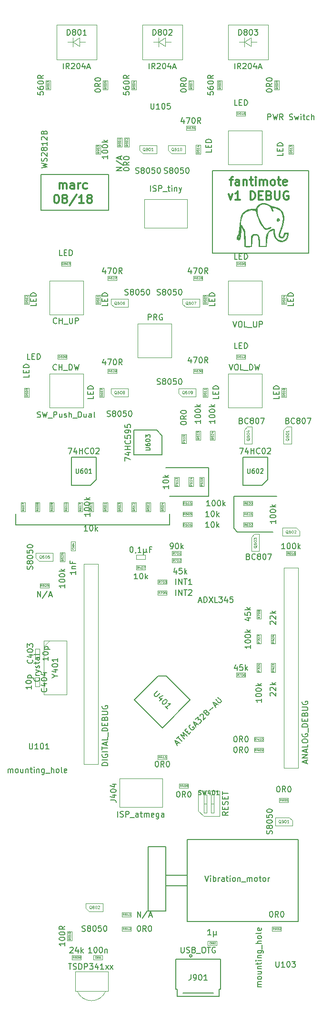
<source format=gbr>
G04 #@! TF.FileFunction,Other,Fab,Top*
%FSLAX46Y46*%
G04 Gerber Fmt 4.6, Leading zero omitted, Abs format (unit mm)*
G04 Created by KiCad (PCBNEW 4.0.7) date 07/30/18 15:36:35*
%MOMM*%
%LPD*%
G01*
G04 APERTURE LIST*
%ADD10C,0.100000*%
%ADD11C,0.200000*%
%ADD12C,0.300000*%
%ADD13C,0.150000*%
%ADD14C,0.010000*%
%ADD15C,0.075000*%
G04 APERTURE END LIST*
D10*
D11*
X45720000Y-51435000D02*
X45720000Y-45085000D01*
X57785000Y-51435000D02*
X45720000Y-51435000D01*
X57785000Y-45085000D02*
X57785000Y-51435000D01*
X45720000Y-45085000D02*
X57785000Y-45085000D01*
X76200000Y-59055000D02*
X76200000Y-44450000D01*
X93345000Y-59055000D02*
X76200000Y-59055000D01*
X93345000Y-44450000D02*
X93345000Y-59055000D01*
X76200000Y-44450000D02*
X93345000Y-44450000D01*
D12*
X49006429Y-47663571D02*
X49006429Y-46663571D01*
X49006429Y-46806429D02*
X49077857Y-46735000D01*
X49220715Y-46663571D01*
X49435000Y-46663571D01*
X49577857Y-46735000D01*
X49649286Y-46877857D01*
X49649286Y-47663571D01*
X49649286Y-46877857D02*
X49720715Y-46735000D01*
X49863572Y-46663571D01*
X50077857Y-46663571D01*
X50220715Y-46735000D01*
X50292143Y-46877857D01*
X50292143Y-47663571D01*
X51649286Y-47663571D02*
X51649286Y-46877857D01*
X51577857Y-46735000D01*
X51435000Y-46663571D01*
X51149286Y-46663571D01*
X51006429Y-46735000D01*
X51649286Y-47592143D02*
X51506429Y-47663571D01*
X51149286Y-47663571D01*
X51006429Y-47592143D01*
X50935000Y-47449286D01*
X50935000Y-47306429D01*
X51006429Y-47163571D01*
X51149286Y-47092143D01*
X51506429Y-47092143D01*
X51649286Y-47020714D01*
X52363572Y-47663571D02*
X52363572Y-46663571D01*
X52363572Y-46949286D02*
X52435000Y-46806429D01*
X52506429Y-46735000D01*
X52649286Y-46663571D01*
X52792143Y-46663571D01*
X53935000Y-47592143D02*
X53792143Y-47663571D01*
X53506429Y-47663571D01*
X53363571Y-47592143D01*
X53292143Y-47520714D01*
X53220714Y-47377857D01*
X53220714Y-46949286D01*
X53292143Y-46806429D01*
X53363571Y-46735000D01*
X53506429Y-46663571D01*
X53792143Y-46663571D01*
X53935000Y-46735000D01*
X48435001Y-48713571D02*
X48577858Y-48713571D01*
X48720715Y-48785000D01*
X48792144Y-48856429D01*
X48863573Y-48999286D01*
X48935001Y-49285000D01*
X48935001Y-49642143D01*
X48863573Y-49927857D01*
X48792144Y-50070714D01*
X48720715Y-50142143D01*
X48577858Y-50213571D01*
X48435001Y-50213571D01*
X48292144Y-50142143D01*
X48220715Y-50070714D01*
X48149287Y-49927857D01*
X48077858Y-49642143D01*
X48077858Y-49285000D01*
X48149287Y-48999286D01*
X48220715Y-48856429D01*
X48292144Y-48785000D01*
X48435001Y-48713571D01*
X49792144Y-49356429D02*
X49649286Y-49285000D01*
X49577858Y-49213571D01*
X49506429Y-49070714D01*
X49506429Y-48999286D01*
X49577858Y-48856429D01*
X49649286Y-48785000D01*
X49792144Y-48713571D01*
X50077858Y-48713571D01*
X50220715Y-48785000D01*
X50292144Y-48856429D01*
X50363572Y-48999286D01*
X50363572Y-49070714D01*
X50292144Y-49213571D01*
X50220715Y-49285000D01*
X50077858Y-49356429D01*
X49792144Y-49356429D01*
X49649286Y-49427857D01*
X49577858Y-49499286D01*
X49506429Y-49642143D01*
X49506429Y-49927857D01*
X49577858Y-50070714D01*
X49649286Y-50142143D01*
X49792144Y-50213571D01*
X50077858Y-50213571D01*
X50220715Y-50142143D01*
X50292144Y-50070714D01*
X50363572Y-49927857D01*
X50363572Y-49642143D01*
X50292144Y-49499286D01*
X50220715Y-49427857D01*
X50077858Y-49356429D01*
X52077857Y-48642143D02*
X50792143Y-50570714D01*
X53363572Y-50213571D02*
X52506429Y-50213571D01*
X52935001Y-50213571D02*
X52935001Y-48713571D01*
X52792144Y-48927857D01*
X52649286Y-49070714D01*
X52506429Y-49142143D01*
X54220715Y-49356429D02*
X54077857Y-49285000D01*
X54006429Y-49213571D01*
X53935000Y-49070714D01*
X53935000Y-48999286D01*
X54006429Y-48856429D01*
X54077857Y-48785000D01*
X54220715Y-48713571D01*
X54506429Y-48713571D01*
X54649286Y-48785000D01*
X54720715Y-48856429D01*
X54792143Y-48999286D01*
X54792143Y-49070714D01*
X54720715Y-49213571D01*
X54649286Y-49285000D01*
X54506429Y-49356429D01*
X54220715Y-49356429D01*
X54077857Y-49427857D01*
X54006429Y-49499286D01*
X53935000Y-49642143D01*
X53935000Y-49927857D01*
X54006429Y-50070714D01*
X54077857Y-50142143D01*
X54220715Y-50213571D01*
X54506429Y-50213571D01*
X54649286Y-50142143D01*
X54720715Y-50070714D01*
X54792143Y-49927857D01*
X54792143Y-49642143D01*
X54720715Y-49499286D01*
X54649286Y-49427857D01*
X54506429Y-49356429D01*
X79276428Y-46028571D02*
X79847857Y-46028571D01*
X79490714Y-47028571D02*
X79490714Y-45742857D01*
X79562142Y-45600000D01*
X79705000Y-45528571D01*
X79847857Y-45528571D01*
X80990714Y-47028571D02*
X80990714Y-46242857D01*
X80919285Y-46100000D01*
X80776428Y-46028571D01*
X80490714Y-46028571D01*
X80347857Y-46100000D01*
X80990714Y-46957143D02*
X80847857Y-47028571D01*
X80490714Y-47028571D01*
X80347857Y-46957143D01*
X80276428Y-46814286D01*
X80276428Y-46671429D01*
X80347857Y-46528571D01*
X80490714Y-46457143D01*
X80847857Y-46457143D01*
X80990714Y-46385714D01*
X81705000Y-46028571D02*
X81705000Y-47028571D01*
X81705000Y-46171429D02*
X81776428Y-46100000D01*
X81919286Y-46028571D01*
X82133571Y-46028571D01*
X82276428Y-46100000D01*
X82347857Y-46242857D01*
X82347857Y-47028571D01*
X82847857Y-46028571D02*
X83419286Y-46028571D01*
X83062143Y-45528571D02*
X83062143Y-46814286D01*
X83133571Y-46957143D01*
X83276429Y-47028571D01*
X83419286Y-47028571D01*
X83919286Y-47028571D02*
X83919286Y-46028571D01*
X83919286Y-45528571D02*
X83847857Y-45600000D01*
X83919286Y-45671429D01*
X83990714Y-45600000D01*
X83919286Y-45528571D01*
X83919286Y-45671429D01*
X84633572Y-47028571D02*
X84633572Y-46028571D01*
X84633572Y-46171429D02*
X84705000Y-46100000D01*
X84847858Y-46028571D01*
X85062143Y-46028571D01*
X85205000Y-46100000D01*
X85276429Y-46242857D01*
X85276429Y-47028571D01*
X85276429Y-46242857D02*
X85347858Y-46100000D01*
X85490715Y-46028571D01*
X85705000Y-46028571D01*
X85847858Y-46100000D01*
X85919286Y-46242857D01*
X85919286Y-47028571D01*
X86847858Y-47028571D02*
X86705000Y-46957143D01*
X86633572Y-46885714D01*
X86562143Y-46742857D01*
X86562143Y-46314286D01*
X86633572Y-46171429D01*
X86705000Y-46100000D01*
X86847858Y-46028571D01*
X87062143Y-46028571D01*
X87205000Y-46100000D01*
X87276429Y-46171429D01*
X87347858Y-46314286D01*
X87347858Y-46742857D01*
X87276429Y-46885714D01*
X87205000Y-46957143D01*
X87062143Y-47028571D01*
X86847858Y-47028571D01*
X87776429Y-46028571D02*
X88347858Y-46028571D01*
X87990715Y-45528571D02*
X87990715Y-46814286D01*
X88062143Y-46957143D01*
X88205001Y-47028571D01*
X88347858Y-47028571D01*
X89419286Y-46957143D02*
X89276429Y-47028571D01*
X88990715Y-47028571D01*
X88847858Y-46957143D01*
X88776429Y-46814286D01*
X88776429Y-46242857D01*
X88847858Y-46100000D01*
X88990715Y-46028571D01*
X89276429Y-46028571D01*
X89419286Y-46100000D01*
X89490715Y-46242857D01*
X89490715Y-46385714D01*
X88776429Y-46528571D01*
X79097858Y-48578571D02*
X79455001Y-49578571D01*
X79812143Y-48578571D01*
X81169286Y-49578571D02*
X80312143Y-49578571D01*
X80740715Y-49578571D02*
X80740715Y-48078571D01*
X80597858Y-48292857D01*
X80455000Y-48435714D01*
X80312143Y-48507143D01*
X82955000Y-49578571D02*
X82955000Y-48078571D01*
X83312143Y-48078571D01*
X83526428Y-48150000D01*
X83669286Y-48292857D01*
X83740714Y-48435714D01*
X83812143Y-48721429D01*
X83812143Y-48935714D01*
X83740714Y-49221429D01*
X83669286Y-49364286D01*
X83526428Y-49507143D01*
X83312143Y-49578571D01*
X82955000Y-49578571D01*
X84455000Y-48792857D02*
X84955000Y-48792857D01*
X85169286Y-49578571D02*
X84455000Y-49578571D01*
X84455000Y-48078571D01*
X85169286Y-48078571D01*
X86312143Y-48792857D02*
X86526429Y-48864286D01*
X86597857Y-48935714D01*
X86669286Y-49078571D01*
X86669286Y-49292857D01*
X86597857Y-49435714D01*
X86526429Y-49507143D01*
X86383571Y-49578571D01*
X85812143Y-49578571D01*
X85812143Y-48078571D01*
X86312143Y-48078571D01*
X86455000Y-48150000D01*
X86526429Y-48221429D01*
X86597857Y-48364286D01*
X86597857Y-48507143D01*
X86526429Y-48650000D01*
X86455000Y-48721429D01*
X86312143Y-48792857D01*
X85812143Y-48792857D01*
X87312143Y-48078571D02*
X87312143Y-49292857D01*
X87383571Y-49435714D01*
X87455000Y-49507143D01*
X87597857Y-49578571D01*
X87883571Y-49578571D01*
X88026429Y-49507143D01*
X88097857Y-49435714D01*
X88169286Y-49292857D01*
X88169286Y-48078571D01*
X89669286Y-48150000D02*
X89526429Y-48078571D01*
X89312143Y-48078571D01*
X89097858Y-48150000D01*
X88955000Y-48292857D01*
X88883572Y-48435714D01*
X88812143Y-48721429D01*
X88812143Y-48935714D01*
X88883572Y-49221429D01*
X88955000Y-49364286D01*
X89097858Y-49507143D01*
X89312143Y-49578571D01*
X89455000Y-49578571D01*
X89669286Y-49507143D01*
X89740715Y-49435714D01*
X89740715Y-48935714D01*
X89455000Y-48935714D01*
D11*
X67945000Y-175895000D02*
X67945000Y-171450000D01*
X64770000Y-175895000D02*
X67945000Y-175895000D01*
X64770000Y-164465000D02*
X64770000Y-175895000D01*
X67945000Y-164465000D02*
X64770000Y-164465000D01*
X67945000Y-169545000D02*
X67945000Y-164465000D01*
X71755000Y-171450000D02*
X71755000Y-169545000D01*
X67945000Y-171450000D02*
X71755000Y-171450000D01*
X67945000Y-169545000D02*
X67945000Y-171450000D01*
X71755000Y-169545000D02*
X67945000Y-169545000D01*
X91440000Y-177800000D02*
X91440000Y-163195000D01*
X71755000Y-177800000D02*
X91440000Y-177800000D01*
X71755000Y-163195000D02*
X71755000Y-177800000D01*
X91440000Y-163195000D02*
X71755000Y-163195000D01*
X80010000Y-107950000D02*
X80010000Y-102235000D01*
X80645000Y-108585000D02*
X80010000Y-107950000D01*
X80645000Y-108585000D02*
X86995000Y-108585000D01*
X87630000Y-102235000D02*
X80010000Y-102235000D01*
X75565000Y-102235000D02*
X68580000Y-102235000D01*
X75565000Y-97155000D02*
X75565000Y-102235000D01*
X67945000Y-97155000D02*
X75565000Y-97155000D01*
X68580000Y-107315000D02*
X68580000Y-105410000D01*
X41275000Y-107315000D02*
X68580000Y-107315000D01*
X41275000Y-105410000D02*
X41275000Y-107315000D01*
D10*
X73660000Y-158095000D02*
X73660000Y-154595000D01*
X73660000Y-154595000D02*
X77470000Y-154595000D01*
X77470000Y-154595000D02*
X77470000Y-159095000D01*
X77470000Y-159095000D02*
X74660000Y-159095000D01*
X74660000Y-159095000D02*
X73660000Y-158095000D01*
X74680000Y-158445000D02*
X75180000Y-158445000D01*
X75180000Y-158445000D02*
X75180000Y-155245000D01*
X75180000Y-155245000D02*
X74680000Y-155245000D01*
X74680000Y-155245000D02*
X74680000Y-158445000D01*
X74680000Y-156845000D02*
X75180000Y-156845000D01*
X75950000Y-158445000D02*
X76450000Y-158445000D01*
X76450000Y-158445000D02*
X76450000Y-155245000D01*
X76450000Y-155245000D02*
X75950000Y-155245000D01*
X75950000Y-155245000D02*
X75950000Y-158445000D01*
X75950000Y-156845000D02*
X76450000Y-156845000D01*
X68965000Y-77585000D02*
X68965000Y-71585000D01*
X62965000Y-77585000D02*
X62965000Y-71585000D01*
X68965000Y-77585000D02*
X62965000Y-77585000D01*
X68965000Y-71585000D02*
X62965000Y-71585000D01*
X51035000Y-111925000D02*
X51035000Y-110325000D01*
X51035000Y-110325000D02*
X51835000Y-110325000D01*
X51835000Y-110325000D02*
X51835000Y-111925000D01*
X51835000Y-111925000D02*
X51035000Y-111925000D01*
X45485000Y-130975000D02*
X44685000Y-130975000D01*
X45485000Y-129375000D02*
X45485000Y-130975000D01*
X44685000Y-129375000D02*
X45485000Y-129375000D01*
X44685000Y-130975000D02*
X44685000Y-129375000D01*
X44685000Y-134455000D02*
X45485000Y-134455000D01*
X44685000Y-136055000D02*
X44685000Y-134455000D01*
X45485000Y-136055000D02*
X44685000Y-136055000D01*
X45485000Y-134455000D02*
X45485000Y-136055000D01*
X62700000Y-113430000D02*
X62700000Y-112630000D01*
X64300000Y-113430000D02*
X62700000Y-113430000D01*
X64300000Y-112630000D02*
X64300000Y-113430000D01*
X62700000Y-112630000D02*
X64300000Y-112630000D01*
X56680000Y-184550000D02*
X55080000Y-184550000D01*
X55080000Y-184550000D02*
X55080000Y-183750000D01*
X55080000Y-183750000D02*
X56680000Y-183750000D01*
X56680000Y-183750000D02*
X56680000Y-184550000D01*
X77000000Y-182010000D02*
X75400000Y-182010000D01*
X75400000Y-182010000D02*
X75400000Y-181210000D01*
X75400000Y-181210000D02*
X77000000Y-181210000D01*
X77000000Y-181210000D02*
X77000000Y-182010000D01*
X55480000Y-66510000D02*
X56280000Y-66510000D01*
X55480000Y-68110000D02*
X55480000Y-66510000D01*
X56280000Y-68110000D02*
X55480000Y-68110000D01*
X56280000Y-66510000D02*
X56280000Y-68110000D01*
X42780000Y-66510000D02*
X43580000Y-66510000D01*
X42780000Y-68110000D02*
X42780000Y-66510000D01*
X43580000Y-68110000D02*
X42780000Y-68110000D01*
X43580000Y-66510000D02*
X43580000Y-68110000D01*
X49365000Y-61360000D02*
X49365000Y-60560000D01*
X50965000Y-61360000D02*
X49365000Y-61360000D01*
X50965000Y-60560000D02*
X50965000Y-61360000D01*
X49365000Y-60560000D02*
X50965000Y-60560000D01*
X88500000Y-66510000D02*
X89300000Y-66510000D01*
X88500000Y-68110000D02*
X88500000Y-66510000D01*
X89300000Y-68110000D02*
X88500000Y-68110000D01*
X89300000Y-66510000D02*
X89300000Y-68110000D01*
X74530000Y-66510000D02*
X75330000Y-66510000D01*
X74530000Y-68110000D02*
X74530000Y-66510000D01*
X75330000Y-68110000D02*
X74530000Y-68110000D01*
X75330000Y-66510000D02*
X75330000Y-68110000D01*
X80480000Y-61360000D02*
X80480000Y-60560000D01*
X82080000Y-61360000D02*
X80480000Y-61360000D01*
X82080000Y-60560000D02*
X82080000Y-61360000D01*
X80480000Y-60560000D02*
X82080000Y-60560000D01*
X56115000Y-83020000D02*
X56915000Y-83020000D01*
X56115000Y-84620000D02*
X56115000Y-83020000D01*
X56915000Y-84620000D02*
X56115000Y-84620000D01*
X56915000Y-83020000D02*
X56915000Y-84620000D01*
X42780000Y-83020000D02*
X43580000Y-83020000D01*
X42780000Y-84620000D02*
X42780000Y-83020000D01*
X43580000Y-84620000D02*
X42780000Y-84620000D01*
X43580000Y-83020000D02*
X43580000Y-84620000D01*
X48730000Y-77870000D02*
X48730000Y-77070000D01*
X50330000Y-77870000D02*
X48730000Y-77870000D01*
X50330000Y-77070000D02*
X50330000Y-77870000D01*
X48730000Y-77070000D02*
X50330000Y-77070000D01*
X88500000Y-83020000D02*
X89300000Y-83020000D01*
X88500000Y-84620000D02*
X88500000Y-83020000D01*
X89300000Y-84620000D02*
X88500000Y-84620000D01*
X89300000Y-83020000D02*
X89300000Y-84620000D01*
X74530000Y-83020000D02*
X75330000Y-83020000D01*
X74530000Y-84620000D02*
X74530000Y-83020000D01*
X75330000Y-84620000D02*
X74530000Y-84620000D01*
X75330000Y-83020000D02*
X75330000Y-84620000D01*
X80480000Y-77870000D02*
X80480000Y-77070000D01*
X82080000Y-77870000D02*
X80480000Y-77870000D01*
X82080000Y-77070000D02*
X82080000Y-77870000D01*
X80480000Y-77070000D02*
X82080000Y-77070000D01*
X89770000Y-39840000D02*
X90570000Y-39840000D01*
X89770000Y-41440000D02*
X89770000Y-39840000D01*
X90570000Y-41440000D02*
X89770000Y-41440000D01*
X90570000Y-39840000D02*
X90570000Y-41440000D01*
X73260000Y-39840000D02*
X74060000Y-39840000D01*
X73260000Y-41440000D02*
X73260000Y-39840000D01*
X74060000Y-41440000D02*
X73260000Y-41440000D01*
X74060000Y-39840000D02*
X74060000Y-41440000D01*
X80480000Y-34690000D02*
X80480000Y-33890000D01*
X82080000Y-34690000D02*
X80480000Y-34690000D01*
X82080000Y-33890000D02*
X82080000Y-34690000D01*
X80480000Y-33890000D02*
X82080000Y-33890000D01*
X55620000Y-24690000D02*
X48520000Y-24690000D01*
X48520000Y-24690000D02*
X48520000Y-18490000D01*
X55620000Y-18490000D02*
X55620000Y-24690000D01*
X55620000Y-18490000D02*
X48520000Y-18490000D01*
X51420560Y-21591020D02*
X50518860Y-21591020D01*
X52571180Y-21591020D02*
X53569400Y-21591020D01*
X51420560Y-20790920D02*
X51420560Y-22391120D01*
X52571180Y-22340320D02*
X52571180Y-20790920D01*
X51420560Y-21591020D02*
X52571180Y-22340320D01*
X51420560Y-21591020D02*
X52571180Y-20790920D01*
X70860000Y-24690000D02*
X63760000Y-24690000D01*
X63760000Y-24690000D02*
X63760000Y-18490000D01*
X70860000Y-18490000D02*
X70860000Y-24690000D01*
X70860000Y-18490000D02*
X63760000Y-18490000D01*
X66660560Y-21591020D02*
X65758860Y-21591020D01*
X67811180Y-21591020D02*
X68809400Y-21591020D01*
X66660560Y-20790920D02*
X66660560Y-22391120D01*
X67811180Y-22340320D02*
X67811180Y-20790920D01*
X66660560Y-21591020D02*
X67811180Y-22340320D01*
X66660560Y-21591020D02*
X67811180Y-20790920D01*
X86100000Y-24690000D02*
X79000000Y-24690000D01*
X79000000Y-24690000D02*
X79000000Y-18490000D01*
X86100000Y-18490000D02*
X86100000Y-24690000D01*
X86100000Y-18490000D02*
X79000000Y-18490000D01*
X81900560Y-21591020D02*
X80998860Y-21591020D01*
X83051180Y-21591020D02*
X84049400Y-21591020D01*
X81900560Y-20790920D02*
X81900560Y-22391120D01*
X83051180Y-22340320D02*
X83051180Y-20790920D01*
X81900560Y-21591020D02*
X83051180Y-22340320D01*
X81900560Y-21591020D02*
X83051180Y-20790920D01*
X53340000Y-114300000D02*
X53340000Y-149860000D01*
X53340000Y-149860000D02*
X55880000Y-149860000D01*
X55880000Y-149860000D02*
X55880000Y-114300000D01*
X55880000Y-114300000D02*
X53340000Y-114300000D01*
X88900000Y-114935000D02*
X88900000Y-150495000D01*
X88900000Y-150495000D02*
X91440000Y-150495000D01*
X91440000Y-150495000D02*
X91440000Y-114935000D01*
X91440000Y-114935000D02*
X88900000Y-114935000D01*
X59690000Y-157480000D02*
X67310000Y-157480000D01*
X67310000Y-157480000D02*
X67310000Y-152400000D01*
X67310000Y-152400000D02*
X59690000Y-152400000D01*
X59690000Y-152400000D02*
X59690000Y-157480000D01*
D13*
X69660000Y-184440000D02*
X69660000Y-189840000D01*
X69660000Y-189840000D02*
X69960000Y-189840000D01*
X69960000Y-189840000D02*
X69960000Y-191040000D01*
X69960000Y-191040000D02*
X77360000Y-191040000D01*
X77360000Y-191040000D02*
X77360000Y-189840000D01*
X77360000Y-189840000D02*
X77660000Y-189840000D01*
X77660000Y-189840000D02*
X77660000Y-184440000D01*
X77660000Y-184440000D02*
X69660000Y-184440000D01*
X70960000Y-190440000D02*
X76360000Y-190440000D01*
X72585000Y-183965000D02*
X72360000Y-184140000D01*
X72360000Y-184140000D02*
X72135000Y-183965000D01*
X72135000Y-183965000D02*
X72135000Y-183740000D01*
X72135000Y-183740000D02*
X72585000Y-183740000D01*
X72585000Y-183740000D02*
X72585000Y-183965000D01*
D10*
X71755000Y-49530000D02*
X64135000Y-49530000D01*
X64135000Y-49530000D02*
X64135000Y-54610000D01*
X64135000Y-54610000D02*
X71755000Y-54610000D01*
X71755000Y-54610000D02*
X71755000Y-49530000D01*
X88835000Y-90490000D02*
X88835000Y-92940000D01*
X89385000Y-89920000D02*
X90235000Y-89920000D01*
X88835000Y-90490000D02*
X89385000Y-89920000D01*
X90235000Y-89920000D02*
X90235000Y-92960000D01*
X88835000Y-92960000D02*
X90235000Y-92960000D01*
X91120000Y-107885000D02*
X88670000Y-107885000D01*
X91690000Y-108435000D02*
X91690000Y-109285000D01*
X91120000Y-107885000D02*
X91690000Y-108435000D01*
X91690000Y-109285000D02*
X88650000Y-109285000D01*
X88650000Y-107885000D02*
X88650000Y-109285000D01*
X83120000Y-109540000D02*
X83120000Y-111990000D01*
X83670000Y-108970000D02*
X84520000Y-108970000D01*
X83120000Y-109540000D02*
X83670000Y-108970000D01*
X84520000Y-108970000D02*
X84520000Y-112010000D01*
X83120000Y-112010000D02*
X84520000Y-112010000D01*
X81850000Y-90490000D02*
X81850000Y-92940000D01*
X82400000Y-89920000D02*
X83250000Y-89920000D01*
X81850000Y-90490000D02*
X82400000Y-89920000D01*
X83250000Y-89920000D02*
X83250000Y-92960000D01*
X81850000Y-92960000D02*
X83250000Y-92960000D01*
X45405000Y-113730000D02*
X47855000Y-113730000D01*
X44835000Y-113180000D02*
X44835000Y-112330000D01*
X45405000Y-113730000D02*
X44835000Y-113180000D01*
X44835000Y-112330000D02*
X47875000Y-112330000D01*
X47875000Y-113730000D02*
X47875000Y-112330000D01*
X58740000Y-68645000D02*
X61190000Y-68645000D01*
X58170000Y-68095000D02*
X58170000Y-67245000D01*
X58740000Y-68645000D02*
X58170000Y-68095000D01*
X58170000Y-67245000D02*
X61210000Y-67245000D01*
X61210000Y-68645000D02*
X61210000Y-67245000D01*
X71440000Y-68645000D02*
X73890000Y-68645000D01*
X70870000Y-68095000D02*
X70870000Y-67245000D01*
X71440000Y-68645000D02*
X70870000Y-68095000D01*
X70870000Y-67245000D02*
X73910000Y-67245000D01*
X73910000Y-68645000D02*
X73910000Y-67245000D01*
X58740000Y-84520000D02*
X61190000Y-84520000D01*
X58170000Y-83970000D02*
X58170000Y-83120000D01*
X58740000Y-84520000D02*
X58170000Y-83970000D01*
X58170000Y-83120000D02*
X61210000Y-83120000D01*
X61210000Y-84520000D02*
X61210000Y-83120000D01*
X70805000Y-84520000D02*
X73255000Y-84520000D01*
X70235000Y-83970000D02*
X70235000Y-83120000D01*
X70805000Y-84520000D02*
X70235000Y-83970000D01*
X70235000Y-83120000D02*
X73275000Y-83120000D01*
X73275000Y-84520000D02*
X73275000Y-83120000D01*
X68900000Y-41340000D02*
X71350000Y-41340000D01*
X68330000Y-40790000D02*
X68330000Y-39940000D01*
X68900000Y-41340000D02*
X68330000Y-40790000D01*
X68330000Y-39940000D02*
X71370000Y-39940000D01*
X71370000Y-41340000D02*
X71370000Y-39940000D01*
X63820000Y-41340000D02*
X66270000Y-41340000D01*
X63250000Y-40790000D02*
X63250000Y-39940000D01*
X63820000Y-41340000D02*
X63250000Y-40790000D01*
X63250000Y-39940000D02*
X66290000Y-39940000D01*
X66290000Y-41340000D02*
X66290000Y-39940000D01*
X54295000Y-175960000D02*
X56745000Y-175960000D01*
X53725000Y-175410000D02*
X53725000Y-174560000D01*
X54295000Y-175960000D02*
X53725000Y-175410000D01*
X53725000Y-174560000D02*
X56765000Y-174560000D01*
X56765000Y-175960000D02*
X56765000Y-174560000D01*
X89850000Y-159320000D02*
X87400000Y-159320000D01*
X90420000Y-159870000D02*
X90420000Y-160720000D01*
X89850000Y-159320000D02*
X90420000Y-159870000D01*
X90420000Y-160720000D02*
X87380000Y-160720000D01*
X87380000Y-159320000D02*
X87380000Y-160720000D01*
X87395000Y-133515000D02*
X86595000Y-133515000D01*
X87395000Y-131915000D02*
X87395000Y-133515000D01*
X86595000Y-131915000D02*
X87395000Y-131915000D01*
X86595000Y-133515000D02*
X86595000Y-131915000D01*
X86595000Y-126835000D02*
X87395000Y-126835000D01*
X86595000Y-128435000D02*
X86595000Y-126835000D01*
X87395000Y-128435000D02*
X86595000Y-128435000D01*
X87395000Y-126835000D02*
X87395000Y-128435000D01*
X62700000Y-115335000D02*
X62700000Y-114535000D01*
X64300000Y-115335000D02*
X62700000Y-115335000D01*
X64300000Y-114535000D02*
X64300000Y-115335000D01*
X62700000Y-114535000D02*
X64300000Y-114535000D01*
X70320000Y-154070000D02*
X70320000Y-153270000D01*
X71920000Y-154070000D02*
X70320000Y-154070000D01*
X71920000Y-153270000D02*
X71920000Y-154070000D01*
X70320000Y-153270000D02*
X71920000Y-153270000D01*
X83655000Y-147720000D02*
X83655000Y-146920000D01*
X85255000Y-147720000D02*
X83655000Y-147720000D01*
X85255000Y-146920000D02*
X85255000Y-147720000D01*
X83655000Y-146920000D02*
X85255000Y-146920000D01*
X83655000Y-145815000D02*
X83655000Y-145015000D01*
X85255000Y-145815000D02*
X83655000Y-145815000D01*
X85255000Y-145015000D02*
X85255000Y-145815000D01*
X83655000Y-145015000D02*
X85255000Y-145015000D01*
X66510000Y-148990000D02*
X66510000Y-148190000D01*
X68110000Y-148990000D02*
X66510000Y-148990000D01*
X68110000Y-148190000D02*
X68110000Y-148990000D01*
X66510000Y-148190000D02*
X68110000Y-148190000D01*
X56750000Y-103340000D02*
X57550000Y-103340000D01*
X56750000Y-104940000D02*
X56750000Y-103340000D01*
X57550000Y-104940000D02*
X56750000Y-104940000D01*
X57550000Y-103340000D02*
X57550000Y-104940000D01*
X64370000Y-103340000D02*
X65170000Y-103340000D01*
X64370000Y-104940000D02*
X64370000Y-103340000D01*
X65170000Y-104940000D02*
X64370000Y-104940000D01*
X65170000Y-103340000D02*
X65170000Y-104940000D01*
X59290000Y-103340000D02*
X60090000Y-103340000D01*
X59290000Y-104940000D02*
X59290000Y-103340000D01*
X60090000Y-104940000D02*
X59290000Y-104940000D01*
X60090000Y-103340000D02*
X60090000Y-104940000D01*
X66910000Y-103340000D02*
X67710000Y-103340000D01*
X66910000Y-104940000D02*
X66910000Y-103340000D01*
X67710000Y-104940000D02*
X66910000Y-104940000D01*
X67710000Y-103340000D02*
X67710000Y-104940000D01*
X72555000Y-105010000D02*
X72555000Y-105810000D01*
X70955000Y-105010000D02*
X72555000Y-105010000D01*
X70955000Y-105810000D02*
X70955000Y-105010000D01*
X72555000Y-105810000D02*
X70955000Y-105810000D01*
X72555000Y-106915000D02*
X72555000Y-107715000D01*
X70955000Y-106915000D02*
X72555000Y-106915000D01*
X70955000Y-107715000D02*
X70955000Y-106915000D01*
X72555000Y-107715000D02*
X70955000Y-107715000D01*
X42145000Y-103340000D02*
X42945000Y-103340000D01*
X42145000Y-104940000D02*
X42145000Y-103340000D01*
X42945000Y-104940000D02*
X42145000Y-104940000D01*
X42945000Y-103340000D02*
X42945000Y-104940000D01*
X44685000Y-103340000D02*
X45485000Y-103340000D01*
X44685000Y-104940000D02*
X44685000Y-103340000D01*
X45485000Y-104940000D02*
X44685000Y-104940000D01*
X45485000Y-103340000D02*
X45485000Y-104940000D01*
X47225000Y-103340000D02*
X48025000Y-103340000D01*
X47225000Y-104940000D02*
X47225000Y-103340000D01*
X48025000Y-104940000D02*
X47225000Y-104940000D01*
X48025000Y-103340000D02*
X48025000Y-104940000D01*
X49765000Y-103340000D02*
X50565000Y-103340000D01*
X49765000Y-104940000D02*
X49765000Y-103340000D01*
X50565000Y-104940000D02*
X49765000Y-104940000D01*
X50565000Y-103340000D02*
X50565000Y-104940000D01*
X54210000Y-103340000D02*
X55010000Y-103340000D01*
X54210000Y-104940000D02*
X54210000Y-103340000D01*
X55010000Y-104940000D02*
X54210000Y-104940000D01*
X55010000Y-103340000D02*
X55010000Y-104940000D01*
X61830000Y-103340000D02*
X62630000Y-103340000D01*
X61830000Y-104940000D02*
X61830000Y-103340000D01*
X62630000Y-104940000D02*
X61830000Y-104940000D01*
X62630000Y-103340000D02*
X62630000Y-104940000D01*
X69450000Y-98895000D02*
X70250000Y-98895000D01*
X69450000Y-100495000D02*
X69450000Y-98895000D01*
X70250000Y-100495000D02*
X69450000Y-100495000D01*
X70250000Y-98895000D02*
X70250000Y-100495000D01*
X71990000Y-98895000D02*
X72790000Y-98895000D01*
X71990000Y-100495000D02*
X71990000Y-98895000D01*
X72790000Y-100495000D02*
X71990000Y-100495000D01*
X72790000Y-98895000D02*
X72790000Y-100495000D01*
X70955000Y-103905000D02*
X70955000Y-103105000D01*
X72555000Y-103905000D02*
X70955000Y-103905000D01*
X72555000Y-103105000D02*
X72555000Y-103905000D01*
X70955000Y-103105000D02*
X72555000Y-103105000D01*
X90970000Y-111995000D02*
X90970000Y-112795000D01*
X89370000Y-111995000D02*
X90970000Y-111995000D01*
X89370000Y-112795000D02*
X89370000Y-111995000D01*
X90970000Y-112795000D02*
X89370000Y-112795000D01*
X53105000Y-104940000D02*
X52305000Y-104940000D01*
X53105000Y-103340000D02*
X53105000Y-104940000D01*
X52305000Y-103340000D02*
X53105000Y-103340000D01*
X52305000Y-104940000D02*
X52305000Y-103340000D01*
X73895000Y-98895000D02*
X74695000Y-98895000D01*
X73895000Y-100495000D02*
X73895000Y-98895000D01*
X74695000Y-100495000D02*
X73895000Y-100495000D01*
X74695000Y-98895000D02*
X74695000Y-100495000D01*
X70720000Y-91275000D02*
X71520000Y-91275000D01*
X70720000Y-92875000D02*
X70720000Y-91275000D01*
X71520000Y-92875000D02*
X70720000Y-92875000D01*
X71520000Y-91275000D02*
X71520000Y-92875000D01*
X81750000Y-103905000D02*
X81750000Y-103105000D01*
X83350000Y-103905000D02*
X81750000Y-103905000D01*
X83350000Y-103105000D02*
X83350000Y-103905000D01*
X81750000Y-103105000D02*
X83350000Y-103105000D01*
X83350000Y-105010000D02*
X83350000Y-105810000D01*
X81750000Y-105010000D02*
X83350000Y-105010000D01*
X81750000Y-105810000D02*
X81750000Y-105010000D01*
X83350000Y-105810000D02*
X81750000Y-105810000D01*
X83350000Y-106915000D02*
X83350000Y-107715000D01*
X81750000Y-106915000D02*
X83350000Y-106915000D01*
X81750000Y-107715000D02*
X81750000Y-106915000D01*
X83350000Y-107715000D02*
X81750000Y-107715000D01*
X74060000Y-92240000D02*
X73260000Y-92240000D01*
X74060000Y-90640000D02*
X74060000Y-92240000D01*
X73260000Y-90640000D02*
X74060000Y-90640000D01*
X73260000Y-92240000D02*
X73260000Y-90640000D01*
X76600000Y-92240000D02*
X75800000Y-92240000D01*
X76600000Y-90640000D02*
X76600000Y-92240000D01*
X75800000Y-90640000D02*
X76600000Y-90640000D01*
X75800000Y-92240000D02*
X75800000Y-90640000D01*
X45555000Y-118510000D02*
X45555000Y-117710000D01*
X47155000Y-118510000D02*
X45555000Y-118510000D01*
X47155000Y-117710000D02*
X47155000Y-118510000D01*
X45555000Y-117710000D02*
X47155000Y-117710000D01*
X49930000Y-113830000D02*
X49130000Y-113830000D01*
X49930000Y-112230000D02*
X49930000Y-113830000D01*
X49130000Y-112230000D02*
X49930000Y-112230000D01*
X49130000Y-113830000D02*
X49130000Y-112230000D01*
X59220000Y-63100000D02*
X59220000Y-63900000D01*
X57620000Y-63100000D02*
X59220000Y-63100000D01*
X57620000Y-63900000D02*
X57620000Y-63100000D01*
X59220000Y-63900000D02*
X57620000Y-63900000D01*
X72860000Y-63900000D02*
X72860000Y-63100000D01*
X74460000Y-63900000D02*
X72860000Y-63900000D01*
X74460000Y-63100000D02*
X74460000Y-63900000D01*
X72860000Y-63100000D02*
X74460000Y-63100000D01*
X59220000Y-79610000D02*
X59220000Y-80410000D01*
X57620000Y-79610000D02*
X59220000Y-79610000D01*
X57620000Y-80410000D02*
X57620000Y-79610000D01*
X59220000Y-80410000D02*
X57620000Y-80410000D01*
X72860000Y-80410000D02*
X72860000Y-79610000D01*
X74460000Y-80410000D02*
X72860000Y-80410000D01*
X74460000Y-79610000D02*
X74460000Y-80410000D01*
X72860000Y-79610000D02*
X74460000Y-79610000D01*
X71590000Y-37230000D02*
X71590000Y-36430000D01*
X73190000Y-37230000D02*
X71590000Y-37230000D01*
X73190000Y-36430000D02*
X73190000Y-37230000D01*
X71590000Y-36430000D02*
X73190000Y-36430000D01*
X69050000Y-112795000D02*
X69050000Y-111995000D01*
X70650000Y-112795000D02*
X69050000Y-112795000D01*
X70650000Y-111995000D02*
X70650000Y-112795000D01*
X69050000Y-111995000D02*
X70650000Y-111995000D01*
X70650000Y-113265000D02*
X70650000Y-114065000D01*
X69050000Y-113265000D02*
X70650000Y-113265000D01*
X69050000Y-114065000D02*
X69050000Y-113265000D01*
X70650000Y-114065000D02*
X69050000Y-114065000D01*
X66510000Y-117875000D02*
X66510000Y-117075000D01*
X68110000Y-117875000D02*
X66510000Y-117875000D01*
X68110000Y-117075000D02*
X68110000Y-117875000D01*
X66510000Y-117075000D02*
X68110000Y-117075000D01*
X66510000Y-119780000D02*
X66510000Y-118980000D01*
X68110000Y-119780000D02*
X66510000Y-119780000D01*
X68110000Y-118980000D02*
X68110000Y-119780000D01*
X66510000Y-118980000D02*
X68110000Y-118980000D01*
X84055000Y-131915000D02*
X84855000Y-131915000D01*
X84055000Y-133515000D02*
X84055000Y-131915000D01*
X84855000Y-133515000D02*
X84055000Y-133515000D01*
X84855000Y-131915000D02*
X84855000Y-133515000D01*
X82080000Y-133585000D02*
X82080000Y-134385000D01*
X80480000Y-133585000D02*
X82080000Y-133585000D01*
X80480000Y-134385000D02*
X80480000Y-133585000D01*
X82080000Y-134385000D02*
X80480000Y-134385000D01*
X84855000Y-128435000D02*
X84055000Y-128435000D01*
X84855000Y-126835000D02*
X84855000Y-128435000D01*
X84055000Y-126835000D02*
X84855000Y-126835000D01*
X84055000Y-128435000D02*
X84055000Y-126835000D01*
X84855000Y-123990000D02*
X84055000Y-123990000D01*
X84855000Y-122390000D02*
X84855000Y-123990000D01*
X84055000Y-122390000D02*
X84855000Y-122390000D01*
X84055000Y-123990000D02*
X84055000Y-122390000D01*
X59290000Y-38570000D02*
X60090000Y-38570000D01*
X59290000Y-40170000D02*
X59290000Y-38570000D01*
X60090000Y-40170000D02*
X59290000Y-40170000D01*
X60090000Y-38570000D02*
X60090000Y-40170000D01*
X60560000Y-38570000D02*
X61360000Y-38570000D01*
X60560000Y-40170000D02*
X60560000Y-38570000D01*
X61360000Y-40170000D02*
X60560000Y-40170000D01*
X61360000Y-38570000D02*
X61360000Y-40170000D01*
X46590000Y-28410000D02*
X47390000Y-28410000D01*
X46590000Y-30010000D02*
X46590000Y-28410000D01*
X47390000Y-30010000D02*
X46590000Y-30010000D01*
X47390000Y-28410000D02*
X47390000Y-30010000D01*
X61830000Y-28410000D02*
X62630000Y-28410000D01*
X61830000Y-30010000D02*
X61830000Y-28410000D01*
X62630000Y-30010000D02*
X61830000Y-30010000D01*
X62630000Y-28410000D02*
X62630000Y-30010000D01*
X77070000Y-28410000D02*
X77870000Y-28410000D01*
X77070000Y-30010000D02*
X77070000Y-28410000D01*
X77870000Y-30010000D02*
X77070000Y-30010000D01*
X77870000Y-28410000D02*
X77870000Y-30010000D01*
X57550000Y-30010000D02*
X56750000Y-30010000D01*
X57550000Y-28410000D02*
X57550000Y-30010000D01*
X56750000Y-28410000D02*
X57550000Y-28410000D01*
X56750000Y-30010000D02*
X56750000Y-28410000D01*
X72790000Y-30010000D02*
X71990000Y-30010000D01*
X72790000Y-28410000D02*
X72790000Y-30010000D01*
X71990000Y-28410000D02*
X72790000Y-28410000D01*
X71990000Y-30010000D02*
X71990000Y-28410000D01*
X88030000Y-30010000D02*
X87230000Y-30010000D01*
X88030000Y-28410000D02*
X88030000Y-30010000D01*
X87230000Y-28410000D02*
X88030000Y-28410000D01*
X87230000Y-30010000D02*
X87230000Y-28410000D01*
X52870000Y-183750000D02*
X52870000Y-184550000D01*
X51270000Y-183750000D02*
X52870000Y-183750000D01*
X51270000Y-184550000D02*
X51270000Y-183750000D01*
X52870000Y-184550000D02*
X51270000Y-184550000D01*
X50400000Y-179540000D02*
X51200000Y-179540000D01*
X50400000Y-181140000D02*
X50400000Y-179540000D01*
X51200000Y-181140000D02*
X50400000Y-181140000D01*
X51200000Y-179540000D02*
X51200000Y-181140000D01*
X61760000Y-176130000D02*
X61760000Y-176930000D01*
X60160000Y-176130000D02*
X61760000Y-176130000D01*
X60160000Y-176930000D02*
X60160000Y-176130000D01*
X61760000Y-176930000D02*
X60160000Y-176930000D01*
X61760000Y-178670000D02*
X61760000Y-179470000D01*
X60160000Y-178670000D02*
X61760000Y-178670000D01*
X60160000Y-179470000D02*
X60160000Y-178670000D01*
X61760000Y-179470000D02*
X60160000Y-179470000D01*
X88100000Y-156610000D02*
X88100000Y-155810000D01*
X89700000Y-156610000D02*
X88100000Y-156610000D01*
X89700000Y-155810000D02*
X89700000Y-156610000D01*
X88100000Y-155810000D02*
X89700000Y-155810000D01*
X86830000Y-179470000D02*
X86830000Y-178670000D01*
X88430000Y-179470000D02*
X86830000Y-179470000D01*
X88430000Y-178670000D02*
X88430000Y-179470000D01*
X86830000Y-178670000D02*
X88430000Y-178670000D01*
X55480000Y-39840000D02*
X56280000Y-39840000D01*
X55480000Y-41440000D02*
X55480000Y-39840000D01*
X56280000Y-41440000D02*
X55480000Y-41440000D01*
X56280000Y-39840000D02*
X56280000Y-41440000D01*
X78990000Y-37350000D02*
X78990000Y-43350000D01*
X84990000Y-37350000D02*
X84990000Y-43350000D01*
X78990000Y-37350000D02*
X84990000Y-37350000D01*
X78990000Y-43350000D02*
X84990000Y-43350000D01*
X78990000Y-64020000D02*
X78990000Y-70020000D01*
X84990000Y-64020000D02*
X84990000Y-70020000D01*
X78990000Y-64020000D02*
X84990000Y-64020000D01*
X78990000Y-70020000D02*
X84990000Y-70020000D01*
X78990000Y-80530000D02*
X78990000Y-86530000D01*
X84990000Y-80530000D02*
X84990000Y-86530000D01*
X78990000Y-80530000D02*
X84990000Y-80530000D01*
X78990000Y-86530000D02*
X84990000Y-86530000D01*
X47240000Y-64020000D02*
X47240000Y-70020000D01*
X53240000Y-64020000D02*
X53240000Y-70020000D01*
X47240000Y-64020000D02*
X53240000Y-64020000D01*
X47240000Y-70020000D02*
X53240000Y-70020000D01*
X47240000Y-80530000D02*
X47240000Y-86530000D01*
X53240000Y-80530000D02*
X53240000Y-86530000D01*
X47240000Y-80530000D02*
X53240000Y-80530000D01*
X47240000Y-86530000D02*
X53240000Y-86530000D01*
D13*
X68017107Y-134187359D02*
X72259747Y-138430000D01*
X72259747Y-138430000D02*
X67310000Y-143379747D01*
X67310000Y-143379747D02*
X62360253Y-138430000D01*
X62360253Y-138430000D02*
X66602893Y-134187359D01*
X66602893Y-134187359D02*
X68017107Y-134187359D01*
X54540000Y-100290000D02*
X51140000Y-100290000D01*
X51140000Y-100290000D02*
X51140000Y-95290000D01*
X51140000Y-95290000D02*
X55540000Y-95290000D01*
X55540000Y-95290000D02*
X55540000Y-99290000D01*
X55540000Y-99290000D02*
X54540000Y-100290000D01*
X85020000Y-100290000D02*
X81620000Y-100290000D01*
X81620000Y-100290000D02*
X81620000Y-95290000D01*
X81620000Y-95290000D02*
X86020000Y-95290000D01*
X86020000Y-95290000D02*
X86020000Y-99290000D01*
X86020000Y-99290000D02*
X85020000Y-100290000D01*
X67270000Y-91510000D02*
X67270000Y-94910000D01*
X67270000Y-94910000D02*
X62270000Y-94910000D01*
X62270000Y-94910000D02*
X62270000Y-90510000D01*
X62270000Y-90510000D02*
X66270000Y-90510000D01*
X66270000Y-90510000D02*
X67270000Y-91510000D01*
D10*
X57670000Y-190160000D02*
X51870000Y-190160000D01*
X51870000Y-190160000D02*
X51820000Y-186710000D01*
X51820000Y-186710000D02*
X57670000Y-186710000D01*
X57670000Y-186710000D02*
X57670000Y-190160000D01*
X52219714Y-190231818D02*
G75*
G03X57210000Y-190210000I2490286J1121818D01*
G01*
X50290000Y-127915000D02*
X46230000Y-127915000D01*
X46230000Y-127915000D02*
X46230000Y-137515000D01*
X46230000Y-137515000D02*
X50290000Y-137515000D01*
X50290000Y-137515000D02*
X50290000Y-127915000D01*
X47230000Y-127915000D02*
X46230000Y-128915000D01*
D14*
G36*
X85819450Y-50268338D02*
X86294018Y-50483338D01*
X86614000Y-50667054D01*
X86756974Y-50723800D01*
X87011424Y-50799261D01*
X87323098Y-50877392D01*
X87332849Y-50879629D01*
X87898789Y-51068620D01*
X88329681Y-51353069D01*
X88638491Y-51746807D01*
X88838188Y-52263664D01*
X88897210Y-52547970D01*
X88918772Y-52993623D01*
X88864321Y-53524147D01*
X88743844Y-54078544D01*
X88567329Y-54595815D01*
X88558529Y-54616542D01*
X88435405Y-54932725D01*
X88309955Y-55298839D01*
X88258870Y-55465222D01*
X88185910Y-55814500D01*
X88213082Y-56038717D01*
X88345856Y-56153215D01*
X88512433Y-56176333D01*
X88745822Y-56111784D01*
X88873089Y-55916673D01*
X88900000Y-55693733D01*
X88909151Y-55522034D01*
X88967313Y-55440725D01*
X89120545Y-55416028D01*
X89281000Y-55414333D01*
X89662000Y-55414333D01*
X89662000Y-55756372D01*
X89588673Y-56213498D01*
X89382995Y-56588755D01*
X89066418Y-56859934D01*
X88660392Y-57004827D01*
X88438500Y-57023000D01*
X88007888Y-56944283D01*
X87630927Y-56726215D01*
X87330264Y-56395912D01*
X87128552Y-55980494D01*
X87048440Y-55507080D01*
X87051235Y-55362039D01*
X87060778Y-55110355D01*
X87055261Y-54944816D01*
X87042898Y-54906217D01*
X86951615Y-54939967D01*
X86761938Y-55025439D01*
X86647744Y-55079824D01*
X86408260Y-55212545D01*
X86231988Y-55363792D01*
X86106152Y-55563072D01*
X86017975Y-55839892D01*
X85954683Y-56223758D01*
X85903498Y-56744177D01*
X85898034Y-56811333D01*
X85809667Y-57912000D01*
X84455000Y-57912000D01*
X84412667Y-56994956D01*
X84382329Y-56528317D01*
X84332428Y-56205372D01*
X84248877Y-56000572D01*
X84117588Y-55888368D01*
X83924477Y-55843209D01*
X83774606Y-55837666D01*
X83559611Y-55861336D01*
X83407725Y-55948431D01*
X83307472Y-56123081D01*
X83247375Y-56409416D01*
X83215957Y-56831565D01*
X83209327Y-57026174D01*
X83185000Y-57912000D01*
X82569942Y-57936900D01*
X82218281Y-57941038D01*
X82010717Y-57916490D01*
X81923968Y-57860219D01*
X81920885Y-57852233D01*
X81905988Y-57732867D01*
X81887474Y-57476549D01*
X81867250Y-57115574D01*
X81847224Y-56682234D01*
X81837787Y-56445997D01*
X81816745Y-55941515D01*
X81794260Y-55573193D01*
X81764999Y-55307903D01*
X81723631Y-55112517D01*
X81664823Y-54953907D01*
X81583243Y-54798944D01*
X81568632Y-54773831D01*
X81413533Y-54523312D01*
X81322364Y-54418993D01*
X81284060Y-54455249D01*
X81287561Y-54626457D01*
X81287977Y-54631166D01*
X81292182Y-54884853D01*
X81274818Y-55234236D01*
X81241221Y-55626550D01*
X81196726Y-56009031D01*
X81146669Y-56328916D01*
X81096384Y-56533441D01*
X81095346Y-56536166D01*
X80988202Y-56728352D01*
X80881460Y-56756463D01*
X80816618Y-56688031D01*
X80706476Y-56641906D01*
X80642288Y-56654756D01*
X80549433Y-56629386D01*
X80510090Y-56492535D01*
X80520707Y-56292149D01*
X80545543Y-56198088D01*
X80738648Y-56198088D01*
X80744512Y-56205290D01*
X80887850Y-56262896D01*
X81001979Y-56188294D01*
X81026000Y-56091666D01*
X80994845Y-55954021D01*
X80951700Y-55922333D01*
X80838342Y-55977871D01*
X80749093Y-56094688D01*
X80738648Y-56198088D01*
X80545543Y-56198088D01*
X80577734Y-56076177D01*
X80677618Y-55892566D01*
X80700729Y-55865740D01*
X80792177Y-55739071D01*
X80857086Y-55563129D01*
X80904789Y-55299672D01*
X80944621Y-54910458D01*
X80950059Y-54844284D01*
X81021363Y-54049024D01*
X81032586Y-53955967D01*
X81219166Y-53955967D01*
X81233012Y-54079584D01*
X81289461Y-54101356D01*
X81311983Y-54094256D01*
X81432396Y-54124236D01*
X81496088Y-54242932D01*
X81581515Y-54435325D01*
X81720386Y-54680770D01*
X81772339Y-54762118D01*
X81853504Y-54894344D01*
X81912364Y-55027913D01*
X81953594Y-55193731D01*
X81981868Y-55422700D01*
X82001861Y-55745725D01*
X82018246Y-56193708D01*
X82025432Y-56435396D01*
X82064328Y-57785000D01*
X83058000Y-57785000D01*
X83058000Y-56943054D01*
X83061937Y-56546552D01*
X83078557Y-56279026D01*
X83115075Y-56100204D01*
X83178704Y-55969816D01*
X83248500Y-55879654D01*
X83503242Y-55691832D01*
X83693407Y-55650971D01*
X84032248Y-55677126D01*
X84278598Y-55789661D01*
X84444157Y-56006537D01*
X84540626Y-56345711D01*
X84579704Y-56825143D01*
X84582000Y-57014896D01*
X84582000Y-57785000D01*
X85661358Y-57785000D01*
X85699322Y-56832500D01*
X85729889Y-56319028D01*
X85782694Y-55936371D01*
X85870133Y-55646295D01*
X86004603Y-55410567D01*
X86198500Y-55190953D01*
X86246608Y-55144553D01*
X86557377Y-54915149D01*
X86892272Y-54770389D01*
X87106345Y-54736991D01*
X87180548Y-54761071D01*
X87223979Y-54855687D01*
X87244253Y-55054390D01*
X87249000Y-55365478D01*
X87274962Y-55807854D01*
X87368844Y-56135795D01*
X87554641Y-56398401D01*
X87856346Y-56644774D01*
X87883139Y-56663166D01*
X88252086Y-56826112D01*
X88623607Y-56840616D01*
X88965535Y-56723970D01*
X89245701Y-56493464D01*
X89431937Y-56166387D01*
X89492667Y-55798052D01*
X89456939Y-55633742D01*
X89323498Y-55584091D01*
X89302167Y-55583726D01*
X89155940Y-55624604D01*
X89101177Y-55776838D01*
X89098283Y-55814235D01*
X89021190Y-56046357D01*
X88850726Y-56246981D01*
X88637497Y-56371960D01*
X88447206Y-56382224D01*
X88244258Y-56280780D01*
X88097593Y-56167059D01*
X88007118Y-56067812D01*
X87972590Y-55964796D01*
X87991612Y-55806241D01*
X88061784Y-55540378D01*
X88067609Y-55519741D01*
X88163620Y-55204512D01*
X88294597Y-54806133D01*
X88435640Y-54399853D01*
X88466716Y-54313666D01*
X88665015Y-53613516D01*
X88738018Y-52963229D01*
X88687614Y-52379955D01*
X88515691Y-51880842D01*
X88224137Y-51483041D01*
X88147418Y-51413584D01*
X87758162Y-51177835D01*
X87296777Y-51037810D01*
X87018262Y-51012138D01*
X86858368Y-51027463D01*
X86830862Y-51108773D01*
X86870095Y-51228845D01*
X86943420Y-51467827D01*
X86929402Y-51584051D01*
X86871263Y-51604333D01*
X86800535Y-51530772D01*
X86722663Y-51346952D01*
X86700331Y-51271847D01*
X86521271Y-50912605D01*
X86217894Y-50624023D01*
X85828199Y-50428516D01*
X85390182Y-50348500D01*
X85154800Y-50360126D01*
X84806278Y-50468613D01*
X84488836Y-50674535D01*
X84251005Y-50938569D01*
X84148453Y-51175532D01*
X84135930Y-51529151D01*
X84211265Y-51990401D01*
X84366389Y-52527374D01*
X84593236Y-53108159D01*
X84691218Y-53322479D01*
X84947725Y-53834516D01*
X85167779Y-54204426D01*
X85367625Y-54451004D01*
X85563511Y-54593046D01*
X85771684Y-54649349D01*
X85840687Y-54652333D01*
X86107707Y-54615236D01*
X86334055Y-54525091D01*
X86346636Y-54516697D01*
X86501174Y-54432568D01*
X86585620Y-54426397D01*
X86593691Y-54528971D01*
X86440837Y-54651753D01*
X86155450Y-54781115D01*
X85904775Y-54863721D01*
X85730485Y-54873983D01*
X85557473Y-54815212D01*
X85542492Y-54808131D01*
X85321692Y-54635030D01*
X85072132Y-54327257D01*
X84809377Y-53913570D01*
X84548991Y-53422725D01*
X84306538Y-52883481D01*
X84097582Y-52324595D01*
X83970577Y-51903735D01*
X83891128Y-51649618D01*
X83800662Y-51512289D01*
X83657473Y-51442010D01*
X83564033Y-51418854D01*
X83110907Y-51396173D01*
X82623389Y-51499215D01*
X82155784Y-51709459D01*
X81762399Y-52008383D01*
X81726181Y-52045680D01*
X81585819Y-52274421D01*
X81453003Y-52637955D01*
X81337843Y-53101762D01*
X81250447Y-53631321D01*
X81242239Y-53698212D01*
X81219166Y-53955967D01*
X81032586Y-53955967D01*
X81099317Y-53402689D01*
X81191758Y-52884875D01*
X81306526Y-52475179D01*
X81451460Y-52153195D01*
X81634398Y-51898521D01*
X81863181Y-51690752D01*
X82145645Y-51509483D01*
X82253667Y-51451119D01*
X82538411Y-51323313D01*
X82819825Y-51254407D01*
X83172407Y-51228455D01*
X83302272Y-51226666D01*
X83625492Y-51220918D01*
X83820088Y-51199723D01*
X83926738Y-51150740D01*
X83986124Y-51061628D01*
X84005229Y-51013407D01*
X84196236Y-50685857D01*
X84515737Y-50420056D01*
X84684460Y-50325323D01*
X85042481Y-50194257D01*
X85411540Y-50173620D01*
X85819450Y-50268338D01*
X85819450Y-50268338D01*
G37*
X85819450Y-50268338D02*
X86294018Y-50483338D01*
X86614000Y-50667054D01*
X86756974Y-50723800D01*
X87011424Y-50799261D01*
X87323098Y-50877392D01*
X87332849Y-50879629D01*
X87898789Y-51068620D01*
X88329681Y-51353069D01*
X88638491Y-51746807D01*
X88838188Y-52263664D01*
X88897210Y-52547970D01*
X88918772Y-52993623D01*
X88864321Y-53524147D01*
X88743844Y-54078544D01*
X88567329Y-54595815D01*
X88558529Y-54616542D01*
X88435405Y-54932725D01*
X88309955Y-55298839D01*
X88258870Y-55465222D01*
X88185910Y-55814500D01*
X88213082Y-56038717D01*
X88345856Y-56153215D01*
X88512433Y-56176333D01*
X88745822Y-56111784D01*
X88873089Y-55916673D01*
X88900000Y-55693733D01*
X88909151Y-55522034D01*
X88967313Y-55440725D01*
X89120545Y-55416028D01*
X89281000Y-55414333D01*
X89662000Y-55414333D01*
X89662000Y-55756372D01*
X89588673Y-56213498D01*
X89382995Y-56588755D01*
X89066418Y-56859934D01*
X88660392Y-57004827D01*
X88438500Y-57023000D01*
X88007888Y-56944283D01*
X87630927Y-56726215D01*
X87330264Y-56395912D01*
X87128552Y-55980494D01*
X87048440Y-55507080D01*
X87051235Y-55362039D01*
X87060778Y-55110355D01*
X87055261Y-54944816D01*
X87042898Y-54906217D01*
X86951615Y-54939967D01*
X86761938Y-55025439D01*
X86647744Y-55079824D01*
X86408260Y-55212545D01*
X86231988Y-55363792D01*
X86106152Y-55563072D01*
X86017975Y-55839892D01*
X85954683Y-56223758D01*
X85903498Y-56744177D01*
X85898034Y-56811333D01*
X85809667Y-57912000D01*
X84455000Y-57912000D01*
X84412667Y-56994956D01*
X84382329Y-56528317D01*
X84332428Y-56205372D01*
X84248877Y-56000572D01*
X84117588Y-55888368D01*
X83924477Y-55843209D01*
X83774606Y-55837666D01*
X83559611Y-55861336D01*
X83407725Y-55948431D01*
X83307472Y-56123081D01*
X83247375Y-56409416D01*
X83215957Y-56831565D01*
X83209327Y-57026174D01*
X83185000Y-57912000D01*
X82569942Y-57936900D01*
X82218281Y-57941038D01*
X82010717Y-57916490D01*
X81923968Y-57860219D01*
X81920885Y-57852233D01*
X81905988Y-57732867D01*
X81887474Y-57476549D01*
X81867250Y-57115574D01*
X81847224Y-56682234D01*
X81837787Y-56445997D01*
X81816745Y-55941515D01*
X81794260Y-55573193D01*
X81764999Y-55307903D01*
X81723631Y-55112517D01*
X81664823Y-54953907D01*
X81583243Y-54798944D01*
X81568632Y-54773831D01*
X81413533Y-54523312D01*
X81322364Y-54418993D01*
X81284060Y-54455249D01*
X81287561Y-54626457D01*
X81287977Y-54631166D01*
X81292182Y-54884853D01*
X81274818Y-55234236D01*
X81241221Y-55626550D01*
X81196726Y-56009031D01*
X81146669Y-56328916D01*
X81096384Y-56533441D01*
X81095346Y-56536166D01*
X80988202Y-56728352D01*
X80881460Y-56756463D01*
X80816618Y-56688031D01*
X80706476Y-56641906D01*
X80642288Y-56654756D01*
X80549433Y-56629386D01*
X80510090Y-56492535D01*
X80520707Y-56292149D01*
X80545543Y-56198088D01*
X80738648Y-56198088D01*
X80744512Y-56205290D01*
X80887850Y-56262896D01*
X81001979Y-56188294D01*
X81026000Y-56091666D01*
X80994845Y-55954021D01*
X80951700Y-55922333D01*
X80838342Y-55977871D01*
X80749093Y-56094688D01*
X80738648Y-56198088D01*
X80545543Y-56198088D01*
X80577734Y-56076177D01*
X80677618Y-55892566D01*
X80700729Y-55865740D01*
X80792177Y-55739071D01*
X80857086Y-55563129D01*
X80904789Y-55299672D01*
X80944621Y-54910458D01*
X80950059Y-54844284D01*
X81021363Y-54049024D01*
X81032586Y-53955967D01*
X81219166Y-53955967D01*
X81233012Y-54079584D01*
X81289461Y-54101356D01*
X81311983Y-54094256D01*
X81432396Y-54124236D01*
X81496088Y-54242932D01*
X81581515Y-54435325D01*
X81720386Y-54680770D01*
X81772339Y-54762118D01*
X81853504Y-54894344D01*
X81912364Y-55027913D01*
X81953594Y-55193731D01*
X81981868Y-55422700D01*
X82001861Y-55745725D01*
X82018246Y-56193708D01*
X82025432Y-56435396D01*
X82064328Y-57785000D01*
X83058000Y-57785000D01*
X83058000Y-56943054D01*
X83061937Y-56546552D01*
X83078557Y-56279026D01*
X83115075Y-56100204D01*
X83178704Y-55969816D01*
X83248500Y-55879654D01*
X83503242Y-55691832D01*
X83693407Y-55650971D01*
X84032248Y-55677126D01*
X84278598Y-55789661D01*
X84444157Y-56006537D01*
X84540626Y-56345711D01*
X84579704Y-56825143D01*
X84582000Y-57014896D01*
X84582000Y-57785000D01*
X85661358Y-57785000D01*
X85699322Y-56832500D01*
X85729889Y-56319028D01*
X85782694Y-55936371D01*
X85870133Y-55646295D01*
X86004603Y-55410567D01*
X86198500Y-55190953D01*
X86246608Y-55144553D01*
X86557377Y-54915149D01*
X86892272Y-54770389D01*
X87106345Y-54736991D01*
X87180548Y-54761071D01*
X87223979Y-54855687D01*
X87244253Y-55054390D01*
X87249000Y-55365478D01*
X87274962Y-55807854D01*
X87368844Y-56135795D01*
X87554641Y-56398401D01*
X87856346Y-56644774D01*
X87883139Y-56663166D01*
X88252086Y-56826112D01*
X88623607Y-56840616D01*
X88965535Y-56723970D01*
X89245701Y-56493464D01*
X89431937Y-56166387D01*
X89492667Y-55798052D01*
X89456939Y-55633742D01*
X89323498Y-55584091D01*
X89302167Y-55583726D01*
X89155940Y-55624604D01*
X89101177Y-55776838D01*
X89098283Y-55814235D01*
X89021190Y-56046357D01*
X88850726Y-56246981D01*
X88637497Y-56371960D01*
X88447206Y-56382224D01*
X88244258Y-56280780D01*
X88097593Y-56167059D01*
X88007118Y-56067812D01*
X87972590Y-55964796D01*
X87991612Y-55806241D01*
X88061784Y-55540378D01*
X88067609Y-55519741D01*
X88163620Y-55204512D01*
X88294597Y-54806133D01*
X88435640Y-54399853D01*
X88466716Y-54313666D01*
X88665015Y-53613516D01*
X88738018Y-52963229D01*
X88687614Y-52379955D01*
X88515691Y-51880842D01*
X88224137Y-51483041D01*
X88147418Y-51413584D01*
X87758162Y-51177835D01*
X87296777Y-51037810D01*
X87018262Y-51012138D01*
X86858368Y-51027463D01*
X86830862Y-51108773D01*
X86870095Y-51228845D01*
X86943420Y-51467827D01*
X86929402Y-51584051D01*
X86871263Y-51604333D01*
X86800535Y-51530772D01*
X86722663Y-51346952D01*
X86700331Y-51271847D01*
X86521271Y-50912605D01*
X86217894Y-50624023D01*
X85828199Y-50428516D01*
X85390182Y-50348500D01*
X85154800Y-50360126D01*
X84806278Y-50468613D01*
X84488836Y-50674535D01*
X84251005Y-50938569D01*
X84148453Y-51175532D01*
X84135930Y-51529151D01*
X84211265Y-51990401D01*
X84366389Y-52527374D01*
X84593236Y-53108159D01*
X84691218Y-53322479D01*
X84947725Y-53834516D01*
X85167779Y-54204426D01*
X85367625Y-54451004D01*
X85563511Y-54593046D01*
X85771684Y-54649349D01*
X85840687Y-54652333D01*
X86107707Y-54615236D01*
X86334055Y-54525091D01*
X86346636Y-54516697D01*
X86501174Y-54432568D01*
X86585620Y-54426397D01*
X86593691Y-54528971D01*
X86440837Y-54651753D01*
X86155450Y-54781115D01*
X85904775Y-54863721D01*
X85730485Y-54873983D01*
X85557473Y-54815212D01*
X85542492Y-54808131D01*
X85321692Y-54635030D01*
X85072132Y-54327257D01*
X84809377Y-53913570D01*
X84548991Y-53422725D01*
X84306538Y-52883481D01*
X84097582Y-52324595D01*
X83970577Y-51903735D01*
X83891128Y-51649618D01*
X83800662Y-51512289D01*
X83657473Y-51442010D01*
X83564033Y-51418854D01*
X83110907Y-51396173D01*
X82623389Y-51499215D01*
X82155784Y-51709459D01*
X81762399Y-52008383D01*
X81726181Y-52045680D01*
X81585819Y-52274421D01*
X81453003Y-52637955D01*
X81337843Y-53101762D01*
X81250447Y-53631321D01*
X81242239Y-53698212D01*
X81219166Y-53955967D01*
X81032586Y-53955967D01*
X81099317Y-53402689D01*
X81191758Y-52884875D01*
X81306526Y-52475179D01*
X81451460Y-52153195D01*
X81634398Y-51898521D01*
X81863181Y-51690752D01*
X82145645Y-51509483D01*
X82253667Y-51451119D01*
X82538411Y-51323313D01*
X82819825Y-51254407D01*
X83172407Y-51228455D01*
X83302272Y-51226666D01*
X83625492Y-51220918D01*
X83820088Y-51199723D01*
X83926738Y-51150740D01*
X83986124Y-51061628D01*
X84005229Y-51013407D01*
X84196236Y-50685857D01*
X84515737Y-50420056D01*
X84684460Y-50325323D01*
X85042481Y-50194257D01*
X85411540Y-50173620D01*
X85819450Y-50268338D01*
G36*
X87945711Y-52925503D02*
X88077527Y-53033957D01*
X88117646Y-53192738D01*
X88088183Y-53273049D01*
X87938145Y-53422245D01*
X87753838Y-53417387D01*
X87735833Y-53410555D01*
X87646412Y-53298904D01*
X87641143Y-53175663D01*
X87799333Y-53175663D01*
X87840379Y-53263298D01*
X87884000Y-53255333D01*
X87965437Y-53147090D01*
X87968667Y-53123336D01*
X87904088Y-53045947D01*
X87884000Y-53043666D01*
X87809695Y-53112582D01*
X87799333Y-53175663D01*
X87641143Y-53175663D01*
X87638954Y-53124466D01*
X87707385Y-52969107D01*
X87772032Y-52922614D01*
X87945711Y-52925503D01*
X87945711Y-52925503D01*
G37*
X87945711Y-52925503D02*
X88077527Y-53033957D01*
X88117646Y-53192738D01*
X88088183Y-53273049D01*
X87938145Y-53422245D01*
X87753838Y-53417387D01*
X87735833Y-53410555D01*
X87646412Y-53298904D01*
X87641143Y-53175663D01*
X87799333Y-53175663D01*
X87840379Y-53263298D01*
X87884000Y-53255333D01*
X87965437Y-53147090D01*
X87968667Y-53123336D01*
X87904088Y-53045947D01*
X87884000Y-53043666D01*
X87809695Y-53112582D01*
X87799333Y-53175663D01*
X87641143Y-53175663D01*
X87638954Y-53124466D01*
X87707385Y-52969107D01*
X87772032Y-52922614D01*
X87945711Y-52925503D01*
D13*
X78982381Y-158297381D02*
X78506190Y-158630715D01*
X78982381Y-158868810D02*
X77982381Y-158868810D01*
X77982381Y-158487857D01*
X78030000Y-158392619D01*
X78077619Y-158345000D01*
X78172857Y-158297381D01*
X78315714Y-158297381D01*
X78410952Y-158345000D01*
X78458571Y-158392619D01*
X78506190Y-158487857D01*
X78506190Y-158868810D01*
X78458571Y-157868810D02*
X78458571Y-157535476D01*
X78982381Y-157392619D02*
X78982381Y-157868810D01*
X77982381Y-157868810D01*
X77982381Y-157392619D01*
X78934762Y-157011667D02*
X78982381Y-156868810D01*
X78982381Y-156630714D01*
X78934762Y-156535476D01*
X78887143Y-156487857D01*
X78791905Y-156440238D01*
X78696667Y-156440238D01*
X78601429Y-156487857D01*
X78553810Y-156535476D01*
X78506190Y-156630714D01*
X78458571Y-156821191D01*
X78410952Y-156916429D01*
X78363333Y-156964048D01*
X78268095Y-157011667D01*
X78172857Y-157011667D01*
X78077619Y-156964048D01*
X78030000Y-156916429D01*
X77982381Y-156821191D01*
X77982381Y-156583095D01*
X78030000Y-156440238D01*
X78458571Y-156011667D02*
X78458571Y-155678333D01*
X78982381Y-155535476D02*
X78982381Y-156011667D01*
X77982381Y-156011667D01*
X77982381Y-155535476D01*
X77982381Y-155249762D02*
X77982381Y-154678333D01*
X78982381Y-154964048D02*
X77982381Y-154964048D01*
X73736428Y-155243810D02*
X73850714Y-155281905D01*
X74041190Y-155281905D01*
X74117380Y-155243810D01*
X74155476Y-155205714D01*
X74193571Y-155129524D01*
X74193571Y-155053333D01*
X74155476Y-154977143D01*
X74117380Y-154939048D01*
X74041190Y-154900952D01*
X73888809Y-154862857D01*
X73812618Y-154824762D01*
X73774523Y-154786667D01*
X73736428Y-154710476D01*
X73736428Y-154634286D01*
X73774523Y-154558095D01*
X73812618Y-154520000D01*
X73888809Y-154481905D01*
X74079285Y-154481905D01*
X74193571Y-154520000D01*
X74460238Y-154481905D02*
X74650714Y-155281905D01*
X74803095Y-154710476D01*
X74955476Y-155281905D01*
X75145952Y-154481905D01*
X75793571Y-154748571D02*
X75793571Y-155281905D01*
X75603095Y-154443810D02*
X75412619Y-155015238D01*
X75907857Y-155015238D01*
X76365000Y-154481905D02*
X76441191Y-154481905D01*
X76517381Y-154520000D01*
X76555476Y-154558095D01*
X76593572Y-154634286D01*
X76631667Y-154786667D01*
X76631667Y-154977143D01*
X76593572Y-155129524D01*
X76555476Y-155205714D01*
X76517381Y-155243810D01*
X76441191Y-155281905D01*
X76365000Y-155281905D01*
X76288810Y-155243810D01*
X76250714Y-155205714D01*
X76212619Y-155129524D01*
X76174524Y-154977143D01*
X76174524Y-154786667D01*
X76212619Y-154634286D01*
X76250714Y-154558095D01*
X76288810Y-154520000D01*
X76365000Y-154481905D01*
X77393572Y-155281905D02*
X76936429Y-155281905D01*
X77165000Y-155281905D02*
X77165000Y-154481905D01*
X77088810Y-154596190D01*
X77012619Y-154672381D01*
X76936429Y-154710476D01*
X64778095Y-70937381D02*
X64778095Y-69937381D01*
X65159048Y-69937381D01*
X65254286Y-69985000D01*
X65301905Y-70032619D01*
X65349524Y-70127857D01*
X65349524Y-70270714D01*
X65301905Y-70365952D01*
X65254286Y-70413571D01*
X65159048Y-70461190D01*
X64778095Y-70461190D01*
X66349524Y-70937381D02*
X66016190Y-70461190D01*
X65778095Y-70937381D02*
X65778095Y-69937381D01*
X66159048Y-69937381D01*
X66254286Y-69985000D01*
X66301905Y-70032619D01*
X66349524Y-70127857D01*
X66349524Y-70270714D01*
X66301905Y-70365952D01*
X66254286Y-70413571D01*
X66159048Y-70461190D01*
X65778095Y-70461190D01*
X67301905Y-69985000D02*
X67206667Y-69937381D01*
X67063810Y-69937381D01*
X66920952Y-69985000D01*
X66825714Y-70080238D01*
X66778095Y-70175476D01*
X66730476Y-70365952D01*
X66730476Y-70508810D01*
X66778095Y-70699286D01*
X66825714Y-70794524D01*
X66920952Y-70889762D01*
X67063810Y-70937381D01*
X67159048Y-70937381D01*
X67301905Y-70889762D01*
X67349524Y-70842143D01*
X67349524Y-70508810D01*
X67159048Y-70508810D01*
X51887381Y-115530238D02*
X51887381Y-116101667D01*
X51887381Y-115815953D02*
X50887381Y-115815953D01*
X51030238Y-115911191D01*
X51125476Y-116006429D01*
X51173095Y-116101667D01*
X51220714Y-115101667D02*
X51887381Y-115101667D01*
X51315952Y-115101667D02*
X51268333Y-115054048D01*
X51220714Y-114958810D01*
X51220714Y-114815952D01*
X51268333Y-114720714D01*
X51363571Y-114673095D01*
X51887381Y-114673095D01*
X51363571Y-113863571D02*
X51363571Y-114196905D01*
X51887381Y-114196905D02*
X50887381Y-114196905D01*
X50887381Y-113720714D01*
D15*
X51542143Y-111460714D02*
X51556429Y-111475000D01*
X51570714Y-111517857D01*
X51570714Y-111546428D01*
X51556429Y-111589285D01*
X51527857Y-111617857D01*
X51499286Y-111632142D01*
X51442143Y-111646428D01*
X51399286Y-111646428D01*
X51342143Y-111632142D01*
X51313571Y-111617857D01*
X51285000Y-111589285D01*
X51270714Y-111546428D01*
X51270714Y-111517857D01*
X51285000Y-111475000D01*
X51299286Y-111460714D01*
X51270714Y-111203571D02*
X51270714Y-111260714D01*
X51285000Y-111289285D01*
X51299286Y-111303571D01*
X51342143Y-111332142D01*
X51399286Y-111346428D01*
X51513571Y-111346428D01*
X51542143Y-111332142D01*
X51556429Y-111317857D01*
X51570714Y-111289285D01*
X51570714Y-111232142D01*
X51556429Y-111203571D01*
X51542143Y-111189285D01*
X51513571Y-111175000D01*
X51442143Y-111175000D01*
X51413571Y-111189285D01*
X51399286Y-111203571D01*
X51385000Y-111232142D01*
X51385000Y-111289285D01*
X51399286Y-111317857D01*
X51413571Y-111332142D01*
X51442143Y-111346428D01*
X51270714Y-110989286D02*
X51270714Y-110960714D01*
X51285000Y-110932143D01*
X51299286Y-110917857D01*
X51327857Y-110903571D01*
X51385000Y-110889286D01*
X51456429Y-110889286D01*
X51513571Y-110903571D01*
X51542143Y-110917857D01*
X51556429Y-110932143D01*
X51570714Y-110960714D01*
X51570714Y-110989286D01*
X51556429Y-111017857D01*
X51542143Y-111032143D01*
X51513571Y-111046428D01*
X51456429Y-111060714D01*
X51385000Y-111060714D01*
X51327857Y-111046428D01*
X51299286Y-111032143D01*
X51285000Y-111017857D01*
X51270714Y-110989286D01*
X51370714Y-110632143D02*
X51570714Y-110632143D01*
X51256429Y-110703572D02*
X51470714Y-110775000D01*
X51470714Y-110589286D01*
D13*
X47037381Y-130817857D02*
X47037381Y-131389286D01*
X47037381Y-131103572D02*
X46037381Y-131103572D01*
X46180238Y-131198810D01*
X46275476Y-131294048D01*
X46323095Y-131389286D01*
X46037381Y-130198810D02*
X46037381Y-130103571D01*
X46085000Y-130008333D01*
X46132619Y-129960714D01*
X46227857Y-129913095D01*
X46418333Y-129865476D01*
X46656429Y-129865476D01*
X46846905Y-129913095D01*
X46942143Y-129960714D01*
X46989762Y-130008333D01*
X47037381Y-130103571D01*
X47037381Y-130198810D01*
X46989762Y-130294048D01*
X46942143Y-130341667D01*
X46846905Y-130389286D01*
X46656429Y-130436905D01*
X46418333Y-130436905D01*
X46227857Y-130389286D01*
X46132619Y-130341667D01*
X46085000Y-130294048D01*
X46037381Y-130198810D01*
X46370714Y-129436905D02*
X47370714Y-129436905D01*
X46418333Y-129436905D02*
X46370714Y-129341667D01*
X46370714Y-129151190D01*
X46418333Y-129055952D01*
X46465952Y-129008333D01*
X46561190Y-128960714D01*
X46846905Y-128960714D01*
X46942143Y-129008333D01*
X46989762Y-129055952D01*
X47037381Y-129151190D01*
X47037381Y-129341667D01*
X46989762Y-129436905D01*
X44192143Y-131294047D02*
X44239762Y-131341666D01*
X44287381Y-131484523D01*
X44287381Y-131579761D01*
X44239762Y-131722619D01*
X44144524Y-131817857D01*
X44049286Y-131865476D01*
X43858810Y-131913095D01*
X43715952Y-131913095D01*
X43525476Y-131865476D01*
X43430238Y-131817857D01*
X43335000Y-131722619D01*
X43287381Y-131579761D01*
X43287381Y-131484523D01*
X43335000Y-131341666D01*
X43382619Y-131294047D01*
X43620714Y-130436904D02*
X44287381Y-130436904D01*
X43239762Y-130675000D02*
X43954048Y-130913095D01*
X43954048Y-130294047D01*
X43287381Y-129722619D02*
X43287381Y-129627380D01*
X43335000Y-129532142D01*
X43382619Y-129484523D01*
X43477857Y-129436904D01*
X43668333Y-129389285D01*
X43906429Y-129389285D01*
X44096905Y-129436904D01*
X44192143Y-129484523D01*
X44239762Y-129532142D01*
X44287381Y-129627380D01*
X44287381Y-129722619D01*
X44239762Y-129817857D01*
X44192143Y-129865476D01*
X44096905Y-129913095D01*
X43906429Y-129960714D01*
X43668333Y-129960714D01*
X43477857Y-129913095D01*
X43382619Y-129865476D01*
X43335000Y-129817857D01*
X43287381Y-129722619D01*
X43287381Y-129055952D02*
X43287381Y-128436904D01*
X43668333Y-128770238D01*
X43668333Y-128627380D01*
X43715952Y-128532142D01*
X43763571Y-128484523D01*
X43858810Y-128436904D01*
X44096905Y-128436904D01*
X44192143Y-128484523D01*
X44239762Y-128532142D01*
X44287381Y-128627380D01*
X44287381Y-128913095D01*
X44239762Y-129008333D01*
X44192143Y-129055952D01*
X44037381Y-135897857D02*
X44037381Y-136469286D01*
X44037381Y-136183572D02*
X43037381Y-136183572D01*
X43180238Y-136278810D01*
X43275476Y-136374048D01*
X43323095Y-136469286D01*
X43037381Y-135278810D02*
X43037381Y-135183571D01*
X43085000Y-135088333D01*
X43132619Y-135040714D01*
X43227857Y-134993095D01*
X43418333Y-134945476D01*
X43656429Y-134945476D01*
X43846905Y-134993095D01*
X43942143Y-135040714D01*
X43989762Y-135088333D01*
X44037381Y-135183571D01*
X44037381Y-135278810D01*
X43989762Y-135374048D01*
X43942143Y-135421667D01*
X43846905Y-135469286D01*
X43656429Y-135516905D01*
X43418333Y-135516905D01*
X43227857Y-135469286D01*
X43132619Y-135421667D01*
X43085000Y-135374048D01*
X43037381Y-135278810D01*
X43370714Y-134516905D02*
X44370714Y-134516905D01*
X43418333Y-134516905D02*
X43370714Y-134421667D01*
X43370714Y-134231190D01*
X43418333Y-134135952D01*
X43465952Y-134088333D01*
X43561190Y-134040714D01*
X43846905Y-134040714D01*
X43942143Y-134088333D01*
X43989762Y-134135952D01*
X44037381Y-134231190D01*
X44037381Y-134421667D01*
X43989762Y-134516905D01*
X46692143Y-136374047D02*
X46739762Y-136421666D01*
X46787381Y-136564523D01*
X46787381Y-136659761D01*
X46739762Y-136802619D01*
X46644524Y-136897857D01*
X46549286Y-136945476D01*
X46358810Y-136993095D01*
X46215952Y-136993095D01*
X46025476Y-136945476D01*
X45930238Y-136897857D01*
X45835000Y-136802619D01*
X45787381Y-136659761D01*
X45787381Y-136564523D01*
X45835000Y-136421666D01*
X45882619Y-136374047D01*
X46120714Y-135516904D02*
X46787381Y-135516904D01*
X45739762Y-135755000D02*
X46454048Y-135993095D01*
X46454048Y-135374047D01*
X45787381Y-134802619D02*
X45787381Y-134707380D01*
X45835000Y-134612142D01*
X45882619Y-134564523D01*
X45977857Y-134516904D01*
X46168333Y-134469285D01*
X46406429Y-134469285D01*
X46596905Y-134516904D01*
X46692143Y-134564523D01*
X46739762Y-134612142D01*
X46787381Y-134707380D01*
X46787381Y-134802619D01*
X46739762Y-134897857D01*
X46692143Y-134945476D01*
X46596905Y-134993095D01*
X46406429Y-135040714D01*
X46168333Y-135040714D01*
X45977857Y-134993095D01*
X45882619Y-134945476D01*
X45835000Y-134897857D01*
X45787381Y-134802619D01*
X46120714Y-133612142D02*
X46787381Y-133612142D01*
X45739762Y-133850238D02*
X46454048Y-134088333D01*
X46454048Y-133469285D01*
X61785714Y-111212381D02*
X61880953Y-111212381D01*
X61976191Y-111260000D01*
X62023810Y-111307619D01*
X62071429Y-111402857D01*
X62119048Y-111593333D01*
X62119048Y-111831429D01*
X62071429Y-112021905D01*
X62023810Y-112117143D01*
X61976191Y-112164762D01*
X61880953Y-112212381D01*
X61785714Y-112212381D01*
X61690476Y-112164762D01*
X61642857Y-112117143D01*
X61595238Y-112021905D01*
X61547619Y-111831429D01*
X61547619Y-111593333D01*
X61595238Y-111402857D01*
X61642857Y-111307619D01*
X61690476Y-111260000D01*
X61785714Y-111212381D01*
X62595238Y-112164762D02*
X62595238Y-112212381D01*
X62547619Y-112307619D01*
X62500000Y-112355238D01*
X63547619Y-112212381D02*
X62976190Y-112212381D01*
X63261904Y-112212381D02*
X63261904Y-111212381D01*
X63166666Y-111355238D01*
X63071428Y-111450476D01*
X62976190Y-111498095D01*
X63976190Y-111545714D02*
X63976190Y-112545714D01*
X64452381Y-112069524D02*
X64500000Y-112164762D01*
X64595238Y-112212381D01*
X63976190Y-112069524D02*
X64023809Y-112164762D01*
X64119047Y-112212381D01*
X64309524Y-112212381D01*
X64404762Y-112164762D01*
X64452381Y-112069524D01*
X64452381Y-111545714D01*
X65357143Y-111688571D02*
X65023809Y-111688571D01*
X65023809Y-112212381D02*
X65023809Y-111212381D01*
X65500000Y-111212381D01*
X54760953Y-183332381D02*
X54189524Y-183332381D01*
X54475238Y-183332381D02*
X54475238Y-182332381D01*
X54380000Y-182475238D01*
X54284762Y-182570476D01*
X54189524Y-182618095D01*
X55380000Y-182332381D02*
X55475239Y-182332381D01*
X55570477Y-182380000D01*
X55618096Y-182427619D01*
X55665715Y-182522857D01*
X55713334Y-182713333D01*
X55713334Y-182951429D01*
X55665715Y-183141905D01*
X55618096Y-183237143D01*
X55570477Y-183284762D01*
X55475239Y-183332381D01*
X55380000Y-183332381D01*
X55284762Y-183284762D01*
X55237143Y-183237143D01*
X55189524Y-183141905D01*
X55141905Y-182951429D01*
X55141905Y-182713333D01*
X55189524Y-182522857D01*
X55237143Y-182427619D01*
X55284762Y-182380000D01*
X55380000Y-182332381D01*
X56332381Y-182332381D02*
X56427620Y-182332381D01*
X56522858Y-182380000D01*
X56570477Y-182427619D01*
X56618096Y-182522857D01*
X56665715Y-182713333D01*
X56665715Y-182951429D01*
X56618096Y-183141905D01*
X56570477Y-183237143D01*
X56522858Y-183284762D01*
X56427620Y-183332381D01*
X56332381Y-183332381D01*
X56237143Y-183284762D01*
X56189524Y-183237143D01*
X56141905Y-183141905D01*
X56094286Y-182951429D01*
X56094286Y-182713333D01*
X56141905Y-182522857D01*
X56189524Y-182427619D01*
X56237143Y-182380000D01*
X56332381Y-182332381D01*
X57094286Y-182665714D02*
X57094286Y-183332381D01*
X57094286Y-182760952D02*
X57141905Y-182713333D01*
X57237143Y-182665714D01*
X57380001Y-182665714D01*
X57475239Y-182713333D01*
X57522858Y-182808571D01*
X57522858Y-183332381D01*
D15*
X55544286Y-184257143D02*
X55530000Y-184271429D01*
X55487143Y-184285714D01*
X55458572Y-184285714D01*
X55415715Y-184271429D01*
X55387143Y-184242857D01*
X55372858Y-184214286D01*
X55358572Y-184157143D01*
X55358572Y-184114286D01*
X55372858Y-184057143D01*
X55387143Y-184028571D01*
X55415715Y-184000000D01*
X55458572Y-183985714D01*
X55487143Y-183985714D01*
X55530000Y-184000000D01*
X55544286Y-184014286D01*
X55715715Y-184114286D02*
X55687143Y-184100000D01*
X55672858Y-184085714D01*
X55658572Y-184057143D01*
X55658572Y-184042857D01*
X55672858Y-184014286D01*
X55687143Y-184000000D01*
X55715715Y-183985714D01*
X55772858Y-183985714D01*
X55801429Y-184000000D01*
X55815715Y-184014286D01*
X55830000Y-184042857D01*
X55830000Y-184057143D01*
X55815715Y-184085714D01*
X55801429Y-184100000D01*
X55772858Y-184114286D01*
X55715715Y-184114286D01*
X55687143Y-184128571D01*
X55672858Y-184142857D01*
X55658572Y-184171429D01*
X55658572Y-184228571D01*
X55672858Y-184257143D01*
X55687143Y-184271429D01*
X55715715Y-184285714D01*
X55772858Y-184285714D01*
X55801429Y-184271429D01*
X55815715Y-184257143D01*
X55830000Y-184228571D01*
X55830000Y-184171429D01*
X55815715Y-184142857D01*
X55801429Y-184128571D01*
X55772858Y-184114286D01*
X56015714Y-183985714D02*
X56044286Y-183985714D01*
X56072857Y-184000000D01*
X56087143Y-184014286D01*
X56101429Y-184042857D01*
X56115714Y-184100000D01*
X56115714Y-184171429D01*
X56101429Y-184228571D01*
X56087143Y-184257143D01*
X56072857Y-184271429D01*
X56044286Y-184285714D01*
X56015714Y-184285714D01*
X55987143Y-184271429D01*
X55972857Y-184257143D01*
X55958572Y-184228571D01*
X55944286Y-184171429D01*
X55944286Y-184100000D01*
X55958572Y-184042857D01*
X55972857Y-184014286D01*
X55987143Y-184000000D01*
X56015714Y-183985714D01*
X56401428Y-184285714D02*
X56230000Y-184285714D01*
X56315714Y-184285714D02*
X56315714Y-183985714D01*
X56287143Y-184028571D01*
X56258571Y-184057143D01*
X56230000Y-184071429D01*
D13*
X75961905Y-180157381D02*
X75390476Y-180157381D01*
X75676190Y-180157381D02*
X75676190Y-179157381D01*
X75580952Y-179300238D01*
X75485714Y-179395476D01*
X75390476Y-179443095D01*
X76390476Y-179490714D02*
X76390476Y-180490714D01*
X76866667Y-180014524D02*
X76914286Y-180109762D01*
X77009524Y-180157381D01*
X76390476Y-180014524D02*
X76438095Y-180109762D01*
X76533333Y-180157381D01*
X76723810Y-180157381D01*
X76819048Y-180109762D01*
X76866667Y-180014524D01*
X76866667Y-179490714D01*
D15*
X75864286Y-181717143D02*
X75850000Y-181731429D01*
X75807143Y-181745714D01*
X75778572Y-181745714D01*
X75735715Y-181731429D01*
X75707143Y-181702857D01*
X75692858Y-181674286D01*
X75678572Y-181617143D01*
X75678572Y-181574286D01*
X75692858Y-181517143D01*
X75707143Y-181488571D01*
X75735715Y-181460000D01*
X75778572Y-181445714D01*
X75807143Y-181445714D01*
X75850000Y-181460000D01*
X75864286Y-181474286D01*
X76007143Y-181745714D02*
X76064286Y-181745714D01*
X76092858Y-181731429D01*
X76107143Y-181717143D01*
X76135715Y-181674286D01*
X76150000Y-181617143D01*
X76150000Y-181502857D01*
X76135715Y-181474286D01*
X76121429Y-181460000D01*
X76092858Y-181445714D01*
X76035715Y-181445714D01*
X76007143Y-181460000D01*
X75992858Y-181474286D01*
X75978572Y-181502857D01*
X75978572Y-181574286D01*
X75992858Y-181602857D01*
X76007143Y-181617143D01*
X76035715Y-181631429D01*
X76092858Y-181631429D01*
X76121429Y-181617143D01*
X76135715Y-181602857D01*
X76150000Y-181574286D01*
X76335714Y-181445714D02*
X76364286Y-181445714D01*
X76392857Y-181460000D01*
X76407143Y-181474286D01*
X76421429Y-181502857D01*
X76435714Y-181560000D01*
X76435714Y-181631429D01*
X76421429Y-181688571D01*
X76407143Y-181717143D01*
X76392857Y-181731429D01*
X76364286Y-181745714D01*
X76335714Y-181745714D01*
X76307143Y-181731429D01*
X76292857Y-181717143D01*
X76278572Y-181688571D01*
X76264286Y-181631429D01*
X76264286Y-181560000D01*
X76278572Y-181502857D01*
X76292857Y-181474286D01*
X76307143Y-181460000D01*
X76335714Y-181445714D01*
X76550000Y-181474286D02*
X76564286Y-181460000D01*
X76592857Y-181445714D01*
X76664286Y-181445714D01*
X76692857Y-181460000D01*
X76707143Y-181474286D01*
X76721428Y-181502857D01*
X76721428Y-181531429D01*
X76707143Y-181574286D01*
X76535714Y-181745714D01*
X76721428Y-181745714D01*
D13*
X57602381Y-67952857D02*
X57602381Y-68429048D01*
X56602381Y-68429048D01*
X57078571Y-67619524D02*
X57078571Y-67286190D01*
X57602381Y-67143333D02*
X57602381Y-67619524D01*
X56602381Y-67619524D01*
X56602381Y-67143333D01*
X57602381Y-66714762D02*
X56602381Y-66714762D01*
X56602381Y-66476667D01*
X56650000Y-66333809D01*
X56745238Y-66238571D01*
X56840476Y-66190952D01*
X57030952Y-66143333D01*
X57173810Y-66143333D01*
X57364286Y-66190952D01*
X57459524Y-66238571D01*
X57554762Y-66333809D01*
X57602381Y-66476667D01*
X57602381Y-66714762D01*
D15*
X56060952Y-67986190D02*
X55660952Y-67986190D01*
X55660952Y-67890952D01*
X55680000Y-67833809D01*
X55718095Y-67795714D01*
X55756190Y-67776666D01*
X55832381Y-67757618D01*
X55889524Y-67757618D01*
X55965714Y-67776666D01*
X56003810Y-67795714D01*
X56041905Y-67833809D01*
X56060952Y-67890952D01*
X56060952Y-67986190D01*
X55660952Y-67414761D02*
X55660952Y-67490952D01*
X55680000Y-67529047D01*
X55699048Y-67548095D01*
X55756190Y-67586190D01*
X55832381Y-67605238D01*
X55984762Y-67605238D01*
X56022857Y-67586190D01*
X56041905Y-67567142D01*
X56060952Y-67529047D01*
X56060952Y-67452857D01*
X56041905Y-67414761D01*
X56022857Y-67395714D01*
X55984762Y-67376666D01*
X55889524Y-67376666D01*
X55851429Y-67395714D01*
X55832381Y-67414761D01*
X55813333Y-67452857D01*
X55813333Y-67529047D01*
X55832381Y-67567142D01*
X55851429Y-67586190D01*
X55889524Y-67605238D01*
X55660952Y-67129047D02*
X55660952Y-67090952D01*
X55680000Y-67052857D01*
X55699048Y-67033809D01*
X55737143Y-67014762D01*
X55813333Y-66995714D01*
X55908571Y-66995714D01*
X55984762Y-67014762D01*
X56022857Y-67033809D01*
X56041905Y-67052857D01*
X56060952Y-67090952D01*
X56060952Y-67129047D01*
X56041905Y-67167143D01*
X56022857Y-67186190D01*
X55984762Y-67205238D01*
X55908571Y-67224286D01*
X55813333Y-67224286D01*
X55737143Y-67205238D01*
X55699048Y-67186190D01*
X55680000Y-67167143D01*
X55660952Y-67129047D01*
X56060952Y-66614762D02*
X56060952Y-66843334D01*
X56060952Y-66729048D02*
X55660952Y-66729048D01*
X55718095Y-66767143D01*
X55756190Y-66805238D01*
X55775238Y-66843334D01*
D13*
X44902381Y-67952857D02*
X44902381Y-68429048D01*
X43902381Y-68429048D01*
X44378571Y-67619524D02*
X44378571Y-67286190D01*
X44902381Y-67143333D02*
X44902381Y-67619524D01*
X43902381Y-67619524D01*
X43902381Y-67143333D01*
X44902381Y-66714762D02*
X43902381Y-66714762D01*
X43902381Y-66476667D01*
X43950000Y-66333809D01*
X44045238Y-66238571D01*
X44140476Y-66190952D01*
X44330952Y-66143333D01*
X44473810Y-66143333D01*
X44664286Y-66190952D01*
X44759524Y-66238571D01*
X44854762Y-66333809D01*
X44902381Y-66476667D01*
X44902381Y-66714762D01*
D15*
X43360952Y-67986190D02*
X42960952Y-67986190D01*
X42960952Y-67890952D01*
X42980000Y-67833809D01*
X43018095Y-67795714D01*
X43056190Y-67776666D01*
X43132381Y-67757618D01*
X43189524Y-67757618D01*
X43265714Y-67776666D01*
X43303810Y-67795714D01*
X43341905Y-67833809D01*
X43360952Y-67890952D01*
X43360952Y-67986190D01*
X42960952Y-67414761D02*
X42960952Y-67490952D01*
X42980000Y-67529047D01*
X42999048Y-67548095D01*
X43056190Y-67586190D01*
X43132381Y-67605238D01*
X43284762Y-67605238D01*
X43322857Y-67586190D01*
X43341905Y-67567142D01*
X43360952Y-67529047D01*
X43360952Y-67452857D01*
X43341905Y-67414761D01*
X43322857Y-67395714D01*
X43284762Y-67376666D01*
X43189524Y-67376666D01*
X43151429Y-67395714D01*
X43132381Y-67414761D01*
X43113333Y-67452857D01*
X43113333Y-67529047D01*
X43132381Y-67567142D01*
X43151429Y-67586190D01*
X43189524Y-67605238D01*
X42960952Y-67129047D02*
X42960952Y-67090952D01*
X42980000Y-67052857D01*
X42999048Y-67033809D01*
X43037143Y-67014762D01*
X43113333Y-66995714D01*
X43208571Y-66995714D01*
X43284762Y-67014762D01*
X43322857Y-67033809D01*
X43341905Y-67052857D01*
X43360952Y-67090952D01*
X43360952Y-67129047D01*
X43341905Y-67167143D01*
X43322857Y-67186190D01*
X43284762Y-67205238D01*
X43208571Y-67224286D01*
X43113333Y-67224286D01*
X43037143Y-67205238D01*
X42999048Y-67186190D01*
X42980000Y-67167143D01*
X42960952Y-67129047D01*
X42999048Y-66843334D02*
X42980000Y-66824286D01*
X42960952Y-66786191D01*
X42960952Y-66690953D01*
X42980000Y-66652857D01*
X42999048Y-66633810D01*
X43037143Y-66614762D01*
X43075238Y-66614762D01*
X43132381Y-66633810D01*
X43360952Y-66862381D01*
X43360952Y-66614762D01*
D13*
X49522143Y-59507381D02*
X49045952Y-59507381D01*
X49045952Y-58507381D01*
X49855476Y-58983571D02*
X50188810Y-58983571D01*
X50331667Y-59507381D02*
X49855476Y-59507381D01*
X49855476Y-58507381D01*
X50331667Y-58507381D01*
X50760238Y-59507381D02*
X50760238Y-58507381D01*
X50998333Y-58507381D01*
X51141191Y-58555000D01*
X51236429Y-58650238D01*
X51284048Y-58745476D01*
X51331667Y-58935952D01*
X51331667Y-59078810D01*
X51284048Y-59269286D01*
X51236429Y-59364524D01*
X51141191Y-59459762D01*
X50998333Y-59507381D01*
X50760238Y-59507381D01*
D15*
X49488810Y-61140952D02*
X49488810Y-60740952D01*
X49584048Y-60740952D01*
X49641191Y-60760000D01*
X49679286Y-60798095D01*
X49698334Y-60836190D01*
X49717382Y-60912381D01*
X49717382Y-60969524D01*
X49698334Y-61045714D01*
X49679286Y-61083810D01*
X49641191Y-61121905D01*
X49584048Y-61140952D01*
X49488810Y-61140952D01*
X50060239Y-60740952D02*
X49984048Y-60740952D01*
X49945953Y-60760000D01*
X49926905Y-60779048D01*
X49888810Y-60836190D01*
X49869762Y-60912381D01*
X49869762Y-61064762D01*
X49888810Y-61102857D01*
X49907858Y-61121905D01*
X49945953Y-61140952D01*
X50022143Y-61140952D01*
X50060239Y-61121905D01*
X50079286Y-61102857D01*
X50098334Y-61064762D01*
X50098334Y-60969524D01*
X50079286Y-60931429D01*
X50060239Y-60912381D01*
X50022143Y-60893333D01*
X49945953Y-60893333D01*
X49907858Y-60912381D01*
X49888810Y-60931429D01*
X49869762Y-60969524D01*
X50345953Y-60740952D02*
X50384048Y-60740952D01*
X50422143Y-60760000D01*
X50441191Y-60779048D01*
X50460238Y-60817143D01*
X50479286Y-60893333D01*
X50479286Y-60988571D01*
X50460238Y-61064762D01*
X50441191Y-61102857D01*
X50422143Y-61121905D01*
X50384048Y-61140952D01*
X50345953Y-61140952D01*
X50307857Y-61121905D01*
X50288810Y-61102857D01*
X50269762Y-61064762D01*
X50250714Y-60988571D01*
X50250714Y-60893333D01*
X50269762Y-60817143D01*
X50288810Y-60779048D01*
X50307857Y-60760000D01*
X50345953Y-60740952D01*
X50612619Y-60740952D02*
X50860238Y-60740952D01*
X50726905Y-60893333D01*
X50784047Y-60893333D01*
X50822143Y-60912381D01*
X50841190Y-60931429D01*
X50860238Y-60969524D01*
X50860238Y-61064762D01*
X50841190Y-61102857D01*
X50822143Y-61121905D01*
X50784047Y-61140952D01*
X50669762Y-61140952D01*
X50631666Y-61121905D01*
X50612619Y-61102857D01*
D13*
X90622381Y-67952857D02*
X90622381Y-68429048D01*
X89622381Y-68429048D01*
X90098571Y-67619524D02*
X90098571Y-67286190D01*
X90622381Y-67143333D02*
X90622381Y-67619524D01*
X89622381Y-67619524D01*
X89622381Y-67143333D01*
X90622381Y-66714762D02*
X89622381Y-66714762D01*
X89622381Y-66476667D01*
X89670000Y-66333809D01*
X89765238Y-66238571D01*
X89860476Y-66190952D01*
X90050952Y-66143333D01*
X90193810Y-66143333D01*
X90384286Y-66190952D01*
X90479524Y-66238571D01*
X90574762Y-66333809D01*
X90622381Y-66476667D01*
X90622381Y-66714762D01*
D15*
X89080952Y-67986190D02*
X88680952Y-67986190D01*
X88680952Y-67890952D01*
X88700000Y-67833809D01*
X88738095Y-67795714D01*
X88776190Y-67776666D01*
X88852381Y-67757618D01*
X88909524Y-67757618D01*
X88985714Y-67776666D01*
X89023810Y-67795714D01*
X89061905Y-67833809D01*
X89080952Y-67890952D01*
X89080952Y-67986190D01*
X88680952Y-67414761D02*
X88680952Y-67490952D01*
X88700000Y-67529047D01*
X88719048Y-67548095D01*
X88776190Y-67586190D01*
X88852381Y-67605238D01*
X89004762Y-67605238D01*
X89042857Y-67586190D01*
X89061905Y-67567142D01*
X89080952Y-67529047D01*
X89080952Y-67452857D01*
X89061905Y-67414761D01*
X89042857Y-67395714D01*
X89004762Y-67376666D01*
X88909524Y-67376666D01*
X88871429Y-67395714D01*
X88852381Y-67414761D01*
X88833333Y-67452857D01*
X88833333Y-67529047D01*
X88852381Y-67567142D01*
X88871429Y-67586190D01*
X88909524Y-67605238D01*
X88680952Y-67129047D02*
X88680952Y-67090952D01*
X88700000Y-67052857D01*
X88719048Y-67033809D01*
X88757143Y-67014762D01*
X88833333Y-66995714D01*
X88928571Y-66995714D01*
X89004762Y-67014762D01*
X89042857Y-67033809D01*
X89061905Y-67052857D01*
X89080952Y-67090952D01*
X89080952Y-67129047D01*
X89061905Y-67167143D01*
X89042857Y-67186190D01*
X89004762Y-67205238D01*
X88928571Y-67224286D01*
X88833333Y-67224286D01*
X88757143Y-67205238D01*
X88719048Y-67186190D01*
X88700000Y-67167143D01*
X88680952Y-67129047D01*
X88814286Y-66652857D02*
X89080952Y-66652857D01*
X88661905Y-66748095D02*
X88947619Y-66843334D01*
X88947619Y-66595714D01*
D13*
X76652381Y-67952857D02*
X76652381Y-68429048D01*
X75652381Y-68429048D01*
X76128571Y-67619524D02*
X76128571Y-67286190D01*
X76652381Y-67143333D02*
X76652381Y-67619524D01*
X75652381Y-67619524D01*
X75652381Y-67143333D01*
X76652381Y-66714762D02*
X75652381Y-66714762D01*
X75652381Y-66476667D01*
X75700000Y-66333809D01*
X75795238Y-66238571D01*
X75890476Y-66190952D01*
X76080952Y-66143333D01*
X76223810Y-66143333D01*
X76414286Y-66190952D01*
X76509524Y-66238571D01*
X76604762Y-66333809D01*
X76652381Y-66476667D01*
X76652381Y-66714762D01*
D15*
X75110952Y-67986190D02*
X74710952Y-67986190D01*
X74710952Y-67890952D01*
X74730000Y-67833809D01*
X74768095Y-67795714D01*
X74806190Y-67776666D01*
X74882381Y-67757618D01*
X74939524Y-67757618D01*
X75015714Y-67776666D01*
X75053810Y-67795714D01*
X75091905Y-67833809D01*
X75110952Y-67890952D01*
X75110952Y-67986190D01*
X74710952Y-67414761D02*
X74710952Y-67490952D01*
X74730000Y-67529047D01*
X74749048Y-67548095D01*
X74806190Y-67586190D01*
X74882381Y-67605238D01*
X75034762Y-67605238D01*
X75072857Y-67586190D01*
X75091905Y-67567142D01*
X75110952Y-67529047D01*
X75110952Y-67452857D01*
X75091905Y-67414761D01*
X75072857Y-67395714D01*
X75034762Y-67376666D01*
X74939524Y-67376666D01*
X74901429Y-67395714D01*
X74882381Y-67414761D01*
X74863333Y-67452857D01*
X74863333Y-67529047D01*
X74882381Y-67567142D01*
X74901429Y-67586190D01*
X74939524Y-67605238D01*
X74710952Y-67129047D02*
X74710952Y-67090952D01*
X74730000Y-67052857D01*
X74749048Y-67033809D01*
X74787143Y-67014762D01*
X74863333Y-66995714D01*
X74958571Y-66995714D01*
X75034762Y-67014762D01*
X75072857Y-67033809D01*
X75091905Y-67052857D01*
X75110952Y-67090952D01*
X75110952Y-67129047D01*
X75091905Y-67167143D01*
X75072857Y-67186190D01*
X75034762Y-67205238D01*
X74958571Y-67224286D01*
X74863333Y-67224286D01*
X74787143Y-67205238D01*
X74749048Y-67186190D01*
X74730000Y-67167143D01*
X74710952Y-67129047D01*
X74710952Y-66633810D02*
X74710952Y-66824286D01*
X74901429Y-66843334D01*
X74882381Y-66824286D01*
X74863333Y-66786191D01*
X74863333Y-66690953D01*
X74882381Y-66652857D01*
X74901429Y-66633810D01*
X74939524Y-66614762D01*
X75034762Y-66614762D01*
X75072857Y-66633810D01*
X75091905Y-66652857D01*
X75110952Y-66690953D01*
X75110952Y-66786191D01*
X75091905Y-66824286D01*
X75072857Y-66843334D01*
D13*
X80637143Y-60142381D02*
X80160952Y-60142381D01*
X80160952Y-59142381D01*
X80970476Y-59618571D02*
X81303810Y-59618571D01*
X81446667Y-60142381D02*
X80970476Y-60142381D01*
X80970476Y-59142381D01*
X81446667Y-59142381D01*
X81875238Y-60142381D02*
X81875238Y-59142381D01*
X82113333Y-59142381D01*
X82256191Y-59190000D01*
X82351429Y-59285238D01*
X82399048Y-59380476D01*
X82446667Y-59570952D01*
X82446667Y-59713810D01*
X82399048Y-59904286D01*
X82351429Y-59999524D01*
X82256191Y-60094762D01*
X82113333Y-60142381D01*
X81875238Y-60142381D01*
D15*
X80603810Y-61140952D02*
X80603810Y-60740952D01*
X80699048Y-60740952D01*
X80756191Y-60760000D01*
X80794286Y-60798095D01*
X80813334Y-60836190D01*
X80832382Y-60912381D01*
X80832382Y-60969524D01*
X80813334Y-61045714D01*
X80794286Y-61083810D01*
X80756191Y-61121905D01*
X80699048Y-61140952D01*
X80603810Y-61140952D01*
X81175239Y-60740952D02*
X81099048Y-60740952D01*
X81060953Y-60760000D01*
X81041905Y-60779048D01*
X81003810Y-60836190D01*
X80984762Y-60912381D01*
X80984762Y-61064762D01*
X81003810Y-61102857D01*
X81022858Y-61121905D01*
X81060953Y-61140952D01*
X81137143Y-61140952D01*
X81175239Y-61121905D01*
X81194286Y-61102857D01*
X81213334Y-61064762D01*
X81213334Y-60969524D01*
X81194286Y-60931429D01*
X81175239Y-60912381D01*
X81137143Y-60893333D01*
X81060953Y-60893333D01*
X81022858Y-60912381D01*
X81003810Y-60931429D01*
X80984762Y-60969524D01*
X81460953Y-60740952D02*
X81499048Y-60740952D01*
X81537143Y-60760000D01*
X81556191Y-60779048D01*
X81575238Y-60817143D01*
X81594286Y-60893333D01*
X81594286Y-60988571D01*
X81575238Y-61064762D01*
X81556191Y-61102857D01*
X81537143Y-61121905D01*
X81499048Y-61140952D01*
X81460953Y-61140952D01*
X81422857Y-61121905D01*
X81403810Y-61102857D01*
X81384762Y-61064762D01*
X81365714Y-60988571D01*
X81365714Y-60893333D01*
X81384762Y-60817143D01*
X81403810Y-60779048D01*
X81422857Y-60760000D01*
X81460953Y-60740952D01*
X81937143Y-60740952D02*
X81860952Y-60740952D01*
X81822857Y-60760000D01*
X81803809Y-60779048D01*
X81765714Y-60836190D01*
X81746666Y-60912381D01*
X81746666Y-61064762D01*
X81765714Y-61102857D01*
X81784762Y-61121905D01*
X81822857Y-61140952D01*
X81899047Y-61140952D01*
X81937143Y-61121905D01*
X81956190Y-61102857D01*
X81975238Y-61064762D01*
X81975238Y-60969524D01*
X81956190Y-60931429D01*
X81937143Y-60912381D01*
X81899047Y-60893333D01*
X81822857Y-60893333D01*
X81784762Y-60912381D01*
X81765714Y-60931429D01*
X81746666Y-60969524D01*
D13*
X55062381Y-84462857D02*
X55062381Y-84939048D01*
X54062381Y-84939048D01*
X54538571Y-84129524D02*
X54538571Y-83796190D01*
X55062381Y-83653333D02*
X55062381Y-84129524D01*
X54062381Y-84129524D01*
X54062381Y-83653333D01*
X55062381Y-83224762D02*
X54062381Y-83224762D01*
X54062381Y-82986667D01*
X54110000Y-82843809D01*
X54205238Y-82748571D01*
X54300476Y-82700952D01*
X54490952Y-82653333D01*
X54633810Y-82653333D01*
X54824286Y-82700952D01*
X54919524Y-82748571D01*
X55014762Y-82843809D01*
X55062381Y-82986667D01*
X55062381Y-83224762D01*
D15*
X56695952Y-84496190D02*
X56295952Y-84496190D01*
X56295952Y-84400952D01*
X56315000Y-84343809D01*
X56353095Y-84305714D01*
X56391190Y-84286666D01*
X56467381Y-84267618D01*
X56524524Y-84267618D01*
X56600714Y-84286666D01*
X56638810Y-84305714D01*
X56676905Y-84343809D01*
X56695952Y-84400952D01*
X56695952Y-84496190D01*
X56295952Y-83924761D02*
X56295952Y-84000952D01*
X56315000Y-84039047D01*
X56334048Y-84058095D01*
X56391190Y-84096190D01*
X56467381Y-84115238D01*
X56619762Y-84115238D01*
X56657857Y-84096190D01*
X56676905Y-84077142D01*
X56695952Y-84039047D01*
X56695952Y-83962857D01*
X56676905Y-83924761D01*
X56657857Y-83905714D01*
X56619762Y-83886666D01*
X56524524Y-83886666D01*
X56486429Y-83905714D01*
X56467381Y-83924761D01*
X56448333Y-83962857D01*
X56448333Y-84039047D01*
X56467381Y-84077142D01*
X56486429Y-84096190D01*
X56524524Y-84115238D01*
X56295952Y-83639047D02*
X56295952Y-83600952D01*
X56315000Y-83562857D01*
X56334048Y-83543809D01*
X56372143Y-83524762D01*
X56448333Y-83505714D01*
X56543571Y-83505714D01*
X56619762Y-83524762D01*
X56657857Y-83543809D01*
X56676905Y-83562857D01*
X56695952Y-83600952D01*
X56695952Y-83639047D01*
X56676905Y-83677143D01*
X56657857Y-83696190D01*
X56619762Y-83715238D01*
X56543571Y-83734286D01*
X56448333Y-83734286D01*
X56372143Y-83715238D01*
X56334048Y-83696190D01*
X56315000Y-83677143D01*
X56295952Y-83639047D01*
X56295952Y-83372381D02*
X56295952Y-83105714D01*
X56695952Y-83277143D01*
D13*
X43632381Y-80652857D02*
X43632381Y-81129048D01*
X42632381Y-81129048D01*
X43108571Y-80319524D02*
X43108571Y-79986190D01*
X43632381Y-79843333D02*
X43632381Y-80319524D01*
X42632381Y-80319524D01*
X42632381Y-79843333D01*
X43632381Y-79414762D02*
X42632381Y-79414762D01*
X42632381Y-79176667D01*
X42680000Y-79033809D01*
X42775238Y-78938571D01*
X42870476Y-78890952D01*
X43060952Y-78843333D01*
X43203810Y-78843333D01*
X43394286Y-78890952D01*
X43489524Y-78938571D01*
X43584762Y-79033809D01*
X43632381Y-79176667D01*
X43632381Y-79414762D01*
D15*
X43360952Y-84496190D02*
X42960952Y-84496190D01*
X42960952Y-84400952D01*
X42980000Y-84343809D01*
X43018095Y-84305714D01*
X43056190Y-84286666D01*
X43132381Y-84267618D01*
X43189524Y-84267618D01*
X43265714Y-84286666D01*
X43303810Y-84305714D01*
X43341905Y-84343809D01*
X43360952Y-84400952D01*
X43360952Y-84496190D01*
X42960952Y-83924761D02*
X42960952Y-84000952D01*
X42980000Y-84039047D01*
X42999048Y-84058095D01*
X43056190Y-84096190D01*
X43132381Y-84115238D01*
X43284762Y-84115238D01*
X43322857Y-84096190D01*
X43341905Y-84077142D01*
X43360952Y-84039047D01*
X43360952Y-83962857D01*
X43341905Y-83924761D01*
X43322857Y-83905714D01*
X43284762Y-83886666D01*
X43189524Y-83886666D01*
X43151429Y-83905714D01*
X43132381Y-83924761D01*
X43113333Y-83962857D01*
X43113333Y-84039047D01*
X43132381Y-84077142D01*
X43151429Y-84096190D01*
X43189524Y-84115238D01*
X42960952Y-83639047D02*
X42960952Y-83600952D01*
X42980000Y-83562857D01*
X42999048Y-83543809D01*
X43037143Y-83524762D01*
X43113333Y-83505714D01*
X43208571Y-83505714D01*
X43284762Y-83524762D01*
X43322857Y-83543809D01*
X43341905Y-83562857D01*
X43360952Y-83600952D01*
X43360952Y-83639047D01*
X43341905Y-83677143D01*
X43322857Y-83696190D01*
X43284762Y-83715238D01*
X43208571Y-83734286D01*
X43113333Y-83734286D01*
X43037143Y-83715238D01*
X42999048Y-83696190D01*
X42980000Y-83677143D01*
X42960952Y-83639047D01*
X43132381Y-83277143D02*
X43113333Y-83315238D01*
X43094286Y-83334286D01*
X43056190Y-83353334D01*
X43037143Y-83353334D01*
X42999048Y-83334286D01*
X42980000Y-83315238D01*
X42960952Y-83277143D01*
X42960952Y-83200953D01*
X42980000Y-83162857D01*
X42999048Y-83143810D01*
X43037143Y-83124762D01*
X43056190Y-83124762D01*
X43094286Y-83143810D01*
X43113333Y-83162857D01*
X43132381Y-83200953D01*
X43132381Y-83277143D01*
X43151429Y-83315238D01*
X43170476Y-83334286D01*
X43208571Y-83353334D01*
X43284762Y-83353334D01*
X43322857Y-83334286D01*
X43341905Y-83315238D01*
X43360952Y-83277143D01*
X43360952Y-83200953D01*
X43341905Y-83162857D01*
X43322857Y-83143810D01*
X43284762Y-83124762D01*
X43208571Y-83124762D01*
X43170476Y-83143810D01*
X43151429Y-83162857D01*
X43132381Y-83200953D01*
D13*
X43807143Y-77922381D02*
X43330952Y-77922381D01*
X43330952Y-76922381D01*
X44140476Y-77398571D02*
X44473810Y-77398571D01*
X44616667Y-77922381D02*
X44140476Y-77922381D01*
X44140476Y-76922381D01*
X44616667Y-76922381D01*
X45045238Y-77922381D02*
X45045238Y-76922381D01*
X45283333Y-76922381D01*
X45426191Y-76970000D01*
X45521429Y-77065238D01*
X45569048Y-77160476D01*
X45616667Y-77350952D01*
X45616667Y-77493810D01*
X45569048Y-77684286D01*
X45521429Y-77779524D01*
X45426191Y-77874762D01*
X45283333Y-77922381D01*
X45045238Y-77922381D01*
D15*
X48853810Y-77650952D02*
X48853810Y-77250952D01*
X48949048Y-77250952D01*
X49006191Y-77270000D01*
X49044286Y-77308095D01*
X49063334Y-77346190D01*
X49082382Y-77422381D01*
X49082382Y-77479524D01*
X49063334Y-77555714D01*
X49044286Y-77593810D01*
X49006191Y-77631905D01*
X48949048Y-77650952D01*
X48853810Y-77650952D01*
X49425239Y-77250952D02*
X49349048Y-77250952D01*
X49310953Y-77270000D01*
X49291905Y-77289048D01*
X49253810Y-77346190D01*
X49234762Y-77422381D01*
X49234762Y-77574762D01*
X49253810Y-77612857D01*
X49272858Y-77631905D01*
X49310953Y-77650952D01*
X49387143Y-77650952D01*
X49425239Y-77631905D01*
X49444286Y-77612857D01*
X49463334Y-77574762D01*
X49463334Y-77479524D01*
X49444286Y-77441429D01*
X49425239Y-77422381D01*
X49387143Y-77403333D01*
X49310953Y-77403333D01*
X49272858Y-77422381D01*
X49253810Y-77441429D01*
X49234762Y-77479524D01*
X49710953Y-77250952D02*
X49749048Y-77250952D01*
X49787143Y-77270000D01*
X49806191Y-77289048D01*
X49825238Y-77327143D01*
X49844286Y-77403333D01*
X49844286Y-77498571D01*
X49825238Y-77574762D01*
X49806191Y-77612857D01*
X49787143Y-77631905D01*
X49749048Y-77650952D01*
X49710953Y-77650952D01*
X49672857Y-77631905D01*
X49653810Y-77612857D01*
X49634762Y-77574762D01*
X49615714Y-77498571D01*
X49615714Y-77403333D01*
X49634762Y-77327143D01*
X49653810Y-77289048D01*
X49672857Y-77270000D01*
X49710953Y-77250952D01*
X50034762Y-77650952D02*
X50110952Y-77650952D01*
X50149047Y-77631905D01*
X50168095Y-77612857D01*
X50206190Y-77555714D01*
X50225238Y-77479524D01*
X50225238Y-77327143D01*
X50206190Y-77289048D01*
X50187143Y-77270000D01*
X50149047Y-77250952D01*
X50072857Y-77250952D01*
X50034762Y-77270000D01*
X50015714Y-77289048D01*
X49996666Y-77327143D01*
X49996666Y-77422381D01*
X50015714Y-77460476D01*
X50034762Y-77479524D01*
X50072857Y-77498571D01*
X50149047Y-77498571D01*
X50187143Y-77479524D01*
X50206190Y-77460476D01*
X50225238Y-77422381D01*
D13*
X88082381Y-84462857D02*
X88082381Y-84939048D01*
X87082381Y-84939048D01*
X87558571Y-84129524D02*
X87558571Y-83796190D01*
X88082381Y-83653333D02*
X88082381Y-84129524D01*
X87082381Y-84129524D01*
X87082381Y-83653333D01*
X88082381Y-83224762D02*
X87082381Y-83224762D01*
X87082381Y-82986667D01*
X87130000Y-82843809D01*
X87225238Y-82748571D01*
X87320476Y-82700952D01*
X87510952Y-82653333D01*
X87653810Y-82653333D01*
X87844286Y-82700952D01*
X87939524Y-82748571D01*
X88034762Y-82843809D01*
X88082381Y-82986667D01*
X88082381Y-83224762D01*
D15*
X89080952Y-84496190D02*
X88680952Y-84496190D01*
X88680952Y-84400952D01*
X88700000Y-84343809D01*
X88738095Y-84305714D01*
X88776190Y-84286666D01*
X88852381Y-84267618D01*
X88909524Y-84267618D01*
X88985714Y-84286666D01*
X89023810Y-84305714D01*
X89061905Y-84343809D01*
X89080952Y-84400952D01*
X89080952Y-84496190D01*
X88680952Y-83924761D02*
X88680952Y-84000952D01*
X88700000Y-84039047D01*
X88719048Y-84058095D01*
X88776190Y-84096190D01*
X88852381Y-84115238D01*
X89004762Y-84115238D01*
X89042857Y-84096190D01*
X89061905Y-84077142D01*
X89080952Y-84039047D01*
X89080952Y-83962857D01*
X89061905Y-83924761D01*
X89042857Y-83905714D01*
X89004762Y-83886666D01*
X88909524Y-83886666D01*
X88871429Y-83905714D01*
X88852381Y-83924761D01*
X88833333Y-83962857D01*
X88833333Y-84039047D01*
X88852381Y-84077142D01*
X88871429Y-84096190D01*
X88909524Y-84115238D01*
X89080952Y-83505714D02*
X89080952Y-83734286D01*
X89080952Y-83620000D02*
X88680952Y-83620000D01*
X88738095Y-83658095D01*
X88776190Y-83696190D01*
X88795238Y-83734286D01*
X88680952Y-83258095D02*
X88680952Y-83220000D01*
X88700000Y-83181905D01*
X88719048Y-83162857D01*
X88757143Y-83143810D01*
X88833333Y-83124762D01*
X88928571Y-83124762D01*
X89004762Y-83143810D01*
X89042857Y-83162857D01*
X89061905Y-83181905D01*
X89080952Y-83220000D01*
X89080952Y-83258095D01*
X89061905Y-83296191D01*
X89042857Y-83315238D01*
X89004762Y-83334286D01*
X88928571Y-83353334D01*
X88833333Y-83353334D01*
X88757143Y-83334286D01*
X88719048Y-83315238D01*
X88700000Y-83296191D01*
X88680952Y-83258095D01*
D13*
X77287381Y-84462857D02*
X77287381Y-84939048D01*
X76287381Y-84939048D01*
X76763571Y-84129524D02*
X76763571Y-83796190D01*
X77287381Y-83653333D02*
X77287381Y-84129524D01*
X76287381Y-84129524D01*
X76287381Y-83653333D01*
X77287381Y-83224762D02*
X76287381Y-83224762D01*
X76287381Y-82986667D01*
X76335000Y-82843809D01*
X76430238Y-82748571D01*
X76525476Y-82700952D01*
X76715952Y-82653333D01*
X76858810Y-82653333D01*
X77049286Y-82700952D01*
X77144524Y-82748571D01*
X77239762Y-82843809D01*
X77287381Y-82986667D01*
X77287381Y-83224762D01*
D15*
X75110952Y-84496190D02*
X74710952Y-84496190D01*
X74710952Y-84400952D01*
X74730000Y-84343809D01*
X74768095Y-84305714D01*
X74806190Y-84286666D01*
X74882381Y-84267618D01*
X74939524Y-84267618D01*
X75015714Y-84286666D01*
X75053810Y-84305714D01*
X75091905Y-84343809D01*
X75110952Y-84400952D01*
X75110952Y-84496190D01*
X74710952Y-83924761D02*
X74710952Y-84000952D01*
X74730000Y-84039047D01*
X74749048Y-84058095D01*
X74806190Y-84096190D01*
X74882381Y-84115238D01*
X75034762Y-84115238D01*
X75072857Y-84096190D01*
X75091905Y-84077142D01*
X75110952Y-84039047D01*
X75110952Y-83962857D01*
X75091905Y-83924761D01*
X75072857Y-83905714D01*
X75034762Y-83886666D01*
X74939524Y-83886666D01*
X74901429Y-83905714D01*
X74882381Y-83924761D01*
X74863333Y-83962857D01*
X74863333Y-84039047D01*
X74882381Y-84077142D01*
X74901429Y-84096190D01*
X74939524Y-84115238D01*
X75110952Y-83505714D02*
X75110952Y-83734286D01*
X75110952Y-83620000D02*
X74710952Y-83620000D01*
X74768095Y-83658095D01*
X74806190Y-83696190D01*
X74825238Y-83734286D01*
X75110952Y-83124762D02*
X75110952Y-83353334D01*
X75110952Y-83239048D02*
X74710952Y-83239048D01*
X74768095Y-83277143D01*
X74806190Y-83315238D01*
X74825238Y-83353334D01*
D13*
X80637143Y-76017381D02*
X80160952Y-76017381D01*
X80160952Y-75017381D01*
X80970476Y-75493571D02*
X81303810Y-75493571D01*
X81446667Y-76017381D02*
X80970476Y-76017381D01*
X80970476Y-75017381D01*
X81446667Y-75017381D01*
X81875238Y-76017381D02*
X81875238Y-75017381D01*
X82113333Y-75017381D01*
X82256191Y-75065000D01*
X82351429Y-75160238D01*
X82399048Y-75255476D01*
X82446667Y-75445952D01*
X82446667Y-75588810D01*
X82399048Y-75779286D01*
X82351429Y-75874524D01*
X82256191Y-75969762D01*
X82113333Y-76017381D01*
X81875238Y-76017381D01*
D15*
X80603810Y-77650952D02*
X80603810Y-77250952D01*
X80699048Y-77250952D01*
X80756191Y-77270000D01*
X80794286Y-77308095D01*
X80813334Y-77346190D01*
X80832382Y-77422381D01*
X80832382Y-77479524D01*
X80813334Y-77555714D01*
X80794286Y-77593810D01*
X80756191Y-77631905D01*
X80699048Y-77650952D01*
X80603810Y-77650952D01*
X81175239Y-77250952D02*
X81099048Y-77250952D01*
X81060953Y-77270000D01*
X81041905Y-77289048D01*
X81003810Y-77346190D01*
X80984762Y-77422381D01*
X80984762Y-77574762D01*
X81003810Y-77612857D01*
X81022858Y-77631905D01*
X81060953Y-77650952D01*
X81137143Y-77650952D01*
X81175239Y-77631905D01*
X81194286Y-77612857D01*
X81213334Y-77574762D01*
X81213334Y-77479524D01*
X81194286Y-77441429D01*
X81175239Y-77422381D01*
X81137143Y-77403333D01*
X81060953Y-77403333D01*
X81022858Y-77422381D01*
X81003810Y-77441429D01*
X80984762Y-77479524D01*
X81594286Y-77650952D02*
X81365714Y-77650952D01*
X81480000Y-77650952D02*
X81480000Y-77250952D01*
X81441905Y-77308095D01*
X81403810Y-77346190D01*
X81365714Y-77365238D01*
X81746666Y-77289048D02*
X81765714Y-77270000D01*
X81803809Y-77250952D01*
X81899047Y-77250952D01*
X81937143Y-77270000D01*
X81956190Y-77289048D01*
X81975238Y-77327143D01*
X81975238Y-77365238D01*
X81956190Y-77422381D01*
X81727619Y-77650952D01*
X81975238Y-77650952D01*
D13*
X88717381Y-41282857D02*
X88717381Y-41759048D01*
X87717381Y-41759048D01*
X88193571Y-40949524D02*
X88193571Y-40616190D01*
X88717381Y-40473333D02*
X88717381Y-40949524D01*
X87717381Y-40949524D01*
X87717381Y-40473333D01*
X88717381Y-40044762D02*
X87717381Y-40044762D01*
X87717381Y-39806667D01*
X87765000Y-39663809D01*
X87860238Y-39568571D01*
X87955476Y-39520952D01*
X88145952Y-39473333D01*
X88288810Y-39473333D01*
X88479286Y-39520952D01*
X88574524Y-39568571D01*
X88669762Y-39663809D01*
X88717381Y-39806667D01*
X88717381Y-40044762D01*
D15*
X90350952Y-41316190D02*
X89950952Y-41316190D01*
X89950952Y-41220952D01*
X89970000Y-41163809D01*
X90008095Y-41125714D01*
X90046190Y-41106666D01*
X90122381Y-41087618D01*
X90179524Y-41087618D01*
X90255714Y-41106666D01*
X90293810Y-41125714D01*
X90331905Y-41163809D01*
X90350952Y-41220952D01*
X90350952Y-41316190D01*
X89950952Y-40744761D02*
X89950952Y-40820952D01*
X89970000Y-40859047D01*
X89989048Y-40878095D01*
X90046190Y-40916190D01*
X90122381Y-40935238D01*
X90274762Y-40935238D01*
X90312857Y-40916190D01*
X90331905Y-40897142D01*
X90350952Y-40859047D01*
X90350952Y-40782857D01*
X90331905Y-40744761D01*
X90312857Y-40725714D01*
X90274762Y-40706666D01*
X90179524Y-40706666D01*
X90141429Y-40725714D01*
X90122381Y-40744761D01*
X90103333Y-40782857D01*
X90103333Y-40859047D01*
X90122381Y-40897142D01*
X90141429Y-40916190D01*
X90179524Y-40935238D01*
X90350952Y-40325714D02*
X90350952Y-40554286D01*
X90350952Y-40440000D02*
X89950952Y-40440000D01*
X90008095Y-40478095D01*
X90046190Y-40516190D01*
X90065238Y-40554286D01*
X89950952Y-40192381D02*
X89950952Y-39944762D01*
X90103333Y-40078095D01*
X90103333Y-40020953D01*
X90122381Y-39982857D01*
X90141429Y-39963810D01*
X90179524Y-39944762D01*
X90274762Y-39944762D01*
X90312857Y-39963810D01*
X90331905Y-39982857D01*
X90350952Y-40020953D01*
X90350952Y-40135238D01*
X90331905Y-40173334D01*
X90312857Y-40192381D01*
D13*
X76017381Y-40647857D02*
X76017381Y-41124048D01*
X75017381Y-41124048D01*
X75493571Y-40314524D02*
X75493571Y-39981190D01*
X76017381Y-39838333D02*
X76017381Y-40314524D01*
X75017381Y-40314524D01*
X75017381Y-39838333D01*
X76017381Y-39409762D02*
X75017381Y-39409762D01*
X75017381Y-39171667D01*
X75065000Y-39028809D01*
X75160238Y-38933571D01*
X75255476Y-38885952D01*
X75445952Y-38838333D01*
X75588810Y-38838333D01*
X75779286Y-38885952D01*
X75874524Y-38933571D01*
X75969762Y-39028809D01*
X76017381Y-39171667D01*
X76017381Y-39409762D01*
D15*
X73840952Y-41316190D02*
X73440952Y-41316190D01*
X73440952Y-41220952D01*
X73460000Y-41163809D01*
X73498095Y-41125714D01*
X73536190Y-41106666D01*
X73612381Y-41087618D01*
X73669524Y-41087618D01*
X73745714Y-41106666D01*
X73783810Y-41125714D01*
X73821905Y-41163809D01*
X73840952Y-41220952D01*
X73840952Y-41316190D01*
X73440952Y-40744761D02*
X73440952Y-40820952D01*
X73460000Y-40859047D01*
X73479048Y-40878095D01*
X73536190Y-40916190D01*
X73612381Y-40935238D01*
X73764762Y-40935238D01*
X73802857Y-40916190D01*
X73821905Y-40897142D01*
X73840952Y-40859047D01*
X73840952Y-40782857D01*
X73821905Y-40744761D01*
X73802857Y-40725714D01*
X73764762Y-40706666D01*
X73669524Y-40706666D01*
X73631429Y-40725714D01*
X73612381Y-40744761D01*
X73593333Y-40782857D01*
X73593333Y-40859047D01*
X73612381Y-40897142D01*
X73631429Y-40916190D01*
X73669524Y-40935238D01*
X73840952Y-40325714D02*
X73840952Y-40554286D01*
X73840952Y-40440000D02*
X73440952Y-40440000D01*
X73498095Y-40478095D01*
X73536190Y-40516190D01*
X73555238Y-40554286D01*
X73574286Y-39982857D02*
X73840952Y-39982857D01*
X73421905Y-40078095D02*
X73707619Y-40173334D01*
X73707619Y-39925714D01*
D13*
X80637143Y-32837381D02*
X80160952Y-32837381D01*
X80160952Y-31837381D01*
X80970476Y-32313571D02*
X81303810Y-32313571D01*
X81446667Y-32837381D02*
X80970476Y-32837381D01*
X80970476Y-31837381D01*
X81446667Y-31837381D01*
X81875238Y-32837381D02*
X81875238Y-31837381D01*
X82113333Y-31837381D01*
X82256191Y-31885000D01*
X82351429Y-31980238D01*
X82399048Y-32075476D01*
X82446667Y-32265952D01*
X82446667Y-32408810D01*
X82399048Y-32599286D01*
X82351429Y-32694524D01*
X82256191Y-32789762D01*
X82113333Y-32837381D01*
X81875238Y-32837381D01*
D15*
X80603810Y-34470952D02*
X80603810Y-34070952D01*
X80699048Y-34070952D01*
X80756191Y-34090000D01*
X80794286Y-34128095D01*
X80813334Y-34166190D01*
X80832382Y-34242381D01*
X80832382Y-34299524D01*
X80813334Y-34375714D01*
X80794286Y-34413810D01*
X80756191Y-34451905D01*
X80699048Y-34470952D01*
X80603810Y-34470952D01*
X81175239Y-34070952D02*
X81099048Y-34070952D01*
X81060953Y-34090000D01*
X81041905Y-34109048D01*
X81003810Y-34166190D01*
X80984762Y-34242381D01*
X80984762Y-34394762D01*
X81003810Y-34432857D01*
X81022858Y-34451905D01*
X81060953Y-34470952D01*
X81137143Y-34470952D01*
X81175239Y-34451905D01*
X81194286Y-34432857D01*
X81213334Y-34394762D01*
X81213334Y-34299524D01*
X81194286Y-34261429D01*
X81175239Y-34242381D01*
X81137143Y-34223333D01*
X81060953Y-34223333D01*
X81022858Y-34242381D01*
X81003810Y-34261429D01*
X80984762Y-34299524D01*
X81594286Y-34470952D02*
X81365714Y-34470952D01*
X81480000Y-34470952D02*
X81480000Y-34070952D01*
X81441905Y-34128095D01*
X81403810Y-34166190D01*
X81365714Y-34185238D01*
X81956190Y-34070952D02*
X81765714Y-34070952D01*
X81746666Y-34261429D01*
X81765714Y-34242381D01*
X81803809Y-34223333D01*
X81899047Y-34223333D01*
X81937143Y-34242381D01*
X81956190Y-34261429D01*
X81975238Y-34299524D01*
X81975238Y-34394762D01*
X81956190Y-34432857D01*
X81937143Y-34451905D01*
X81899047Y-34470952D01*
X81803809Y-34470952D01*
X81765714Y-34451905D01*
X81746666Y-34432857D01*
D13*
X49712857Y-26342381D02*
X49712857Y-25342381D01*
X50760476Y-26342381D02*
X50427142Y-25866190D01*
X50189047Y-26342381D02*
X50189047Y-25342381D01*
X50570000Y-25342381D01*
X50665238Y-25390000D01*
X50712857Y-25437619D01*
X50760476Y-25532857D01*
X50760476Y-25675714D01*
X50712857Y-25770952D01*
X50665238Y-25818571D01*
X50570000Y-25866190D01*
X50189047Y-25866190D01*
X51141428Y-25437619D02*
X51189047Y-25390000D01*
X51284285Y-25342381D01*
X51522381Y-25342381D01*
X51617619Y-25390000D01*
X51665238Y-25437619D01*
X51712857Y-25532857D01*
X51712857Y-25628095D01*
X51665238Y-25770952D01*
X51093809Y-26342381D01*
X51712857Y-26342381D01*
X52331904Y-25342381D02*
X52427143Y-25342381D01*
X52522381Y-25390000D01*
X52570000Y-25437619D01*
X52617619Y-25532857D01*
X52665238Y-25723333D01*
X52665238Y-25961429D01*
X52617619Y-26151905D01*
X52570000Y-26247143D01*
X52522381Y-26294762D01*
X52427143Y-26342381D01*
X52331904Y-26342381D01*
X52236666Y-26294762D01*
X52189047Y-26247143D01*
X52141428Y-26151905D01*
X52093809Y-25961429D01*
X52093809Y-25723333D01*
X52141428Y-25532857D01*
X52189047Y-25437619D01*
X52236666Y-25390000D01*
X52331904Y-25342381D01*
X53522381Y-25675714D02*
X53522381Y-26342381D01*
X53284285Y-25294762D02*
X53046190Y-26009048D01*
X53665238Y-26009048D01*
X53998571Y-26056667D02*
X54474762Y-26056667D01*
X53903333Y-26342381D02*
X54236666Y-25342381D01*
X54570000Y-26342381D01*
X50379524Y-20342381D02*
X50379524Y-19342381D01*
X50617619Y-19342381D01*
X50760477Y-19390000D01*
X50855715Y-19485238D01*
X50903334Y-19580476D01*
X50950953Y-19770952D01*
X50950953Y-19913810D01*
X50903334Y-20104286D01*
X50855715Y-20199524D01*
X50760477Y-20294762D01*
X50617619Y-20342381D01*
X50379524Y-20342381D01*
X51522381Y-19770952D02*
X51427143Y-19723333D01*
X51379524Y-19675714D01*
X51331905Y-19580476D01*
X51331905Y-19532857D01*
X51379524Y-19437619D01*
X51427143Y-19390000D01*
X51522381Y-19342381D01*
X51712858Y-19342381D01*
X51808096Y-19390000D01*
X51855715Y-19437619D01*
X51903334Y-19532857D01*
X51903334Y-19580476D01*
X51855715Y-19675714D01*
X51808096Y-19723333D01*
X51712858Y-19770952D01*
X51522381Y-19770952D01*
X51427143Y-19818571D01*
X51379524Y-19866190D01*
X51331905Y-19961429D01*
X51331905Y-20151905D01*
X51379524Y-20247143D01*
X51427143Y-20294762D01*
X51522381Y-20342381D01*
X51712858Y-20342381D01*
X51808096Y-20294762D01*
X51855715Y-20247143D01*
X51903334Y-20151905D01*
X51903334Y-19961429D01*
X51855715Y-19866190D01*
X51808096Y-19818571D01*
X51712858Y-19770952D01*
X52522381Y-19342381D02*
X52617620Y-19342381D01*
X52712858Y-19390000D01*
X52760477Y-19437619D01*
X52808096Y-19532857D01*
X52855715Y-19723333D01*
X52855715Y-19961429D01*
X52808096Y-20151905D01*
X52760477Y-20247143D01*
X52712858Y-20294762D01*
X52617620Y-20342381D01*
X52522381Y-20342381D01*
X52427143Y-20294762D01*
X52379524Y-20247143D01*
X52331905Y-20151905D01*
X52284286Y-19961429D01*
X52284286Y-19723333D01*
X52331905Y-19532857D01*
X52379524Y-19437619D01*
X52427143Y-19390000D01*
X52522381Y-19342381D01*
X53808096Y-20342381D02*
X53236667Y-20342381D01*
X53522381Y-20342381D02*
X53522381Y-19342381D01*
X53427143Y-19485238D01*
X53331905Y-19580476D01*
X53236667Y-19628095D01*
X64952857Y-26342381D02*
X64952857Y-25342381D01*
X66000476Y-26342381D02*
X65667142Y-25866190D01*
X65429047Y-26342381D02*
X65429047Y-25342381D01*
X65810000Y-25342381D01*
X65905238Y-25390000D01*
X65952857Y-25437619D01*
X66000476Y-25532857D01*
X66000476Y-25675714D01*
X65952857Y-25770952D01*
X65905238Y-25818571D01*
X65810000Y-25866190D01*
X65429047Y-25866190D01*
X66381428Y-25437619D02*
X66429047Y-25390000D01*
X66524285Y-25342381D01*
X66762381Y-25342381D01*
X66857619Y-25390000D01*
X66905238Y-25437619D01*
X66952857Y-25532857D01*
X66952857Y-25628095D01*
X66905238Y-25770952D01*
X66333809Y-26342381D01*
X66952857Y-26342381D01*
X67571904Y-25342381D02*
X67667143Y-25342381D01*
X67762381Y-25390000D01*
X67810000Y-25437619D01*
X67857619Y-25532857D01*
X67905238Y-25723333D01*
X67905238Y-25961429D01*
X67857619Y-26151905D01*
X67810000Y-26247143D01*
X67762381Y-26294762D01*
X67667143Y-26342381D01*
X67571904Y-26342381D01*
X67476666Y-26294762D01*
X67429047Y-26247143D01*
X67381428Y-26151905D01*
X67333809Y-25961429D01*
X67333809Y-25723333D01*
X67381428Y-25532857D01*
X67429047Y-25437619D01*
X67476666Y-25390000D01*
X67571904Y-25342381D01*
X68762381Y-25675714D02*
X68762381Y-26342381D01*
X68524285Y-25294762D02*
X68286190Y-26009048D01*
X68905238Y-26009048D01*
X69238571Y-26056667D02*
X69714762Y-26056667D01*
X69143333Y-26342381D02*
X69476666Y-25342381D01*
X69810000Y-26342381D01*
X65619524Y-20342381D02*
X65619524Y-19342381D01*
X65857619Y-19342381D01*
X66000477Y-19390000D01*
X66095715Y-19485238D01*
X66143334Y-19580476D01*
X66190953Y-19770952D01*
X66190953Y-19913810D01*
X66143334Y-20104286D01*
X66095715Y-20199524D01*
X66000477Y-20294762D01*
X65857619Y-20342381D01*
X65619524Y-20342381D01*
X66762381Y-19770952D02*
X66667143Y-19723333D01*
X66619524Y-19675714D01*
X66571905Y-19580476D01*
X66571905Y-19532857D01*
X66619524Y-19437619D01*
X66667143Y-19390000D01*
X66762381Y-19342381D01*
X66952858Y-19342381D01*
X67048096Y-19390000D01*
X67095715Y-19437619D01*
X67143334Y-19532857D01*
X67143334Y-19580476D01*
X67095715Y-19675714D01*
X67048096Y-19723333D01*
X66952858Y-19770952D01*
X66762381Y-19770952D01*
X66667143Y-19818571D01*
X66619524Y-19866190D01*
X66571905Y-19961429D01*
X66571905Y-20151905D01*
X66619524Y-20247143D01*
X66667143Y-20294762D01*
X66762381Y-20342381D01*
X66952858Y-20342381D01*
X67048096Y-20294762D01*
X67095715Y-20247143D01*
X67143334Y-20151905D01*
X67143334Y-19961429D01*
X67095715Y-19866190D01*
X67048096Y-19818571D01*
X66952858Y-19770952D01*
X67762381Y-19342381D02*
X67857620Y-19342381D01*
X67952858Y-19390000D01*
X68000477Y-19437619D01*
X68048096Y-19532857D01*
X68095715Y-19723333D01*
X68095715Y-19961429D01*
X68048096Y-20151905D01*
X68000477Y-20247143D01*
X67952858Y-20294762D01*
X67857620Y-20342381D01*
X67762381Y-20342381D01*
X67667143Y-20294762D01*
X67619524Y-20247143D01*
X67571905Y-20151905D01*
X67524286Y-19961429D01*
X67524286Y-19723333D01*
X67571905Y-19532857D01*
X67619524Y-19437619D01*
X67667143Y-19390000D01*
X67762381Y-19342381D01*
X68476667Y-19437619D02*
X68524286Y-19390000D01*
X68619524Y-19342381D01*
X68857620Y-19342381D01*
X68952858Y-19390000D01*
X69000477Y-19437619D01*
X69048096Y-19532857D01*
X69048096Y-19628095D01*
X69000477Y-19770952D01*
X68429048Y-20342381D01*
X69048096Y-20342381D01*
X80192857Y-26342381D02*
X80192857Y-25342381D01*
X81240476Y-26342381D02*
X80907142Y-25866190D01*
X80669047Y-26342381D02*
X80669047Y-25342381D01*
X81050000Y-25342381D01*
X81145238Y-25390000D01*
X81192857Y-25437619D01*
X81240476Y-25532857D01*
X81240476Y-25675714D01*
X81192857Y-25770952D01*
X81145238Y-25818571D01*
X81050000Y-25866190D01*
X80669047Y-25866190D01*
X81621428Y-25437619D02*
X81669047Y-25390000D01*
X81764285Y-25342381D01*
X82002381Y-25342381D01*
X82097619Y-25390000D01*
X82145238Y-25437619D01*
X82192857Y-25532857D01*
X82192857Y-25628095D01*
X82145238Y-25770952D01*
X81573809Y-26342381D01*
X82192857Y-26342381D01*
X82811904Y-25342381D02*
X82907143Y-25342381D01*
X83002381Y-25390000D01*
X83050000Y-25437619D01*
X83097619Y-25532857D01*
X83145238Y-25723333D01*
X83145238Y-25961429D01*
X83097619Y-26151905D01*
X83050000Y-26247143D01*
X83002381Y-26294762D01*
X82907143Y-26342381D01*
X82811904Y-26342381D01*
X82716666Y-26294762D01*
X82669047Y-26247143D01*
X82621428Y-26151905D01*
X82573809Y-25961429D01*
X82573809Y-25723333D01*
X82621428Y-25532857D01*
X82669047Y-25437619D01*
X82716666Y-25390000D01*
X82811904Y-25342381D01*
X84002381Y-25675714D02*
X84002381Y-26342381D01*
X83764285Y-25294762D02*
X83526190Y-26009048D01*
X84145238Y-26009048D01*
X84478571Y-26056667D02*
X84954762Y-26056667D01*
X84383333Y-26342381D02*
X84716666Y-25342381D01*
X85050000Y-26342381D01*
X80859524Y-20342381D02*
X80859524Y-19342381D01*
X81097619Y-19342381D01*
X81240477Y-19390000D01*
X81335715Y-19485238D01*
X81383334Y-19580476D01*
X81430953Y-19770952D01*
X81430953Y-19913810D01*
X81383334Y-20104286D01*
X81335715Y-20199524D01*
X81240477Y-20294762D01*
X81097619Y-20342381D01*
X80859524Y-20342381D01*
X82002381Y-19770952D02*
X81907143Y-19723333D01*
X81859524Y-19675714D01*
X81811905Y-19580476D01*
X81811905Y-19532857D01*
X81859524Y-19437619D01*
X81907143Y-19390000D01*
X82002381Y-19342381D01*
X82192858Y-19342381D01*
X82288096Y-19390000D01*
X82335715Y-19437619D01*
X82383334Y-19532857D01*
X82383334Y-19580476D01*
X82335715Y-19675714D01*
X82288096Y-19723333D01*
X82192858Y-19770952D01*
X82002381Y-19770952D01*
X81907143Y-19818571D01*
X81859524Y-19866190D01*
X81811905Y-19961429D01*
X81811905Y-20151905D01*
X81859524Y-20247143D01*
X81907143Y-20294762D01*
X82002381Y-20342381D01*
X82192858Y-20342381D01*
X82288096Y-20294762D01*
X82335715Y-20247143D01*
X82383334Y-20151905D01*
X82383334Y-19961429D01*
X82335715Y-19866190D01*
X82288096Y-19818571D01*
X82192858Y-19770952D01*
X83002381Y-19342381D02*
X83097620Y-19342381D01*
X83192858Y-19390000D01*
X83240477Y-19437619D01*
X83288096Y-19532857D01*
X83335715Y-19723333D01*
X83335715Y-19961429D01*
X83288096Y-20151905D01*
X83240477Y-20247143D01*
X83192858Y-20294762D01*
X83097620Y-20342381D01*
X83002381Y-20342381D01*
X82907143Y-20294762D01*
X82859524Y-20247143D01*
X82811905Y-20151905D01*
X82764286Y-19961429D01*
X82764286Y-19723333D01*
X82811905Y-19532857D01*
X82859524Y-19437619D01*
X82907143Y-19390000D01*
X83002381Y-19342381D01*
X83669048Y-19342381D02*
X84288096Y-19342381D01*
X83954762Y-19723333D01*
X84097620Y-19723333D01*
X84192858Y-19770952D01*
X84240477Y-19818571D01*
X84288096Y-19913810D01*
X84288096Y-20151905D01*
X84240477Y-20247143D01*
X84192858Y-20294762D01*
X84097620Y-20342381D01*
X83811905Y-20342381D01*
X83716667Y-20294762D01*
X83669048Y-20247143D01*
X73787381Y-120816667D02*
X74263572Y-120816667D01*
X73692143Y-121102381D02*
X74025476Y-120102381D01*
X74358810Y-121102381D01*
X74692143Y-121102381D02*
X74692143Y-120102381D01*
X74930238Y-120102381D01*
X75073096Y-120150000D01*
X75168334Y-120245238D01*
X75215953Y-120340476D01*
X75263572Y-120530952D01*
X75263572Y-120673810D01*
X75215953Y-120864286D01*
X75168334Y-120959524D01*
X75073096Y-121054762D01*
X74930238Y-121102381D01*
X74692143Y-121102381D01*
X75596905Y-120102381D02*
X76263572Y-121102381D01*
X76263572Y-120102381D02*
X75596905Y-121102381D01*
X77120715Y-121102381D02*
X76644524Y-121102381D01*
X76644524Y-120102381D01*
X77358810Y-120102381D02*
X77977858Y-120102381D01*
X77644524Y-120483333D01*
X77787382Y-120483333D01*
X77882620Y-120530952D01*
X77930239Y-120578571D01*
X77977858Y-120673810D01*
X77977858Y-120911905D01*
X77930239Y-121007143D01*
X77882620Y-121054762D01*
X77787382Y-121102381D01*
X77501667Y-121102381D01*
X77406429Y-121054762D01*
X77358810Y-121007143D01*
X78835001Y-120435714D02*
X78835001Y-121102381D01*
X78596905Y-120054762D02*
X78358810Y-120769048D01*
X78977858Y-120769048D01*
X79835001Y-120102381D02*
X79358810Y-120102381D01*
X79311191Y-120578571D01*
X79358810Y-120530952D01*
X79454048Y-120483333D01*
X79692144Y-120483333D01*
X79787382Y-120530952D01*
X79835001Y-120578571D01*
X79882620Y-120673810D01*
X79882620Y-120911905D01*
X79835001Y-121007143D01*
X79787382Y-121054762D01*
X79692144Y-121102381D01*
X79454048Y-121102381D01*
X79358810Y-121054762D01*
X79311191Y-121007143D01*
X57602381Y-150089524D02*
X56602381Y-150089524D01*
X56602381Y-149851429D01*
X56650000Y-149708571D01*
X56745238Y-149613333D01*
X56840476Y-149565714D01*
X57030952Y-149518095D01*
X57173810Y-149518095D01*
X57364286Y-149565714D01*
X57459524Y-149613333D01*
X57554762Y-149708571D01*
X57602381Y-149851429D01*
X57602381Y-150089524D01*
X57602381Y-149089524D02*
X56602381Y-149089524D01*
X56650000Y-148089524D02*
X56602381Y-148184762D01*
X56602381Y-148327619D01*
X56650000Y-148470477D01*
X56745238Y-148565715D01*
X56840476Y-148613334D01*
X57030952Y-148660953D01*
X57173810Y-148660953D01*
X57364286Y-148613334D01*
X57459524Y-148565715D01*
X57554762Y-148470477D01*
X57602381Y-148327619D01*
X57602381Y-148232381D01*
X57554762Y-148089524D01*
X57507143Y-148041905D01*
X57173810Y-148041905D01*
X57173810Y-148232381D01*
X57602381Y-147613334D02*
X56602381Y-147613334D01*
X56602381Y-147280001D02*
X56602381Y-146708572D01*
X57602381Y-146994287D02*
X56602381Y-146994287D01*
X57316667Y-146422858D02*
X57316667Y-145946667D01*
X57602381Y-146518096D02*
X56602381Y-146184763D01*
X57602381Y-145851429D01*
X57602381Y-145041905D02*
X57602381Y-145518096D01*
X56602381Y-145518096D01*
X57697619Y-144946667D02*
X57697619Y-144184762D01*
X57602381Y-143946667D02*
X56602381Y-143946667D01*
X56602381Y-143708572D01*
X56650000Y-143565714D01*
X56745238Y-143470476D01*
X56840476Y-143422857D01*
X57030952Y-143375238D01*
X57173810Y-143375238D01*
X57364286Y-143422857D01*
X57459524Y-143470476D01*
X57554762Y-143565714D01*
X57602381Y-143708572D01*
X57602381Y-143946667D01*
X57078571Y-142946667D02*
X57078571Y-142613333D01*
X57602381Y-142470476D02*
X57602381Y-142946667D01*
X56602381Y-142946667D01*
X56602381Y-142470476D01*
X57078571Y-141708571D02*
X57126190Y-141565714D01*
X57173810Y-141518095D01*
X57269048Y-141470476D01*
X57411905Y-141470476D01*
X57507143Y-141518095D01*
X57554762Y-141565714D01*
X57602381Y-141660952D01*
X57602381Y-142041905D01*
X56602381Y-142041905D01*
X56602381Y-141708571D01*
X56650000Y-141613333D01*
X56697619Y-141565714D01*
X56792857Y-141518095D01*
X56888095Y-141518095D01*
X56983333Y-141565714D01*
X57030952Y-141613333D01*
X57078571Y-141708571D01*
X57078571Y-142041905D01*
X56602381Y-141041905D02*
X57411905Y-141041905D01*
X57507143Y-140994286D01*
X57554762Y-140946667D01*
X57602381Y-140851429D01*
X57602381Y-140660952D01*
X57554762Y-140565714D01*
X57507143Y-140518095D01*
X57411905Y-140470476D01*
X56602381Y-140470476D01*
X56650000Y-139470476D02*
X56602381Y-139565714D01*
X56602381Y-139708571D01*
X56650000Y-139851429D01*
X56745238Y-139946667D01*
X56840476Y-139994286D01*
X57030952Y-140041905D01*
X57173810Y-140041905D01*
X57364286Y-139994286D01*
X57459524Y-139946667D01*
X57554762Y-139851429D01*
X57602381Y-139708571D01*
X57602381Y-139613333D01*
X57554762Y-139470476D01*
X57507143Y-139422857D01*
X57173810Y-139422857D01*
X57173810Y-139613333D01*
X92876667Y-149621191D02*
X92876667Y-149145000D01*
X93162381Y-149716429D02*
X92162381Y-149383096D01*
X93162381Y-149049762D01*
X93162381Y-148716429D02*
X92162381Y-148716429D01*
X93162381Y-148145000D01*
X92162381Y-148145000D01*
X92876667Y-147716429D02*
X92876667Y-147240238D01*
X93162381Y-147811667D02*
X92162381Y-147478334D01*
X93162381Y-147145000D01*
X93162381Y-146335476D02*
X93162381Y-146811667D01*
X92162381Y-146811667D01*
X92162381Y-145811667D02*
X92162381Y-145621190D01*
X92210000Y-145525952D01*
X92305238Y-145430714D01*
X92495714Y-145383095D01*
X92829048Y-145383095D01*
X93019524Y-145430714D01*
X93114762Y-145525952D01*
X93162381Y-145621190D01*
X93162381Y-145811667D01*
X93114762Y-145906905D01*
X93019524Y-146002143D01*
X92829048Y-146049762D01*
X92495714Y-146049762D01*
X92305238Y-146002143D01*
X92210000Y-145906905D01*
X92162381Y-145811667D01*
X92210000Y-144430714D02*
X92162381Y-144525952D01*
X92162381Y-144668809D01*
X92210000Y-144811667D01*
X92305238Y-144906905D01*
X92400476Y-144954524D01*
X92590952Y-145002143D01*
X92733810Y-145002143D01*
X92924286Y-144954524D01*
X93019524Y-144906905D01*
X93114762Y-144811667D01*
X93162381Y-144668809D01*
X93162381Y-144573571D01*
X93114762Y-144430714D01*
X93067143Y-144383095D01*
X92733810Y-144383095D01*
X92733810Y-144573571D01*
X93257619Y-144192619D02*
X93257619Y-143430714D01*
X93162381Y-143192619D02*
X92162381Y-143192619D01*
X92162381Y-142954524D01*
X92210000Y-142811666D01*
X92305238Y-142716428D01*
X92400476Y-142668809D01*
X92590952Y-142621190D01*
X92733810Y-142621190D01*
X92924286Y-142668809D01*
X93019524Y-142716428D01*
X93114762Y-142811666D01*
X93162381Y-142954524D01*
X93162381Y-143192619D01*
X92638571Y-142192619D02*
X92638571Y-141859285D01*
X93162381Y-141716428D02*
X93162381Y-142192619D01*
X92162381Y-142192619D01*
X92162381Y-141716428D01*
X92638571Y-140954523D02*
X92686190Y-140811666D01*
X92733810Y-140764047D01*
X92829048Y-140716428D01*
X92971905Y-140716428D01*
X93067143Y-140764047D01*
X93114762Y-140811666D01*
X93162381Y-140906904D01*
X93162381Y-141287857D01*
X92162381Y-141287857D01*
X92162381Y-140954523D01*
X92210000Y-140859285D01*
X92257619Y-140811666D01*
X92352857Y-140764047D01*
X92448095Y-140764047D01*
X92543333Y-140811666D01*
X92590952Y-140859285D01*
X92638571Y-140954523D01*
X92638571Y-141287857D01*
X92162381Y-140287857D02*
X92971905Y-140287857D01*
X93067143Y-140240238D01*
X93114762Y-140192619D01*
X93162381Y-140097381D01*
X93162381Y-139906904D01*
X93114762Y-139811666D01*
X93067143Y-139764047D01*
X92971905Y-139716428D01*
X92162381Y-139716428D01*
X92210000Y-138716428D02*
X92162381Y-138811666D01*
X92162381Y-138954523D01*
X92210000Y-139097381D01*
X92305238Y-139192619D01*
X92400476Y-139240238D01*
X92590952Y-139287857D01*
X92733810Y-139287857D01*
X92924286Y-139240238D01*
X93019524Y-139192619D01*
X93114762Y-139097381D01*
X93162381Y-138954523D01*
X93162381Y-138859285D01*
X93114762Y-138716428D01*
X93067143Y-138668809D01*
X92733810Y-138668809D01*
X92733810Y-138859285D01*
X59404762Y-159202381D02*
X59404762Y-158202381D01*
X59833333Y-159154762D02*
X59976190Y-159202381D01*
X60214286Y-159202381D01*
X60309524Y-159154762D01*
X60357143Y-159107143D01*
X60404762Y-159011905D01*
X60404762Y-158916667D01*
X60357143Y-158821429D01*
X60309524Y-158773810D01*
X60214286Y-158726190D01*
X60023809Y-158678571D01*
X59928571Y-158630952D01*
X59880952Y-158583333D01*
X59833333Y-158488095D01*
X59833333Y-158392857D01*
X59880952Y-158297619D01*
X59928571Y-158250000D01*
X60023809Y-158202381D01*
X60261905Y-158202381D01*
X60404762Y-158250000D01*
X60833333Y-159202381D02*
X60833333Y-158202381D01*
X61214286Y-158202381D01*
X61309524Y-158250000D01*
X61357143Y-158297619D01*
X61404762Y-158392857D01*
X61404762Y-158535714D01*
X61357143Y-158630952D01*
X61309524Y-158678571D01*
X61214286Y-158726190D01*
X60833333Y-158726190D01*
X61595238Y-159297619D02*
X62357143Y-159297619D01*
X63023810Y-159202381D02*
X63023810Y-158678571D01*
X62976191Y-158583333D01*
X62880953Y-158535714D01*
X62690476Y-158535714D01*
X62595238Y-158583333D01*
X63023810Y-159154762D02*
X62928572Y-159202381D01*
X62690476Y-159202381D01*
X62595238Y-159154762D01*
X62547619Y-159059524D01*
X62547619Y-158964286D01*
X62595238Y-158869048D01*
X62690476Y-158821429D01*
X62928572Y-158821429D01*
X63023810Y-158773810D01*
X63357143Y-158535714D02*
X63738095Y-158535714D01*
X63500000Y-158202381D02*
X63500000Y-159059524D01*
X63547619Y-159154762D01*
X63642857Y-159202381D01*
X63738095Y-159202381D01*
X64071429Y-159202381D02*
X64071429Y-158535714D01*
X64071429Y-158630952D02*
X64119048Y-158583333D01*
X64214286Y-158535714D01*
X64357144Y-158535714D01*
X64452382Y-158583333D01*
X64500001Y-158678571D01*
X64500001Y-159202381D01*
X64500001Y-158678571D02*
X64547620Y-158583333D01*
X64642858Y-158535714D01*
X64785715Y-158535714D01*
X64880953Y-158583333D01*
X64928572Y-158678571D01*
X64928572Y-159202381D01*
X65785715Y-159154762D02*
X65690477Y-159202381D01*
X65500000Y-159202381D01*
X65404762Y-159154762D01*
X65357143Y-159059524D01*
X65357143Y-158678571D01*
X65404762Y-158583333D01*
X65500000Y-158535714D01*
X65690477Y-158535714D01*
X65785715Y-158583333D01*
X65833334Y-158678571D01*
X65833334Y-158773810D01*
X65357143Y-158869048D01*
X66690477Y-158535714D02*
X66690477Y-159345238D01*
X66642858Y-159440476D01*
X66595239Y-159488095D01*
X66500000Y-159535714D01*
X66357143Y-159535714D01*
X66261905Y-159488095D01*
X66690477Y-159154762D02*
X66595239Y-159202381D01*
X66404762Y-159202381D01*
X66309524Y-159154762D01*
X66261905Y-159107143D01*
X66214286Y-159011905D01*
X66214286Y-158726190D01*
X66261905Y-158630952D01*
X66309524Y-158583333D01*
X66404762Y-158535714D01*
X66595239Y-158535714D01*
X66690477Y-158583333D01*
X67595239Y-159202381D02*
X67595239Y-158678571D01*
X67547620Y-158583333D01*
X67452382Y-158535714D01*
X67261905Y-158535714D01*
X67166667Y-158583333D01*
X67595239Y-159154762D02*
X67500001Y-159202381D01*
X67261905Y-159202381D01*
X67166667Y-159154762D01*
X67119048Y-159059524D01*
X67119048Y-158964286D01*
X67166667Y-158869048D01*
X67261905Y-158821429D01*
X67500001Y-158821429D01*
X67595239Y-158773810D01*
X58082381Y-156225714D02*
X58796667Y-156225714D01*
X58939524Y-156273334D01*
X59034762Y-156368572D01*
X59082381Y-156511429D01*
X59082381Y-156606667D01*
X58415714Y-155320952D02*
X59082381Y-155320952D01*
X58034762Y-155559048D02*
X58749048Y-155797143D01*
X58749048Y-155178095D01*
X58082381Y-154606667D02*
X58082381Y-154511428D01*
X58130000Y-154416190D01*
X58177619Y-154368571D01*
X58272857Y-154320952D01*
X58463333Y-154273333D01*
X58701429Y-154273333D01*
X58891905Y-154320952D01*
X58987143Y-154368571D01*
X59034762Y-154416190D01*
X59082381Y-154511428D01*
X59082381Y-154606667D01*
X59034762Y-154701905D01*
X58987143Y-154749524D01*
X58891905Y-154797143D01*
X58701429Y-154844762D01*
X58463333Y-154844762D01*
X58272857Y-154797143D01*
X58177619Y-154749524D01*
X58130000Y-154701905D01*
X58082381Y-154606667D01*
X58415714Y-153416190D02*
X59082381Y-153416190D01*
X58034762Y-153654286D02*
X58749048Y-153892381D01*
X58749048Y-153273333D01*
X70612381Y-182332381D02*
X70612381Y-183141905D01*
X70660000Y-183237143D01*
X70707619Y-183284762D01*
X70802857Y-183332381D01*
X70993334Y-183332381D01*
X71088572Y-183284762D01*
X71136191Y-183237143D01*
X71183810Y-183141905D01*
X71183810Y-182332381D01*
X71612381Y-183284762D02*
X71755238Y-183332381D01*
X71993334Y-183332381D01*
X72088572Y-183284762D01*
X72136191Y-183237143D01*
X72183810Y-183141905D01*
X72183810Y-183046667D01*
X72136191Y-182951429D01*
X72088572Y-182903810D01*
X71993334Y-182856190D01*
X71802857Y-182808571D01*
X71707619Y-182760952D01*
X71660000Y-182713333D01*
X71612381Y-182618095D01*
X71612381Y-182522857D01*
X71660000Y-182427619D01*
X71707619Y-182380000D01*
X71802857Y-182332381D01*
X72040953Y-182332381D01*
X72183810Y-182380000D01*
X72945715Y-182808571D02*
X73088572Y-182856190D01*
X73136191Y-182903810D01*
X73183810Y-182999048D01*
X73183810Y-183141905D01*
X73136191Y-183237143D01*
X73088572Y-183284762D01*
X72993334Y-183332381D01*
X72612381Y-183332381D01*
X72612381Y-182332381D01*
X72945715Y-182332381D01*
X73040953Y-182380000D01*
X73088572Y-182427619D01*
X73136191Y-182522857D01*
X73136191Y-182618095D01*
X73088572Y-182713333D01*
X73040953Y-182760952D01*
X72945715Y-182808571D01*
X72612381Y-182808571D01*
X73374286Y-183427619D02*
X74136191Y-183427619D01*
X74564762Y-182332381D02*
X74755239Y-182332381D01*
X74850477Y-182380000D01*
X74945715Y-182475238D01*
X74993334Y-182665714D01*
X74993334Y-182999048D01*
X74945715Y-183189524D01*
X74850477Y-183284762D01*
X74755239Y-183332381D01*
X74564762Y-183332381D01*
X74469524Y-183284762D01*
X74374286Y-183189524D01*
X74326667Y-182999048D01*
X74326667Y-182665714D01*
X74374286Y-182475238D01*
X74469524Y-182380000D01*
X74564762Y-182332381D01*
X75279048Y-182332381D02*
X75850477Y-182332381D01*
X75564762Y-183332381D02*
X75564762Y-182332381D01*
X76707620Y-182380000D02*
X76612382Y-182332381D01*
X76469525Y-182332381D01*
X76326667Y-182380000D01*
X76231429Y-182475238D01*
X76183810Y-182570476D01*
X76136191Y-182760952D01*
X76136191Y-182903810D01*
X76183810Y-183094286D01*
X76231429Y-183189524D01*
X76326667Y-183284762D01*
X76469525Y-183332381D01*
X76564763Y-183332381D01*
X76707620Y-183284762D01*
X76755239Y-183237143D01*
X76755239Y-182903810D01*
X76564763Y-182903810D01*
X72374286Y-187192381D02*
X72374286Y-187906667D01*
X72326666Y-188049524D01*
X72231428Y-188144762D01*
X72088571Y-188192381D01*
X71993333Y-188192381D01*
X72898095Y-188192381D02*
X73088571Y-188192381D01*
X73183810Y-188144762D01*
X73231429Y-188097143D01*
X73326667Y-187954286D01*
X73374286Y-187763810D01*
X73374286Y-187382857D01*
X73326667Y-187287619D01*
X73279048Y-187240000D01*
X73183810Y-187192381D01*
X72993333Y-187192381D01*
X72898095Y-187240000D01*
X72850476Y-187287619D01*
X72802857Y-187382857D01*
X72802857Y-187620952D01*
X72850476Y-187716190D01*
X72898095Y-187763810D01*
X72993333Y-187811429D01*
X73183810Y-187811429D01*
X73279048Y-187763810D01*
X73326667Y-187716190D01*
X73374286Y-187620952D01*
X73993333Y-187192381D02*
X74088572Y-187192381D01*
X74183810Y-187240000D01*
X74231429Y-187287619D01*
X74279048Y-187382857D01*
X74326667Y-187573333D01*
X74326667Y-187811429D01*
X74279048Y-188001905D01*
X74231429Y-188097143D01*
X74183810Y-188144762D01*
X74088572Y-188192381D01*
X73993333Y-188192381D01*
X73898095Y-188144762D01*
X73850476Y-188097143D01*
X73802857Y-188001905D01*
X73755238Y-187811429D01*
X73755238Y-187573333D01*
X73802857Y-187382857D01*
X73850476Y-187287619D01*
X73898095Y-187240000D01*
X73993333Y-187192381D01*
X75279048Y-188192381D02*
X74707619Y-188192381D01*
X74993333Y-188192381D02*
X74993333Y-187192381D01*
X74898095Y-187335238D01*
X74802857Y-187430476D01*
X74707619Y-187478095D01*
X65230714Y-48077381D02*
X65230714Y-47077381D01*
X65659285Y-48029762D02*
X65802142Y-48077381D01*
X66040238Y-48077381D01*
X66135476Y-48029762D01*
X66183095Y-47982143D01*
X66230714Y-47886905D01*
X66230714Y-47791667D01*
X66183095Y-47696429D01*
X66135476Y-47648810D01*
X66040238Y-47601190D01*
X65849761Y-47553571D01*
X65754523Y-47505952D01*
X65706904Y-47458333D01*
X65659285Y-47363095D01*
X65659285Y-47267857D01*
X65706904Y-47172619D01*
X65754523Y-47125000D01*
X65849761Y-47077381D01*
X66087857Y-47077381D01*
X66230714Y-47125000D01*
X66659285Y-48077381D02*
X66659285Y-47077381D01*
X67040238Y-47077381D01*
X67135476Y-47125000D01*
X67183095Y-47172619D01*
X67230714Y-47267857D01*
X67230714Y-47410714D01*
X67183095Y-47505952D01*
X67135476Y-47553571D01*
X67040238Y-47601190D01*
X66659285Y-47601190D01*
X67421190Y-48172619D02*
X68183095Y-48172619D01*
X68278333Y-47410714D02*
X68659285Y-47410714D01*
X68421190Y-47077381D02*
X68421190Y-47934524D01*
X68468809Y-48029762D01*
X68564047Y-48077381D01*
X68659285Y-48077381D01*
X68992619Y-48077381D02*
X68992619Y-47410714D01*
X68992619Y-47077381D02*
X68945000Y-47125000D01*
X68992619Y-47172619D01*
X69040238Y-47125000D01*
X68992619Y-47077381D01*
X68992619Y-47172619D01*
X69468809Y-47410714D02*
X69468809Y-48077381D01*
X69468809Y-47505952D02*
X69516428Y-47458333D01*
X69611666Y-47410714D01*
X69754524Y-47410714D01*
X69849762Y-47458333D01*
X69897381Y-47553571D01*
X69897381Y-48077381D01*
X70278333Y-47410714D02*
X70516428Y-48077381D01*
X70754524Y-47410714D02*
X70516428Y-48077381D01*
X70421190Y-48315476D01*
X70373571Y-48363095D01*
X70278333Y-48410714D01*
D11*
X45807381Y-43949524D02*
X46807381Y-43711429D01*
X46093095Y-43520952D01*
X46807381Y-43330476D01*
X45807381Y-43092381D01*
X46759762Y-42759048D02*
X46807381Y-42616191D01*
X46807381Y-42378095D01*
X46759762Y-42282857D01*
X46712143Y-42235238D01*
X46616905Y-42187619D01*
X46521667Y-42187619D01*
X46426429Y-42235238D01*
X46378810Y-42282857D01*
X46331190Y-42378095D01*
X46283571Y-42568572D01*
X46235952Y-42663810D01*
X46188333Y-42711429D01*
X46093095Y-42759048D01*
X45997857Y-42759048D01*
X45902619Y-42711429D01*
X45855000Y-42663810D01*
X45807381Y-42568572D01*
X45807381Y-42330476D01*
X45855000Y-42187619D01*
X45902619Y-41806667D02*
X45855000Y-41759048D01*
X45807381Y-41663810D01*
X45807381Y-41425714D01*
X45855000Y-41330476D01*
X45902619Y-41282857D01*
X45997857Y-41235238D01*
X46093095Y-41235238D01*
X46235952Y-41282857D01*
X46807381Y-41854286D01*
X46807381Y-41235238D01*
X46235952Y-40663810D02*
X46188333Y-40759048D01*
X46140714Y-40806667D01*
X46045476Y-40854286D01*
X45997857Y-40854286D01*
X45902619Y-40806667D01*
X45855000Y-40759048D01*
X45807381Y-40663810D01*
X45807381Y-40473333D01*
X45855000Y-40378095D01*
X45902619Y-40330476D01*
X45997857Y-40282857D01*
X46045476Y-40282857D01*
X46140714Y-40330476D01*
X46188333Y-40378095D01*
X46235952Y-40473333D01*
X46235952Y-40663810D01*
X46283571Y-40759048D01*
X46331190Y-40806667D01*
X46426429Y-40854286D01*
X46616905Y-40854286D01*
X46712143Y-40806667D01*
X46759762Y-40759048D01*
X46807381Y-40663810D01*
X46807381Y-40473333D01*
X46759762Y-40378095D01*
X46712143Y-40330476D01*
X46616905Y-40282857D01*
X46426429Y-40282857D01*
X46331190Y-40330476D01*
X46283571Y-40378095D01*
X46235952Y-40473333D01*
X46807381Y-39330476D02*
X46807381Y-39901905D01*
X46807381Y-39616191D02*
X45807381Y-39616191D01*
X45950238Y-39711429D01*
X46045476Y-39806667D01*
X46093095Y-39901905D01*
X45902619Y-38949524D02*
X45855000Y-38901905D01*
X45807381Y-38806667D01*
X45807381Y-38568571D01*
X45855000Y-38473333D01*
X45902619Y-38425714D01*
X45997857Y-38378095D01*
X46093095Y-38378095D01*
X46235952Y-38425714D01*
X46807381Y-38997143D01*
X46807381Y-38378095D01*
X46283571Y-37616190D02*
X46331190Y-37473333D01*
X46378810Y-37425714D01*
X46474048Y-37378095D01*
X46616905Y-37378095D01*
X46712143Y-37425714D01*
X46759762Y-37473333D01*
X46807381Y-37568571D01*
X46807381Y-37949524D01*
X45807381Y-37949524D01*
X45807381Y-37616190D01*
X45855000Y-37520952D01*
X45902619Y-37473333D01*
X45997857Y-37425714D01*
X46093095Y-37425714D01*
X46188333Y-37473333D01*
X46235952Y-37520952D01*
X46283571Y-37616190D01*
X46283571Y-37949524D01*
D13*
X74883095Y-169632381D02*
X75216428Y-170632381D01*
X75549762Y-169632381D01*
X75883095Y-170632381D02*
X75883095Y-169965714D01*
X75883095Y-169632381D02*
X75835476Y-169680000D01*
X75883095Y-169727619D01*
X75930714Y-169680000D01*
X75883095Y-169632381D01*
X75883095Y-169727619D01*
X76359285Y-170632381D02*
X76359285Y-169632381D01*
X76359285Y-170013333D02*
X76454523Y-169965714D01*
X76645000Y-169965714D01*
X76740238Y-170013333D01*
X76787857Y-170060952D01*
X76835476Y-170156190D01*
X76835476Y-170441905D01*
X76787857Y-170537143D01*
X76740238Y-170584762D01*
X76645000Y-170632381D01*
X76454523Y-170632381D01*
X76359285Y-170584762D01*
X77264047Y-170632381D02*
X77264047Y-169965714D01*
X77264047Y-170156190D02*
X77311666Y-170060952D01*
X77359285Y-170013333D01*
X77454523Y-169965714D01*
X77549762Y-169965714D01*
X78311667Y-170632381D02*
X78311667Y-170108571D01*
X78264048Y-170013333D01*
X78168810Y-169965714D01*
X77978333Y-169965714D01*
X77883095Y-170013333D01*
X78311667Y-170584762D02*
X78216429Y-170632381D01*
X77978333Y-170632381D01*
X77883095Y-170584762D01*
X77835476Y-170489524D01*
X77835476Y-170394286D01*
X77883095Y-170299048D01*
X77978333Y-170251429D01*
X78216429Y-170251429D01*
X78311667Y-170203810D01*
X78645000Y-169965714D02*
X79025952Y-169965714D01*
X78787857Y-169632381D02*
X78787857Y-170489524D01*
X78835476Y-170584762D01*
X78930714Y-170632381D01*
X79025952Y-170632381D01*
X79359286Y-170632381D02*
X79359286Y-169965714D01*
X79359286Y-169632381D02*
X79311667Y-169680000D01*
X79359286Y-169727619D01*
X79406905Y-169680000D01*
X79359286Y-169632381D01*
X79359286Y-169727619D01*
X79978333Y-170632381D02*
X79883095Y-170584762D01*
X79835476Y-170537143D01*
X79787857Y-170441905D01*
X79787857Y-170156190D01*
X79835476Y-170060952D01*
X79883095Y-170013333D01*
X79978333Y-169965714D01*
X80121191Y-169965714D01*
X80216429Y-170013333D01*
X80264048Y-170060952D01*
X80311667Y-170156190D01*
X80311667Y-170441905D01*
X80264048Y-170537143D01*
X80216429Y-170584762D01*
X80121191Y-170632381D01*
X79978333Y-170632381D01*
X80740238Y-169965714D02*
X80740238Y-170632381D01*
X80740238Y-170060952D02*
X80787857Y-170013333D01*
X80883095Y-169965714D01*
X81025953Y-169965714D01*
X81121191Y-170013333D01*
X81168810Y-170108571D01*
X81168810Y-170632381D01*
X81406905Y-170727619D02*
X82168810Y-170727619D01*
X82406905Y-170632381D02*
X82406905Y-169965714D01*
X82406905Y-170060952D02*
X82454524Y-170013333D01*
X82549762Y-169965714D01*
X82692620Y-169965714D01*
X82787858Y-170013333D01*
X82835477Y-170108571D01*
X82835477Y-170632381D01*
X82835477Y-170108571D02*
X82883096Y-170013333D01*
X82978334Y-169965714D01*
X83121191Y-169965714D01*
X83216429Y-170013333D01*
X83264048Y-170108571D01*
X83264048Y-170632381D01*
X83883095Y-170632381D02*
X83787857Y-170584762D01*
X83740238Y-170537143D01*
X83692619Y-170441905D01*
X83692619Y-170156190D01*
X83740238Y-170060952D01*
X83787857Y-170013333D01*
X83883095Y-169965714D01*
X84025953Y-169965714D01*
X84121191Y-170013333D01*
X84168810Y-170060952D01*
X84216429Y-170156190D01*
X84216429Y-170441905D01*
X84168810Y-170537143D01*
X84121191Y-170584762D01*
X84025953Y-170632381D01*
X83883095Y-170632381D01*
X84502143Y-169965714D02*
X84883095Y-169965714D01*
X84645000Y-169632381D02*
X84645000Y-170489524D01*
X84692619Y-170584762D01*
X84787857Y-170632381D01*
X84883095Y-170632381D01*
X85359286Y-170632381D02*
X85264048Y-170584762D01*
X85216429Y-170537143D01*
X85168810Y-170441905D01*
X85168810Y-170156190D01*
X85216429Y-170060952D01*
X85264048Y-170013333D01*
X85359286Y-169965714D01*
X85502144Y-169965714D01*
X85597382Y-170013333D01*
X85645001Y-170060952D01*
X85692620Y-170156190D01*
X85692620Y-170441905D01*
X85645001Y-170537143D01*
X85597382Y-170584762D01*
X85502144Y-170632381D01*
X85359286Y-170632381D01*
X86121191Y-170632381D02*
X86121191Y-169965714D01*
X86121191Y-170156190D02*
X86168810Y-170060952D01*
X86216429Y-170013333D01*
X86311667Y-169965714D01*
X86406906Y-169965714D01*
X81327858Y-88828571D02*
X81470715Y-88876190D01*
X81518334Y-88923810D01*
X81565953Y-89019048D01*
X81565953Y-89161905D01*
X81518334Y-89257143D01*
X81470715Y-89304762D01*
X81375477Y-89352381D01*
X80994524Y-89352381D01*
X80994524Y-88352381D01*
X81327858Y-88352381D01*
X81423096Y-88400000D01*
X81470715Y-88447619D01*
X81518334Y-88542857D01*
X81518334Y-88638095D01*
X81470715Y-88733333D01*
X81423096Y-88780952D01*
X81327858Y-88828571D01*
X80994524Y-88828571D01*
X82565953Y-89257143D02*
X82518334Y-89304762D01*
X82375477Y-89352381D01*
X82280239Y-89352381D01*
X82137381Y-89304762D01*
X82042143Y-89209524D01*
X81994524Y-89114286D01*
X81946905Y-88923810D01*
X81946905Y-88780952D01*
X81994524Y-88590476D01*
X82042143Y-88495238D01*
X82137381Y-88400000D01*
X82280239Y-88352381D01*
X82375477Y-88352381D01*
X82518334Y-88400000D01*
X82565953Y-88447619D01*
X83137381Y-88780952D02*
X83042143Y-88733333D01*
X82994524Y-88685714D01*
X82946905Y-88590476D01*
X82946905Y-88542857D01*
X82994524Y-88447619D01*
X83042143Y-88400000D01*
X83137381Y-88352381D01*
X83327858Y-88352381D01*
X83423096Y-88400000D01*
X83470715Y-88447619D01*
X83518334Y-88542857D01*
X83518334Y-88590476D01*
X83470715Y-88685714D01*
X83423096Y-88733333D01*
X83327858Y-88780952D01*
X83137381Y-88780952D01*
X83042143Y-88828571D01*
X82994524Y-88876190D01*
X82946905Y-88971429D01*
X82946905Y-89161905D01*
X82994524Y-89257143D01*
X83042143Y-89304762D01*
X83137381Y-89352381D01*
X83327858Y-89352381D01*
X83423096Y-89304762D01*
X83470715Y-89257143D01*
X83518334Y-89161905D01*
X83518334Y-88971429D01*
X83470715Y-88876190D01*
X83423096Y-88828571D01*
X83327858Y-88780952D01*
X84137381Y-88352381D02*
X84232620Y-88352381D01*
X84327858Y-88400000D01*
X84375477Y-88447619D01*
X84423096Y-88542857D01*
X84470715Y-88733333D01*
X84470715Y-88971429D01*
X84423096Y-89161905D01*
X84375477Y-89257143D01*
X84327858Y-89304762D01*
X84232620Y-89352381D01*
X84137381Y-89352381D01*
X84042143Y-89304762D01*
X83994524Y-89257143D01*
X83946905Y-89161905D01*
X83899286Y-88971429D01*
X83899286Y-88733333D01*
X83946905Y-88542857D01*
X83994524Y-88447619D01*
X84042143Y-88400000D01*
X84137381Y-88352381D01*
X84804048Y-88352381D02*
X85470715Y-88352381D01*
X85042143Y-89352381D01*
D15*
X89808810Y-91963809D02*
X89785000Y-92011428D01*
X89737381Y-92059047D01*
X89665952Y-92130476D01*
X89642143Y-92178095D01*
X89642143Y-92225714D01*
X89761190Y-92201904D02*
X89737381Y-92249523D01*
X89689762Y-92297142D01*
X89594524Y-92320952D01*
X89427857Y-92320952D01*
X89332619Y-92297142D01*
X89285000Y-92249523D01*
X89261190Y-92201904D01*
X89261190Y-92106666D01*
X89285000Y-92059047D01*
X89332619Y-92011428D01*
X89427857Y-91987619D01*
X89594524Y-91987619D01*
X89689762Y-92011428D01*
X89737381Y-92059047D01*
X89761190Y-92106666D01*
X89761190Y-92201904D01*
X89261190Y-91559047D02*
X89261190Y-91654285D01*
X89285000Y-91701904D01*
X89308810Y-91725713D01*
X89380238Y-91773332D01*
X89475476Y-91797142D01*
X89665952Y-91797142D01*
X89713571Y-91773332D01*
X89737381Y-91749523D01*
X89761190Y-91701904D01*
X89761190Y-91606666D01*
X89737381Y-91559047D01*
X89713571Y-91535237D01*
X89665952Y-91511428D01*
X89546905Y-91511428D01*
X89499286Y-91535237D01*
X89475476Y-91559047D01*
X89451667Y-91606666D01*
X89451667Y-91701904D01*
X89475476Y-91749523D01*
X89499286Y-91773332D01*
X89546905Y-91797142D01*
X89261190Y-91201904D02*
X89261190Y-91154285D01*
X89285000Y-91106666D01*
X89308810Y-91082857D01*
X89356429Y-91059047D01*
X89451667Y-91035238D01*
X89570714Y-91035238D01*
X89665952Y-91059047D01*
X89713571Y-91082857D01*
X89737381Y-91106666D01*
X89761190Y-91154285D01*
X89761190Y-91201904D01*
X89737381Y-91249523D01*
X89713571Y-91273333D01*
X89665952Y-91297142D01*
X89570714Y-91320952D01*
X89451667Y-91320952D01*
X89356429Y-91297142D01*
X89308810Y-91273333D01*
X89285000Y-91249523D01*
X89261190Y-91201904D01*
X89761190Y-90559048D02*
X89761190Y-90844762D01*
X89761190Y-90701905D02*
X89261190Y-90701905D01*
X89332619Y-90749524D01*
X89380238Y-90797143D01*
X89404048Y-90844762D01*
X89646191Y-108858810D02*
X89598572Y-108835000D01*
X89550953Y-108787381D01*
X89479524Y-108715952D01*
X89431905Y-108692143D01*
X89384286Y-108692143D01*
X89408096Y-108811190D02*
X89360477Y-108787381D01*
X89312858Y-108739762D01*
X89289048Y-108644524D01*
X89289048Y-108477857D01*
X89312858Y-108382619D01*
X89360477Y-108335000D01*
X89408096Y-108311190D01*
X89503334Y-108311190D01*
X89550953Y-108335000D01*
X89598572Y-108382619D01*
X89622381Y-108477857D01*
X89622381Y-108644524D01*
X89598572Y-108739762D01*
X89550953Y-108787381D01*
X89503334Y-108811190D01*
X89408096Y-108811190D01*
X90050953Y-108311190D02*
X89955715Y-108311190D01*
X89908096Y-108335000D01*
X89884287Y-108358810D01*
X89836668Y-108430238D01*
X89812858Y-108525476D01*
X89812858Y-108715952D01*
X89836668Y-108763571D01*
X89860477Y-108787381D01*
X89908096Y-108811190D01*
X90003334Y-108811190D01*
X90050953Y-108787381D01*
X90074763Y-108763571D01*
X90098572Y-108715952D01*
X90098572Y-108596905D01*
X90074763Y-108549286D01*
X90050953Y-108525476D01*
X90003334Y-108501667D01*
X89908096Y-108501667D01*
X89860477Y-108525476D01*
X89836668Y-108549286D01*
X89812858Y-108596905D01*
X90408096Y-108311190D02*
X90455715Y-108311190D01*
X90503334Y-108335000D01*
X90527143Y-108358810D01*
X90550953Y-108406429D01*
X90574762Y-108501667D01*
X90574762Y-108620714D01*
X90550953Y-108715952D01*
X90527143Y-108763571D01*
X90503334Y-108787381D01*
X90455715Y-108811190D01*
X90408096Y-108811190D01*
X90360477Y-108787381D01*
X90336667Y-108763571D01*
X90312858Y-108715952D01*
X90289048Y-108620714D01*
X90289048Y-108501667D01*
X90312858Y-108406429D01*
X90336667Y-108358810D01*
X90360477Y-108335000D01*
X90408096Y-108311190D01*
X90765238Y-108358810D02*
X90789048Y-108335000D01*
X90836667Y-108311190D01*
X90955714Y-108311190D01*
X91003333Y-108335000D01*
X91027143Y-108358810D01*
X91050952Y-108406429D01*
X91050952Y-108454048D01*
X91027143Y-108525476D01*
X90741429Y-108811190D01*
X91050952Y-108811190D01*
D13*
X82597858Y-112958571D02*
X82740715Y-113006190D01*
X82788334Y-113053810D01*
X82835953Y-113149048D01*
X82835953Y-113291905D01*
X82788334Y-113387143D01*
X82740715Y-113434762D01*
X82645477Y-113482381D01*
X82264524Y-113482381D01*
X82264524Y-112482381D01*
X82597858Y-112482381D01*
X82693096Y-112530000D01*
X82740715Y-112577619D01*
X82788334Y-112672857D01*
X82788334Y-112768095D01*
X82740715Y-112863333D01*
X82693096Y-112910952D01*
X82597858Y-112958571D01*
X82264524Y-112958571D01*
X83835953Y-113387143D02*
X83788334Y-113434762D01*
X83645477Y-113482381D01*
X83550239Y-113482381D01*
X83407381Y-113434762D01*
X83312143Y-113339524D01*
X83264524Y-113244286D01*
X83216905Y-113053810D01*
X83216905Y-112910952D01*
X83264524Y-112720476D01*
X83312143Y-112625238D01*
X83407381Y-112530000D01*
X83550239Y-112482381D01*
X83645477Y-112482381D01*
X83788334Y-112530000D01*
X83835953Y-112577619D01*
X84407381Y-112910952D02*
X84312143Y-112863333D01*
X84264524Y-112815714D01*
X84216905Y-112720476D01*
X84216905Y-112672857D01*
X84264524Y-112577619D01*
X84312143Y-112530000D01*
X84407381Y-112482381D01*
X84597858Y-112482381D01*
X84693096Y-112530000D01*
X84740715Y-112577619D01*
X84788334Y-112672857D01*
X84788334Y-112720476D01*
X84740715Y-112815714D01*
X84693096Y-112863333D01*
X84597858Y-112910952D01*
X84407381Y-112910952D01*
X84312143Y-112958571D01*
X84264524Y-113006190D01*
X84216905Y-113101429D01*
X84216905Y-113291905D01*
X84264524Y-113387143D01*
X84312143Y-113434762D01*
X84407381Y-113482381D01*
X84597858Y-113482381D01*
X84693096Y-113434762D01*
X84740715Y-113387143D01*
X84788334Y-113291905D01*
X84788334Y-113101429D01*
X84740715Y-113006190D01*
X84693096Y-112958571D01*
X84597858Y-112910952D01*
X85407381Y-112482381D02*
X85502620Y-112482381D01*
X85597858Y-112530000D01*
X85645477Y-112577619D01*
X85693096Y-112672857D01*
X85740715Y-112863333D01*
X85740715Y-113101429D01*
X85693096Y-113291905D01*
X85645477Y-113387143D01*
X85597858Y-113434762D01*
X85502620Y-113482381D01*
X85407381Y-113482381D01*
X85312143Y-113434762D01*
X85264524Y-113387143D01*
X85216905Y-113291905D01*
X85169286Y-113101429D01*
X85169286Y-112863333D01*
X85216905Y-112672857D01*
X85264524Y-112577619D01*
X85312143Y-112530000D01*
X85407381Y-112482381D01*
X86074048Y-112482381D02*
X86740715Y-112482381D01*
X86312143Y-113482381D01*
D15*
X84093810Y-111013809D02*
X84070000Y-111061428D01*
X84022381Y-111109047D01*
X83950952Y-111180476D01*
X83927143Y-111228095D01*
X83927143Y-111275714D01*
X84046190Y-111251904D02*
X84022381Y-111299523D01*
X83974762Y-111347142D01*
X83879524Y-111370952D01*
X83712857Y-111370952D01*
X83617619Y-111347142D01*
X83570000Y-111299523D01*
X83546190Y-111251904D01*
X83546190Y-111156666D01*
X83570000Y-111109047D01*
X83617619Y-111061428D01*
X83712857Y-111037619D01*
X83879524Y-111037619D01*
X83974762Y-111061428D01*
X84022381Y-111109047D01*
X84046190Y-111156666D01*
X84046190Y-111251904D01*
X83546190Y-110609047D02*
X83546190Y-110704285D01*
X83570000Y-110751904D01*
X83593810Y-110775713D01*
X83665238Y-110823332D01*
X83760476Y-110847142D01*
X83950952Y-110847142D01*
X83998571Y-110823332D01*
X84022381Y-110799523D01*
X84046190Y-110751904D01*
X84046190Y-110656666D01*
X84022381Y-110609047D01*
X83998571Y-110585237D01*
X83950952Y-110561428D01*
X83831905Y-110561428D01*
X83784286Y-110585237D01*
X83760476Y-110609047D01*
X83736667Y-110656666D01*
X83736667Y-110751904D01*
X83760476Y-110799523D01*
X83784286Y-110823332D01*
X83831905Y-110847142D01*
X83546190Y-110251904D02*
X83546190Y-110204285D01*
X83570000Y-110156666D01*
X83593810Y-110132857D01*
X83641429Y-110109047D01*
X83736667Y-110085238D01*
X83855714Y-110085238D01*
X83950952Y-110109047D01*
X83998571Y-110132857D01*
X84022381Y-110156666D01*
X84046190Y-110204285D01*
X84046190Y-110251904D01*
X84022381Y-110299523D01*
X83998571Y-110323333D01*
X83950952Y-110347142D01*
X83855714Y-110370952D01*
X83736667Y-110370952D01*
X83641429Y-110347142D01*
X83593810Y-110323333D01*
X83570000Y-110299523D01*
X83546190Y-110251904D01*
X83546190Y-109918571D02*
X83546190Y-109609048D01*
X83736667Y-109775714D01*
X83736667Y-109704286D01*
X83760476Y-109656667D01*
X83784286Y-109632857D01*
X83831905Y-109609048D01*
X83950952Y-109609048D01*
X83998571Y-109632857D01*
X84022381Y-109656667D01*
X84046190Y-109704286D01*
X84046190Y-109847143D01*
X84022381Y-109894762D01*
X83998571Y-109918571D01*
D13*
X89582858Y-88828571D02*
X89725715Y-88876190D01*
X89773334Y-88923810D01*
X89820953Y-89019048D01*
X89820953Y-89161905D01*
X89773334Y-89257143D01*
X89725715Y-89304762D01*
X89630477Y-89352381D01*
X89249524Y-89352381D01*
X89249524Y-88352381D01*
X89582858Y-88352381D01*
X89678096Y-88400000D01*
X89725715Y-88447619D01*
X89773334Y-88542857D01*
X89773334Y-88638095D01*
X89725715Y-88733333D01*
X89678096Y-88780952D01*
X89582858Y-88828571D01*
X89249524Y-88828571D01*
X90820953Y-89257143D02*
X90773334Y-89304762D01*
X90630477Y-89352381D01*
X90535239Y-89352381D01*
X90392381Y-89304762D01*
X90297143Y-89209524D01*
X90249524Y-89114286D01*
X90201905Y-88923810D01*
X90201905Y-88780952D01*
X90249524Y-88590476D01*
X90297143Y-88495238D01*
X90392381Y-88400000D01*
X90535239Y-88352381D01*
X90630477Y-88352381D01*
X90773334Y-88400000D01*
X90820953Y-88447619D01*
X91392381Y-88780952D02*
X91297143Y-88733333D01*
X91249524Y-88685714D01*
X91201905Y-88590476D01*
X91201905Y-88542857D01*
X91249524Y-88447619D01*
X91297143Y-88400000D01*
X91392381Y-88352381D01*
X91582858Y-88352381D01*
X91678096Y-88400000D01*
X91725715Y-88447619D01*
X91773334Y-88542857D01*
X91773334Y-88590476D01*
X91725715Y-88685714D01*
X91678096Y-88733333D01*
X91582858Y-88780952D01*
X91392381Y-88780952D01*
X91297143Y-88828571D01*
X91249524Y-88876190D01*
X91201905Y-88971429D01*
X91201905Y-89161905D01*
X91249524Y-89257143D01*
X91297143Y-89304762D01*
X91392381Y-89352381D01*
X91582858Y-89352381D01*
X91678096Y-89304762D01*
X91725715Y-89257143D01*
X91773334Y-89161905D01*
X91773334Y-88971429D01*
X91725715Y-88876190D01*
X91678096Y-88828571D01*
X91582858Y-88780952D01*
X92392381Y-88352381D02*
X92487620Y-88352381D01*
X92582858Y-88400000D01*
X92630477Y-88447619D01*
X92678096Y-88542857D01*
X92725715Y-88733333D01*
X92725715Y-88971429D01*
X92678096Y-89161905D01*
X92630477Y-89257143D01*
X92582858Y-89304762D01*
X92487620Y-89352381D01*
X92392381Y-89352381D01*
X92297143Y-89304762D01*
X92249524Y-89257143D01*
X92201905Y-89161905D01*
X92154286Y-88971429D01*
X92154286Y-88733333D01*
X92201905Y-88542857D01*
X92249524Y-88447619D01*
X92297143Y-88400000D01*
X92392381Y-88352381D01*
X93059048Y-88352381D02*
X93725715Y-88352381D01*
X93297143Y-89352381D01*
D15*
X82823810Y-91963809D02*
X82800000Y-92011428D01*
X82752381Y-92059047D01*
X82680952Y-92130476D01*
X82657143Y-92178095D01*
X82657143Y-92225714D01*
X82776190Y-92201904D02*
X82752381Y-92249523D01*
X82704762Y-92297142D01*
X82609524Y-92320952D01*
X82442857Y-92320952D01*
X82347619Y-92297142D01*
X82300000Y-92249523D01*
X82276190Y-92201904D01*
X82276190Y-92106666D01*
X82300000Y-92059047D01*
X82347619Y-92011428D01*
X82442857Y-91987619D01*
X82609524Y-91987619D01*
X82704762Y-92011428D01*
X82752381Y-92059047D01*
X82776190Y-92106666D01*
X82776190Y-92201904D01*
X82276190Y-91559047D02*
X82276190Y-91654285D01*
X82300000Y-91701904D01*
X82323810Y-91725713D01*
X82395238Y-91773332D01*
X82490476Y-91797142D01*
X82680952Y-91797142D01*
X82728571Y-91773332D01*
X82752381Y-91749523D01*
X82776190Y-91701904D01*
X82776190Y-91606666D01*
X82752381Y-91559047D01*
X82728571Y-91535237D01*
X82680952Y-91511428D01*
X82561905Y-91511428D01*
X82514286Y-91535237D01*
X82490476Y-91559047D01*
X82466667Y-91606666D01*
X82466667Y-91701904D01*
X82490476Y-91749523D01*
X82514286Y-91773332D01*
X82561905Y-91797142D01*
X82276190Y-91201904D02*
X82276190Y-91154285D01*
X82300000Y-91106666D01*
X82323810Y-91082857D01*
X82371429Y-91059047D01*
X82466667Y-91035238D01*
X82585714Y-91035238D01*
X82680952Y-91059047D01*
X82728571Y-91082857D01*
X82752381Y-91106666D01*
X82776190Y-91154285D01*
X82776190Y-91201904D01*
X82752381Y-91249523D01*
X82728571Y-91273333D01*
X82680952Y-91297142D01*
X82585714Y-91320952D01*
X82466667Y-91320952D01*
X82371429Y-91297142D01*
X82323810Y-91273333D01*
X82300000Y-91249523D01*
X82276190Y-91201904D01*
X82442857Y-90606667D02*
X82776190Y-90606667D01*
X82252381Y-90725714D02*
X82609524Y-90844762D01*
X82609524Y-90535238D01*
D13*
X44219762Y-115220476D02*
X44267381Y-115077619D01*
X44267381Y-114839523D01*
X44219762Y-114744285D01*
X44172143Y-114696666D01*
X44076905Y-114649047D01*
X43981667Y-114649047D01*
X43886429Y-114696666D01*
X43838810Y-114744285D01*
X43791190Y-114839523D01*
X43743571Y-115030000D01*
X43695952Y-115125238D01*
X43648333Y-115172857D01*
X43553095Y-115220476D01*
X43457857Y-115220476D01*
X43362619Y-115172857D01*
X43315000Y-115125238D01*
X43267381Y-115030000D01*
X43267381Y-114791904D01*
X43315000Y-114649047D01*
X43695952Y-114077619D02*
X43648333Y-114172857D01*
X43600714Y-114220476D01*
X43505476Y-114268095D01*
X43457857Y-114268095D01*
X43362619Y-114220476D01*
X43315000Y-114172857D01*
X43267381Y-114077619D01*
X43267381Y-113887142D01*
X43315000Y-113791904D01*
X43362619Y-113744285D01*
X43457857Y-113696666D01*
X43505476Y-113696666D01*
X43600714Y-113744285D01*
X43648333Y-113791904D01*
X43695952Y-113887142D01*
X43695952Y-114077619D01*
X43743571Y-114172857D01*
X43791190Y-114220476D01*
X43886429Y-114268095D01*
X44076905Y-114268095D01*
X44172143Y-114220476D01*
X44219762Y-114172857D01*
X44267381Y-114077619D01*
X44267381Y-113887142D01*
X44219762Y-113791904D01*
X44172143Y-113744285D01*
X44076905Y-113696666D01*
X43886429Y-113696666D01*
X43791190Y-113744285D01*
X43743571Y-113791904D01*
X43695952Y-113887142D01*
X43267381Y-113077619D02*
X43267381Y-112982380D01*
X43315000Y-112887142D01*
X43362619Y-112839523D01*
X43457857Y-112791904D01*
X43648333Y-112744285D01*
X43886429Y-112744285D01*
X44076905Y-112791904D01*
X44172143Y-112839523D01*
X44219762Y-112887142D01*
X44267381Y-112982380D01*
X44267381Y-113077619D01*
X44219762Y-113172857D01*
X44172143Y-113220476D01*
X44076905Y-113268095D01*
X43886429Y-113315714D01*
X43648333Y-113315714D01*
X43457857Y-113268095D01*
X43362619Y-113220476D01*
X43315000Y-113172857D01*
X43267381Y-113077619D01*
X43267381Y-111839523D02*
X43267381Y-112315714D01*
X43743571Y-112363333D01*
X43695952Y-112315714D01*
X43648333Y-112220476D01*
X43648333Y-111982380D01*
X43695952Y-111887142D01*
X43743571Y-111839523D01*
X43838810Y-111791904D01*
X44076905Y-111791904D01*
X44172143Y-111839523D01*
X44219762Y-111887142D01*
X44267381Y-111982380D01*
X44267381Y-112220476D01*
X44219762Y-112315714D01*
X44172143Y-112363333D01*
X43267381Y-111172857D02*
X43267381Y-111077618D01*
X43315000Y-110982380D01*
X43362619Y-110934761D01*
X43457857Y-110887142D01*
X43648333Y-110839523D01*
X43886429Y-110839523D01*
X44076905Y-110887142D01*
X44172143Y-110934761D01*
X44219762Y-110982380D01*
X44267381Y-111077618D01*
X44267381Y-111172857D01*
X44219762Y-111268095D01*
X44172143Y-111315714D01*
X44076905Y-111363333D01*
X43886429Y-111410952D01*
X43648333Y-111410952D01*
X43457857Y-111363333D01*
X43362619Y-111315714D01*
X43315000Y-111268095D01*
X43267381Y-111172857D01*
D15*
X45831191Y-113303810D02*
X45783572Y-113280000D01*
X45735953Y-113232381D01*
X45664524Y-113160952D01*
X45616905Y-113137143D01*
X45569286Y-113137143D01*
X45593096Y-113256190D02*
X45545477Y-113232381D01*
X45497858Y-113184762D01*
X45474048Y-113089524D01*
X45474048Y-112922857D01*
X45497858Y-112827619D01*
X45545477Y-112780000D01*
X45593096Y-112756190D01*
X45688334Y-112756190D01*
X45735953Y-112780000D01*
X45783572Y-112827619D01*
X45807381Y-112922857D01*
X45807381Y-113089524D01*
X45783572Y-113184762D01*
X45735953Y-113232381D01*
X45688334Y-113256190D01*
X45593096Y-113256190D01*
X46235953Y-112756190D02*
X46140715Y-112756190D01*
X46093096Y-112780000D01*
X46069287Y-112803810D01*
X46021668Y-112875238D01*
X45997858Y-112970476D01*
X45997858Y-113160952D01*
X46021668Y-113208571D01*
X46045477Y-113232381D01*
X46093096Y-113256190D01*
X46188334Y-113256190D01*
X46235953Y-113232381D01*
X46259763Y-113208571D01*
X46283572Y-113160952D01*
X46283572Y-113041905D01*
X46259763Y-112994286D01*
X46235953Y-112970476D01*
X46188334Y-112946667D01*
X46093096Y-112946667D01*
X46045477Y-112970476D01*
X46021668Y-112994286D01*
X45997858Y-113041905D01*
X46593096Y-112756190D02*
X46640715Y-112756190D01*
X46688334Y-112780000D01*
X46712143Y-112803810D01*
X46735953Y-112851429D01*
X46759762Y-112946667D01*
X46759762Y-113065714D01*
X46735953Y-113160952D01*
X46712143Y-113208571D01*
X46688334Y-113232381D01*
X46640715Y-113256190D01*
X46593096Y-113256190D01*
X46545477Y-113232381D01*
X46521667Y-113208571D01*
X46497858Y-113160952D01*
X46474048Y-113065714D01*
X46474048Y-112946667D01*
X46497858Y-112851429D01*
X46521667Y-112803810D01*
X46545477Y-112780000D01*
X46593096Y-112756190D01*
X47212143Y-112756190D02*
X46974048Y-112756190D01*
X46950238Y-112994286D01*
X46974048Y-112970476D01*
X47021667Y-112946667D01*
X47140714Y-112946667D01*
X47188333Y-112970476D01*
X47212143Y-112994286D01*
X47235952Y-113041905D01*
X47235952Y-113160952D01*
X47212143Y-113208571D01*
X47188333Y-113232381D01*
X47140714Y-113256190D01*
X47021667Y-113256190D01*
X46974048Y-113232381D01*
X46950238Y-113208571D01*
D13*
X60674524Y-66444762D02*
X60817381Y-66492381D01*
X61055477Y-66492381D01*
X61150715Y-66444762D01*
X61198334Y-66397143D01*
X61245953Y-66301905D01*
X61245953Y-66206667D01*
X61198334Y-66111429D01*
X61150715Y-66063810D01*
X61055477Y-66016190D01*
X60865000Y-65968571D01*
X60769762Y-65920952D01*
X60722143Y-65873333D01*
X60674524Y-65778095D01*
X60674524Y-65682857D01*
X60722143Y-65587619D01*
X60769762Y-65540000D01*
X60865000Y-65492381D01*
X61103096Y-65492381D01*
X61245953Y-65540000D01*
X61817381Y-65920952D02*
X61722143Y-65873333D01*
X61674524Y-65825714D01*
X61626905Y-65730476D01*
X61626905Y-65682857D01*
X61674524Y-65587619D01*
X61722143Y-65540000D01*
X61817381Y-65492381D01*
X62007858Y-65492381D01*
X62103096Y-65540000D01*
X62150715Y-65587619D01*
X62198334Y-65682857D01*
X62198334Y-65730476D01*
X62150715Y-65825714D01*
X62103096Y-65873333D01*
X62007858Y-65920952D01*
X61817381Y-65920952D01*
X61722143Y-65968571D01*
X61674524Y-66016190D01*
X61626905Y-66111429D01*
X61626905Y-66301905D01*
X61674524Y-66397143D01*
X61722143Y-66444762D01*
X61817381Y-66492381D01*
X62007858Y-66492381D01*
X62103096Y-66444762D01*
X62150715Y-66397143D01*
X62198334Y-66301905D01*
X62198334Y-66111429D01*
X62150715Y-66016190D01*
X62103096Y-65968571D01*
X62007858Y-65920952D01*
X62817381Y-65492381D02*
X62912620Y-65492381D01*
X63007858Y-65540000D01*
X63055477Y-65587619D01*
X63103096Y-65682857D01*
X63150715Y-65873333D01*
X63150715Y-66111429D01*
X63103096Y-66301905D01*
X63055477Y-66397143D01*
X63007858Y-66444762D01*
X62912620Y-66492381D01*
X62817381Y-66492381D01*
X62722143Y-66444762D01*
X62674524Y-66397143D01*
X62626905Y-66301905D01*
X62579286Y-66111429D01*
X62579286Y-65873333D01*
X62626905Y-65682857D01*
X62674524Y-65587619D01*
X62722143Y-65540000D01*
X62817381Y-65492381D01*
X64055477Y-65492381D02*
X63579286Y-65492381D01*
X63531667Y-65968571D01*
X63579286Y-65920952D01*
X63674524Y-65873333D01*
X63912620Y-65873333D01*
X64007858Y-65920952D01*
X64055477Y-65968571D01*
X64103096Y-66063810D01*
X64103096Y-66301905D01*
X64055477Y-66397143D01*
X64007858Y-66444762D01*
X63912620Y-66492381D01*
X63674524Y-66492381D01*
X63579286Y-66444762D01*
X63531667Y-66397143D01*
X64722143Y-65492381D02*
X64817382Y-65492381D01*
X64912620Y-65540000D01*
X64960239Y-65587619D01*
X65007858Y-65682857D01*
X65055477Y-65873333D01*
X65055477Y-66111429D01*
X65007858Y-66301905D01*
X64960239Y-66397143D01*
X64912620Y-66444762D01*
X64817382Y-66492381D01*
X64722143Y-66492381D01*
X64626905Y-66444762D01*
X64579286Y-66397143D01*
X64531667Y-66301905D01*
X64484048Y-66111429D01*
X64484048Y-65873333D01*
X64531667Y-65682857D01*
X64579286Y-65587619D01*
X64626905Y-65540000D01*
X64722143Y-65492381D01*
D15*
X59166191Y-68218810D02*
X59118572Y-68195000D01*
X59070953Y-68147381D01*
X58999524Y-68075952D01*
X58951905Y-68052143D01*
X58904286Y-68052143D01*
X58928096Y-68171190D02*
X58880477Y-68147381D01*
X58832858Y-68099762D01*
X58809048Y-68004524D01*
X58809048Y-67837857D01*
X58832858Y-67742619D01*
X58880477Y-67695000D01*
X58928096Y-67671190D01*
X59023334Y-67671190D01*
X59070953Y-67695000D01*
X59118572Y-67742619D01*
X59142381Y-67837857D01*
X59142381Y-68004524D01*
X59118572Y-68099762D01*
X59070953Y-68147381D01*
X59023334Y-68171190D01*
X58928096Y-68171190D01*
X59570953Y-67671190D02*
X59475715Y-67671190D01*
X59428096Y-67695000D01*
X59404287Y-67718810D01*
X59356668Y-67790238D01*
X59332858Y-67885476D01*
X59332858Y-68075952D01*
X59356668Y-68123571D01*
X59380477Y-68147381D01*
X59428096Y-68171190D01*
X59523334Y-68171190D01*
X59570953Y-68147381D01*
X59594763Y-68123571D01*
X59618572Y-68075952D01*
X59618572Y-67956905D01*
X59594763Y-67909286D01*
X59570953Y-67885476D01*
X59523334Y-67861667D01*
X59428096Y-67861667D01*
X59380477Y-67885476D01*
X59356668Y-67909286D01*
X59332858Y-67956905D01*
X59928096Y-67671190D02*
X59975715Y-67671190D01*
X60023334Y-67695000D01*
X60047143Y-67718810D01*
X60070953Y-67766429D01*
X60094762Y-67861667D01*
X60094762Y-67980714D01*
X60070953Y-68075952D01*
X60047143Y-68123571D01*
X60023334Y-68147381D01*
X59975715Y-68171190D01*
X59928096Y-68171190D01*
X59880477Y-68147381D01*
X59856667Y-68123571D01*
X59832858Y-68075952D01*
X59809048Y-67980714D01*
X59809048Y-67861667D01*
X59832858Y-67766429D01*
X59856667Y-67718810D01*
X59880477Y-67695000D01*
X59928096Y-67671190D01*
X60523333Y-67671190D02*
X60428095Y-67671190D01*
X60380476Y-67695000D01*
X60356667Y-67718810D01*
X60309048Y-67790238D01*
X60285238Y-67885476D01*
X60285238Y-68075952D01*
X60309048Y-68123571D01*
X60332857Y-68147381D01*
X60380476Y-68171190D01*
X60475714Y-68171190D01*
X60523333Y-68147381D01*
X60547143Y-68123571D01*
X60570952Y-68075952D01*
X60570952Y-67956905D01*
X60547143Y-67909286D01*
X60523333Y-67885476D01*
X60475714Y-67861667D01*
X60380476Y-67861667D01*
X60332857Y-67885476D01*
X60309048Y-67909286D01*
X60285238Y-67956905D01*
D13*
X66389524Y-66444762D02*
X66532381Y-66492381D01*
X66770477Y-66492381D01*
X66865715Y-66444762D01*
X66913334Y-66397143D01*
X66960953Y-66301905D01*
X66960953Y-66206667D01*
X66913334Y-66111429D01*
X66865715Y-66063810D01*
X66770477Y-66016190D01*
X66580000Y-65968571D01*
X66484762Y-65920952D01*
X66437143Y-65873333D01*
X66389524Y-65778095D01*
X66389524Y-65682857D01*
X66437143Y-65587619D01*
X66484762Y-65540000D01*
X66580000Y-65492381D01*
X66818096Y-65492381D01*
X66960953Y-65540000D01*
X67532381Y-65920952D02*
X67437143Y-65873333D01*
X67389524Y-65825714D01*
X67341905Y-65730476D01*
X67341905Y-65682857D01*
X67389524Y-65587619D01*
X67437143Y-65540000D01*
X67532381Y-65492381D01*
X67722858Y-65492381D01*
X67818096Y-65540000D01*
X67865715Y-65587619D01*
X67913334Y-65682857D01*
X67913334Y-65730476D01*
X67865715Y-65825714D01*
X67818096Y-65873333D01*
X67722858Y-65920952D01*
X67532381Y-65920952D01*
X67437143Y-65968571D01*
X67389524Y-66016190D01*
X67341905Y-66111429D01*
X67341905Y-66301905D01*
X67389524Y-66397143D01*
X67437143Y-66444762D01*
X67532381Y-66492381D01*
X67722858Y-66492381D01*
X67818096Y-66444762D01*
X67865715Y-66397143D01*
X67913334Y-66301905D01*
X67913334Y-66111429D01*
X67865715Y-66016190D01*
X67818096Y-65968571D01*
X67722858Y-65920952D01*
X68532381Y-65492381D02*
X68627620Y-65492381D01*
X68722858Y-65540000D01*
X68770477Y-65587619D01*
X68818096Y-65682857D01*
X68865715Y-65873333D01*
X68865715Y-66111429D01*
X68818096Y-66301905D01*
X68770477Y-66397143D01*
X68722858Y-66444762D01*
X68627620Y-66492381D01*
X68532381Y-66492381D01*
X68437143Y-66444762D01*
X68389524Y-66397143D01*
X68341905Y-66301905D01*
X68294286Y-66111429D01*
X68294286Y-65873333D01*
X68341905Y-65682857D01*
X68389524Y-65587619D01*
X68437143Y-65540000D01*
X68532381Y-65492381D01*
X69770477Y-65492381D02*
X69294286Y-65492381D01*
X69246667Y-65968571D01*
X69294286Y-65920952D01*
X69389524Y-65873333D01*
X69627620Y-65873333D01*
X69722858Y-65920952D01*
X69770477Y-65968571D01*
X69818096Y-66063810D01*
X69818096Y-66301905D01*
X69770477Y-66397143D01*
X69722858Y-66444762D01*
X69627620Y-66492381D01*
X69389524Y-66492381D01*
X69294286Y-66444762D01*
X69246667Y-66397143D01*
X70437143Y-65492381D02*
X70532382Y-65492381D01*
X70627620Y-65540000D01*
X70675239Y-65587619D01*
X70722858Y-65682857D01*
X70770477Y-65873333D01*
X70770477Y-66111429D01*
X70722858Y-66301905D01*
X70675239Y-66397143D01*
X70627620Y-66444762D01*
X70532382Y-66492381D01*
X70437143Y-66492381D01*
X70341905Y-66444762D01*
X70294286Y-66397143D01*
X70246667Y-66301905D01*
X70199048Y-66111429D01*
X70199048Y-65873333D01*
X70246667Y-65682857D01*
X70294286Y-65587619D01*
X70341905Y-65540000D01*
X70437143Y-65492381D01*
D15*
X71866191Y-68218810D02*
X71818572Y-68195000D01*
X71770953Y-68147381D01*
X71699524Y-68075952D01*
X71651905Y-68052143D01*
X71604286Y-68052143D01*
X71628096Y-68171190D02*
X71580477Y-68147381D01*
X71532858Y-68099762D01*
X71509048Y-68004524D01*
X71509048Y-67837857D01*
X71532858Y-67742619D01*
X71580477Y-67695000D01*
X71628096Y-67671190D01*
X71723334Y-67671190D01*
X71770953Y-67695000D01*
X71818572Y-67742619D01*
X71842381Y-67837857D01*
X71842381Y-68004524D01*
X71818572Y-68099762D01*
X71770953Y-68147381D01*
X71723334Y-68171190D01*
X71628096Y-68171190D01*
X72270953Y-67671190D02*
X72175715Y-67671190D01*
X72128096Y-67695000D01*
X72104287Y-67718810D01*
X72056668Y-67790238D01*
X72032858Y-67885476D01*
X72032858Y-68075952D01*
X72056668Y-68123571D01*
X72080477Y-68147381D01*
X72128096Y-68171190D01*
X72223334Y-68171190D01*
X72270953Y-68147381D01*
X72294763Y-68123571D01*
X72318572Y-68075952D01*
X72318572Y-67956905D01*
X72294763Y-67909286D01*
X72270953Y-67885476D01*
X72223334Y-67861667D01*
X72128096Y-67861667D01*
X72080477Y-67885476D01*
X72056668Y-67909286D01*
X72032858Y-67956905D01*
X72628096Y-67671190D02*
X72675715Y-67671190D01*
X72723334Y-67695000D01*
X72747143Y-67718810D01*
X72770953Y-67766429D01*
X72794762Y-67861667D01*
X72794762Y-67980714D01*
X72770953Y-68075952D01*
X72747143Y-68123571D01*
X72723334Y-68147381D01*
X72675715Y-68171190D01*
X72628096Y-68171190D01*
X72580477Y-68147381D01*
X72556667Y-68123571D01*
X72532858Y-68075952D01*
X72509048Y-67980714D01*
X72509048Y-67861667D01*
X72532858Y-67766429D01*
X72556667Y-67718810D01*
X72580477Y-67695000D01*
X72628096Y-67671190D01*
X72961429Y-67671190D02*
X73294762Y-67671190D01*
X73080476Y-68171190D01*
D13*
X57499524Y-88034762D02*
X57642381Y-88082381D01*
X57880477Y-88082381D01*
X57975715Y-88034762D01*
X58023334Y-87987143D01*
X58070953Y-87891905D01*
X58070953Y-87796667D01*
X58023334Y-87701429D01*
X57975715Y-87653810D01*
X57880477Y-87606190D01*
X57690000Y-87558571D01*
X57594762Y-87510952D01*
X57547143Y-87463333D01*
X57499524Y-87368095D01*
X57499524Y-87272857D01*
X57547143Y-87177619D01*
X57594762Y-87130000D01*
X57690000Y-87082381D01*
X57928096Y-87082381D01*
X58070953Y-87130000D01*
X58642381Y-87510952D02*
X58547143Y-87463333D01*
X58499524Y-87415714D01*
X58451905Y-87320476D01*
X58451905Y-87272857D01*
X58499524Y-87177619D01*
X58547143Y-87130000D01*
X58642381Y-87082381D01*
X58832858Y-87082381D01*
X58928096Y-87130000D01*
X58975715Y-87177619D01*
X59023334Y-87272857D01*
X59023334Y-87320476D01*
X58975715Y-87415714D01*
X58928096Y-87463333D01*
X58832858Y-87510952D01*
X58642381Y-87510952D01*
X58547143Y-87558571D01*
X58499524Y-87606190D01*
X58451905Y-87701429D01*
X58451905Y-87891905D01*
X58499524Y-87987143D01*
X58547143Y-88034762D01*
X58642381Y-88082381D01*
X58832858Y-88082381D01*
X58928096Y-88034762D01*
X58975715Y-87987143D01*
X59023334Y-87891905D01*
X59023334Y-87701429D01*
X58975715Y-87606190D01*
X58928096Y-87558571D01*
X58832858Y-87510952D01*
X59642381Y-87082381D02*
X59737620Y-87082381D01*
X59832858Y-87130000D01*
X59880477Y-87177619D01*
X59928096Y-87272857D01*
X59975715Y-87463333D01*
X59975715Y-87701429D01*
X59928096Y-87891905D01*
X59880477Y-87987143D01*
X59832858Y-88034762D01*
X59737620Y-88082381D01*
X59642381Y-88082381D01*
X59547143Y-88034762D01*
X59499524Y-87987143D01*
X59451905Y-87891905D01*
X59404286Y-87701429D01*
X59404286Y-87463333D01*
X59451905Y-87272857D01*
X59499524Y-87177619D01*
X59547143Y-87130000D01*
X59642381Y-87082381D01*
X60880477Y-87082381D02*
X60404286Y-87082381D01*
X60356667Y-87558571D01*
X60404286Y-87510952D01*
X60499524Y-87463333D01*
X60737620Y-87463333D01*
X60832858Y-87510952D01*
X60880477Y-87558571D01*
X60928096Y-87653810D01*
X60928096Y-87891905D01*
X60880477Y-87987143D01*
X60832858Y-88034762D01*
X60737620Y-88082381D01*
X60499524Y-88082381D01*
X60404286Y-88034762D01*
X60356667Y-87987143D01*
X61547143Y-87082381D02*
X61642382Y-87082381D01*
X61737620Y-87130000D01*
X61785239Y-87177619D01*
X61832858Y-87272857D01*
X61880477Y-87463333D01*
X61880477Y-87701429D01*
X61832858Y-87891905D01*
X61785239Y-87987143D01*
X61737620Y-88034762D01*
X61642382Y-88082381D01*
X61547143Y-88082381D01*
X61451905Y-88034762D01*
X61404286Y-87987143D01*
X61356667Y-87891905D01*
X61309048Y-87701429D01*
X61309048Y-87463333D01*
X61356667Y-87272857D01*
X61404286Y-87177619D01*
X61451905Y-87130000D01*
X61547143Y-87082381D01*
D15*
X59166191Y-84093810D02*
X59118572Y-84070000D01*
X59070953Y-84022381D01*
X58999524Y-83950952D01*
X58951905Y-83927143D01*
X58904286Y-83927143D01*
X58928096Y-84046190D02*
X58880477Y-84022381D01*
X58832858Y-83974762D01*
X58809048Y-83879524D01*
X58809048Y-83712857D01*
X58832858Y-83617619D01*
X58880477Y-83570000D01*
X58928096Y-83546190D01*
X59023334Y-83546190D01*
X59070953Y-83570000D01*
X59118572Y-83617619D01*
X59142381Y-83712857D01*
X59142381Y-83879524D01*
X59118572Y-83974762D01*
X59070953Y-84022381D01*
X59023334Y-84046190D01*
X58928096Y-84046190D01*
X59570953Y-83546190D02*
X59475715Y-83546190D01*
X59428096Y-83570000D01*
X59404287Y-83593810D01*
X59356668Y-83665238D01*
X59332858Y-83760476D01*
X59332858Y-83950952D01*
X59356668Y-83998571D01*
X59380477Y-84022381D01*
X59428096Y-84046190D01*
X59523334Y-84046190D01*
X59570953Y-84022381D01*
X59594763Y-83998571D01*
X59618572Y-83950952D01*
X59618572Y-83831905D01*
X59594763Y-83784286D01*
X59570953Y-83760476D01*
X59523334Y-83736667D01*
X59428096Y-83736667D01*
X59380477Y-83760476D01*
X59356668Y-83784286D01*
X59332858Y-83831905D01*
X59928096Y-83546190D02*
X59975715Y-83546190D01*
X60023334Y-83570000D01*
X60047143Y-83593810D01*
X60070953Y-83641429D01*
X60094762Y-83736667D01*
X60094762Y-83855714D01*
X60070953Y-83950952D01*
X60047143Y-83998571D01*
X60023334Y-84022381D01*
X59975715Y-84046190D01*
X59928096Y-84046190D01*
X59880477Y-84022381D01*
X59856667Y-83998571D01*
X59832858Y-83950952D01*
X59809048Y-83855714D01*
X59809048Y-83736667D01*
X59832858Y-83641429D01*
X59856667Y-83593810D01*
X59880477Y-83570000D01*
X59928096Y-83546190D01*
X60380476Y-83760476D02*
X60332857Y-83736667D01*
X60309048Y-83712857D01*
X60285238Y-83665238D01*
X60285238Y-83641429D01*
X60309048Y-83593810D01*
X60332857Y-83570000D01*
X60380476Y-83546190D01*
X60475714Y-83546190D01*
X60523333Y-83570000D01*
X60547143Y-83593810D01*
X60570952Y-83641429D01*
X60570952Y-83665238D01*
X60547143Y-83712857D01*
X60523333Y-83736667D01*
X60475714Y-83760476D01*
X60380476Y-83760476D01*
X60332857Y-83784286D01*
X60309048Y-83808095D01*
X60285238Y-83855714D01*
X60285238Y-83950952D01*
X60309048Y-83998571D01*
X60332857Y-84022381D01*
X60380476Y-84046190D01*
X60475714Y-84046190D01*
X60523333Y-84022381D01*
X60547143Y-83998571D01*
X60570952Y-83950952D01*
X60570952Y-83855714D01*
X60547143Y-83808095D01*
X60523333Y-83784286D01*
X60475714Y-83760476D01*
D13*
X66389524Y-82319762D02*
X66532381Y-82367381D01*
X66770477Y-82367381D01*
X66865715Y-82319762D01*
X66913334Y-82272143D01*
X66960953Y-82176905D01*
X66960953Y-82081667D01*
X66913334Y-81986429D01*
X66865715Y-81938810D01*
X66770477Y-81891190D01*
X66580000Y-81843571D01*
X66484762Y-81795952D01*
X66437143Y-81748333D01*
X66389524Y-81653095D01*
X66389524Y-81557857D01*
X66437143Y-81462619D01*
X66484762Y-81415000D01*
X66580000Y-81367381D01*
X66818096Y-81367381D01*
X66960953Y-81415000D01*
X67532381Y-81795952D02*
X67437143Y-81748333D01*
X67389524Y-81700714D01*
X67341905Y-81605476D01*
X67341905Y-81557857D01*
X67389524Y-81462619D01*
X67437143Y-81415000D01*
X67532381Y-81367381D01*
X67722858Y-81367381D01*
X67818096Y-81415000D01*
X67865715Y-81462619D01*
X67913334Y-81557857D01*
X67913334Y-81605476D01*
X67865715Y-81700714D01*
X67818096Y-81748333D01*
X67722858Y-81795952D01*
X67532381Y-81795952D01*
X67437143Y-81843571D01*
X67389524Y-81891190D01*
X67341905Y-81986429D01*
X67341905Y-82176905D01*
X67389524Y-82272143D01*
X67437143Y-82319762D01*
X67532381Y-82367381D01*
X67722858Y-82367381D01*
X67818096Y-82319762D01*
X67865715Y-82272143D01*
X67913334Y-82176905D01*
X67913334Y-81986429D01*
X67865715Y-81891190D01*
X67818096Y-81843571D01*
X67722858Y-81795952D01*
X68532381Y-81367381D02*
X68627620Y-81367381D01*
X68722858Y-81415000D01*
X68770477Y-81462619D01*
X68818096Y-81557857D01*
X68865715Y-81748333D01*
X68865715Y-81986429D01*
X68818096Y-82176905D01*
X68770477Y-82272143D01*
X68722858Y-82319762D01*
X68627620Y-82367381D01*
X68532381Y-82367381D01*
X68437143Y-82319762D01*
X68389524Y-82272143D01*
X68341905Y-82176905D01*
X68294286Y-81986429D01*
X68294286Y-81748333D01*
X68341905Y-81557857D01*
X68389524Y-81462619D01*
X68437143Y-81415000D01*
X68532381Y-81367381D01*
X69770477Y-81367381D02*
X69294286Y-81367381D01*
X69246667Y-81843571D01*
X69294286Y-81795952D01*
X69389524Y-81748333D01*
X69627620Y-81748333D01*
X69722858Y-81795952D01*
X69770477Y-81843571D01*
X69818096Y-81938810D01*
X69818096Y-82176905D01*
X69770477Y-82272143D01*
X69722858Y-82319762D01*
X69627620Y-82367381D01*
X69389524Y-82367381D01*
X69294286Y-82319762D01*
X69246667Y-82272143D01*
X70437143Y-81367381D02*
X70532382Y-81367381D01*
X70627620Y-81415000D01*
X70675239Y-81462619D01*
X70722858Y-81557857D01*
X70770477Y-81748333D01*
X70770477Y-81986429D01*
X70722858Y-82176905D01*
X70675239Y-82272143D01*
X70627620Y-82319762D01*
X70532382Y-82367381D01*
X70437143Y-82367381D01*
X70341905Y-82319762D01*
X70294286Y-82272143D01*
X70246667Y-82176905D01*
X70199048Y-81986429D01*
X70199048Y-81748333D01*
X70246667Y-81557857D01*
X70294286Y-81462619D01*
X70341905Y-81415000D01*
X70437143Y-81367381D01*
D15*
X71231191Y-84093810D02*
X71183572Y-84070000D01*
X71135953Y-84022381D01*
X71064524Y-83950952D01*
X71016905Y-83927143D01*
X70969286Y-83927143D01*
X70993096Y-84046190D02*
X70945477Y-84022381D01*
X70897858Y-83974762D01*
X70874048Y-83879524D01*
X70874048Y-83712857D01*
X70897858Y-83617619D01*
X70945477Y-83570000D01*
X70993096Y-83546190D01*
X71088334Y-83546190D01*
X71135953Y-83570000D01*
X71183572Y-83617619D01*
X71207381Y-83712857D01*
X71207381Y-83879524D01*
X71183572Y-83974762D01*
X71135953Y-84022381D01*
X71088334Y-84046190D01*
X70993096Y-84046190D01*
X71635953Y-83546190D02*
X71540715Y-83546190D01*
X71493096Y-83570000D01*
X71469287Y-83593810D01*
X71421668Y-83665238D01*
X71397858Y-83760476D01*
X71397858Y-83950952D01*
X71421668Y-83998571D01*
X71445477Y-84022381D01*
X71493096Y-84046190D01*
X71588334Y-84046190D01*
X71635953Y-84022381D01*
X71659763Y-83998571D01*
X71683572Y-83950952D01*
X71683572Y-83831905D01*
X71659763Y-83784286D01*
X71635953Y-83760476D01*
X71588334Y-83736667D01*
X71493096Y-83736667D01*
X71445477Y-83760476D01*
X71421668Y-83784286D01*
X71397858Y-83831905D01*
X71993096Y-83546190D02*
X72040715Y-83546190D01*
X72088334Y-83570000D01*
X72112143Y-83593810D01*
X72135953Y-83641429D01*
X72159762Y-83736667D01*
X72159762Y-83855714D01*
X72135953Y-83950952D01*
X72112143Y-83998571D01*
X72088334Y-84022381D01*
X72040715Y-84046190D01*
X71993096Y-84046190D01*
X71945477Y-84022381D01*
X71921667Y-83998571D01*
X71897858Y-83950952D01*
X71874048Y-83855714D01*
X71874048Y-83736667D01*
X71897858Y-83641429D01*
X71921667Y-83593810D01*
X71945477Y-83570000D01*
X71993096Y-83546190D01*
X72397857Y-84046190D02*
X72493095Y-84046190D01*
X72540714Y-84022381D01*
X72564524Y-83998571D01*
X72612143Y-83927143D01*
X72635952Y-83831905D01*
X72635952Y-83641429D01*
X72612143Y-83593810D01*
X72588333Y-83570000D01*
X72540714Y-83546190D01*
X72445476Y-83546190D01*
X72397857Y-83570000D01*
X72374048Y-83593810D01*
X72350238Y-83641429D01*
X72350238Y-83760476D01*
X72374048Y-83808095D01*
X72397857Y-83831905D01*
X72445476Y-83855714D01*
X72540714Y-83855714D01*
X72588333Y-83831905D01*
X72612143Y-83808095D01*
X72635952Y-83760476D01*
D13*
X67659524Y-44854762D02*
X67802381Y-44902381D01*
X68040477Y-44902381D01*
X68135715Y-44854762D01*
X68183334Y-44807143D01*
X68230953Y-44711905D01*
X68230953Y-44616667D01*
X68183334Y-44521429D01*
X68135715Y-44473810D01*
X68040477Y-44426190D01*
X67850000Y-44378571D01*
X67754762Y-44330952D01*
X67707143Y-44283333D01*
X67659524Y-44188095D01*
X67659524Y-44092857D01*
X67707143Y-43997619D01*
X67754762Y-43950000D01*
X67850000Y-43902381D01*
X68088096Y-43902381D01*
X68230953Y-43950000D01*
X68802381Y-44330952D02*
X68707143Y-44283333D01*
X68659524Y-44235714D01*
X68611905Y-44140476D01*
X68611905Y-44092857D01*
X68659524Y-43997619D01*
X68707143Y-43950000D01*
X68802381Y-43902381D01*
X68992858Y-43902381D01*
X69088096Y-43950000D01*
X69135715Y-43997619D01*
X69183334Y-44092857D01*
X69183334Y-44140476D01*
X69135715Y-44235714D01*
X69088096Y-44283333D01*
X68992858Y-44330952D01*
X68802381Y-44330952D01*
X68707143Y-44378571D01*
X68659524Y-44426190D01*
X68611905Y-44521429D01*
X68611905Y-44711905D01*
X68659524Y-44807143D01*
X68707143Y-44854762D01*
X68802381Y-44902381D01*
X68992858Y-44902381D01*
X69088096Y-44854762D01*
X69135715Y-44807143D01*
X69183334Y-44711905D01*
X69183334Y-44521429D01*
X69135715Y-44426190D01*
X69088096Y-44378571D01*
X68992858Y-44330952D01*
X69802381Y-43902381D02*
X69897620Y-43902381D01*
X69992858Y-43950000D01*
X70040477Y-43997619D01*
X70088096Y-44092857D01*
X70135715Y-44283333D01*
X70135715Y-44521429D01*
X70088096Y-44711905D01*
X70040477Y-44807143D01*
X69992858Y-44854762D01*
X69897620Y-44902381D01*
X69802381Y-44902381D01*
X69707143Y-44854762D01*
X69659524Y-44807143D01*
X69611905Y-44711905D01*
X69564286Y-44521429D01*
X69564286Y-44283333D01*
X69611905Y-44092857D01*
X69659524Y-43997619D01*
X69707143Y-43950000D01*
X69802381Y-43902381D01*
X71040477Y-43902381D02*
X70564286Y-43902381D01*
X70516667Y-44378571D01*
X70564286Y-44330952D01*
X70659524Y-44283333D01*
X70897620Y-44283333D01*
X70992858Y-44330952D01*
X71040477Y-44378571D01*
X71088096Y-44473810D01*
X71088096Y-44711905D01*
X71040477Y-44807143D01*
X70992858Y-44854762D01*
X70897620Y-44902381D01*
X70659524Y-44902381D01*
X70564286Y-44854762D01*
X70516667Y-44807143D01*
X71707143Y-43902381D02*
X71802382Y-43902381D01*
X71897620Y-43950000D01*
X71945239Y-43997619D01*
X71992858Y-44092857D01*
X72040477Y-44283333D01*
X72040477Y-44521429D01*
X71992858Y-44711905D01*
X71945239Y-44807143D01*
X71897620Y-44854762D01*
X71802382Y-44902381D01*
X71707143Y-44902381D01*
X71611905Y-44854762D01*
X71564286Y-44807143D01*
X71516667Y-44711905D01*
X71469048Y-44521429D01*
X71469048Y-44283333D01*
X71516667Y-44092857D01*
X71564286Y-43997619D01*
X71611905Y-43950000D01*
X71707143Y-43902381D01*
D15*
X69326191Y-40913810D02*
X69278572Y-40890000D01*
X69230953Y-40842381D01*
X69159524Y-40770952D01*
X69111905Y-40747143D01*
X69064286Y-40747143D01*
X69088096Y-40866190D02*
X69040477Y-40842381D01*
X68992858Y-40794762D01*
X68969048Y-40699524D01*
X68969048Y-40532857D01*
X68992858Y-40437619D01*
X69040477Y-40390000D01*
X69088096Y-40366190D01*
X69183334Y-40366190D01*
X69230953Y-40390000D01*
X69278572Y-40437619D01*
X69302381Y-40532857D01*
X69302381Y-40699524D01*
X69278572Y-40794762D01*
X69230953Y-40842381D01*
X69183334Y-40866190D01*
X69088096Y-40866190D01*
X69730953Y-40366190D02*
X69635715Y-40366190D01*
X69588096Y-40390000D01*
X69564287Y-40413810D01*
X69516668Y-40485238D01*
X69492858Y-40580476D01*
X69492858Y-40770952D01*
X69516668Y-40818571D01*
X69540477Y-40842381D01*
X69588096Y-40866190D01*
X69683334Y-40866190D01*
X69730953Y-40842381D01*
X69754763Y-40818571D01*
X69778572Y-40770952D01*
X69778572Y-40651905D01*
X69754763Y-40604286D01*
X69730953Y-40580476D01*
X69683334Y-40556667D01*
X69588096Y-40556667D01*
X69540477Y-40580476D01*
X69516668Y-40604286D01*
X69492858Y-40651905D01*
X70254762Y-40866190D02*
X69969048Y-40866190D01*
X70111905Y-40866190D02*
X70111905Y-40366190D01*
X70064286Y-40437619D01*
X70016667Y-40485238D01*
X69969048Y-40509048D01*
X70564286Y-40366190D02*
X70611905Y-40366190D01*
X70659524Y-40390000D01*
X70683333Y-40413810D01*
X70707143Y-40461429D01*
X70730952Y-40556667D01*
X70730952Y-40675714D01*
X70707143Y-40770952D01*
X70683333Y-40818571D01*
X70659524Y-40842381D01*
X70611905Y-40866190D01*
X70564286Y-40866190D01*
X70516667Y-40842381D01*
X70492857Y-40818571D01*
X70469048Y-40770952D01*
X70445238Y-40675714D01*
X70445238Y-40556667D01*
X70469048Y-40461429D01*
X70492857Y-40413810D01*
X70516667Y-40390000D01*
X70564286Y-40366190D01*
D13*
X62579524Y-44854762D02*
X62722381Y-44902381D01*
X62960477Y-44902381D01*
X63055715Y-44854762D01*
X63103334Y-44807143D01*
X63150953Y-44711905D01*
X63150953Y-44616667D01*
X63103334Y-44521429D01*
X63055715Y-44473810D01*
X62960477Y-44426190D01*
X62770000Y-44378571D01*
X62674762Y-44330952D01*
X62627143Y-44283333D01*
X62579524Y-44188095D01*
X62579524Y-44092857D01*
X62627143Y-43997619D01*
X62674762Y-43950000D01*
X62770000Y-43902381D01*
X63008096Y-43902381D01*
X63150953Y-43950000D01*
X63722381Y-44330952D02*
X63627143Y-44283333D01*
X63579524Y-44235714D01*
X63531905Y-44140476D01*
X63531905Y-44092857D01*
X63579524Y-43997619D01*
X63627143Y-43950000D01*
X63722381Y-43902381D01*
X63912858Y-43902381D01*
X64008096Y-43950000D01*
X64055715Y-43997619D01*
X64103334Y-44092857D01*
X64103334Y-44140476D01*
X64055715Y-44235714D01*
X64008096Y-44283333D01*
X63912858Y-44330952D01*
X63722381Y-44330952D01*
X63627143Y-44378571D01*
X63579524Y-44426190D01*
X63531905Y-44521429D01*
X63531905Y-44711905D01*
X63579524Y-44807143D01*
X63627143Y-44854762D01*
X63722381Y-44902381D01*
X63912858Y-44902381D01*
X64008096Y-44854762D01*
X64055715Y-44807143D01*
X64103334Y-44711905D01*
X64103334Y-44521429D01*
X64055715Y-44426190D01*
X64008096Y-44378571D01*
X63912858Y-44330952D01*
X64722381Y-43902381D02*
X64817620Y-43902381D01*
X64912858Y-43950000D01*
X64960477Y-43997619D01*
X65008096Y-44092857D01*
X65055715Y-44283333D01*
X65055715Y-44521429D01*
X65008096Y-44711905D01*
X64960477Y-44807143D01*
X64912858Y-44854762D01*
X64817620Y-44902381D01*
X64722381Y-44902381D01*
X64627143Y-44854762D01*
X64579524Y-44807143D01*
X64531905Y-44711905D01*
X64484286Y-44521429D01*
X64484286Y-44283333D01*
X64531905Y-44092857D01*
X64579524Y-43997619D01*
X64627143Y-43950000D01*
X64722381Y-43902381D01*
X65960477Y-43902381D02*
X65484286Y-43902381D01*
X65436667Y-44378571D01*
X65484286Y-44330952D01*
X65579524Y-44283333D01*
X65817620Y-44283333D01*
X65912858Y-44330952D01*
X65960477Y-44378571D01*
X66008096Y-44473810D01*
X66008096Y-44711905D01*
X65960477Y-44807143D01*
X65912858Y-44854762D01*
X65817620Y-44902381D01*
X65579524Y-44902381D01*
X65484286Y-44854762D01*
X65436667Y-44807143D01*
X66627143Y-43902381D02*
X66722382Y-43902381D01*
X66817620Y-43950000D01*
X66865239Y-43997619D01*
X66912858Y-44092857D01*
X66960477Y-44283333D01*
X66960477Y-44521429D01*
X66912858Y-44711905D01*
X66865239Y-44807143D01*
X66817620Y-44854762D01*
X66722382Y-44902381D01*
X66627143Y-44902381D01*
X66531905Y-44854762D01*
X66484286Y-44807143D01*
X66436667Y-44711905D01*
X66389048Y-44521429D01*
X66389048Y-44283333D01*
X66436667Y-44092857D01*
X66484286Y-43997619D01*
X66531905Y-43950000D01*
X66627143Y-43902381D01*
D15*
X64246191Y-40913810D02*
X64198572Y-40890000D01*
X64150953Y-40842381D01*
X64079524Y-40770952D01*
X64031905Y-40747143D01*
X63984286Y-40747143D01*
X64008096Y-40866190D02*
X63960477Y-40842381D01*
X63912858Y-40794762D01*
X63889048Y-40699524D01*
X63889048Y-40532857D01*
X63912858Y-40437619D01*
X63960477Y-40390000D01*
X64008096Y-40366190D01*
X64103334Y-40366190D01*
X64150953Y-40390000D01*
X64198572Y-40437619D01*
X64222381Y-40532857D01*
X64222381Y-40699524D01*
X64198572Y-40794762D01*
X64150953Y-40842381D01*
X64103334Y-40866190D01*
X64008096Y-40866190D01*
X64508096Y-40580476D02*
X64460477Y-40556667D01*
X64436668Y-40532857D01*
X64412858Y-40485238D01*
X64412858Y-40461429D01*
X64436668Y-40413810D01*
X64460477Y-40390000D01*
X64508096Y-40366190D01*
X64603334Y-40366190D01*
X64650953Y-40390000D01*
X64674763Y-40413810D01*
X64698572Y-40461429D01*
X64698572Y-40485238D01*
X64674763Y-40532857D01*
X64650953Y-40556667D01*
X64603334Y-40580476D01*
X64508096Y-40580476D01*
X64460477Y-40604286D01*
X64436668Y-40628095D01*
X64412858Y-40675714D01*
X64412858Y-40770952D01*
X64436668Y-40818571D01*
X64460477Y-40842381D01*
X64508096Y-40866190D01*
X64603334Y-40866190D01*
X64650953Y-40842381D01*
X64674763Y-40818571D01*
X64698572Y-40770952D01*
X64698572Y-40675714D01*
X64674763Y-40628095D01*
X64650953Y-40604286D01*
X64603334Y-40580476D01*
X65008096Y-40366190D02*
X65055715Y-40366190D01*
X65103334Y-40390000D01*
X65127143Y-40413810D01*
X65150953Y-40461429D01*
X65174762Y-40556667D01*
X65174762Y-40675714D01*
X65150953Y-40770952D01*
X65127143Y-40818571D01*
X65103334Y-40842381D01*
X65055715Y-40866190D01*
X65008096Y-40866190D01*
X64960477Y-40842381D01*
X64936667Y-40818571D01*
X64912858Y-40770952D01*
X64889048Y-40675714D01*
X64889048Y-40556667D01*
X64912858Y-40461429D01*
X64936667Y-40413810D01*
X64960477Y-40390000D01*
X65008096Y-40366190D01*
X65650952Y-40866190D02*
X65365238Y-40866190D01*
X65508095Y-40866190D02*
X65508095Y-40366190D01*
X65460476Y-40437619D01*
X65412857Y-40485238D01*
X65365238Y-40509048D01*
D13*
X53054524Y-179474762D02*
X53197381Y-179522381D01*
X53435477Y-179522381D01*
X53530715Y-179474762D01*
X53578334Y-179427143D01*
X53625953Y-179331905D01*
X53625953Y-179236667D01*
X53578334Y-179141429D01*
X53530715Y-179093810D01*
X53435477Y-179046190D01*
X53245000Y-178998571D01*
X53149762Y-178950952D01*
X53102143Y-178903333D01*
X53054524Y-178808095D01*
X53054524Y-178712857D01*
X53102143Y-178617619D01*
X53149762Y-178570000D01*
X53245000Y-178522381D01*
X53483096Y-178522381D01*
X53625953Y-178570000D01*
X54197381Y-178950952D02*
X54102143Y-178903333D01*
X54054524Y-178855714D01*
X54006905Y-178760476D01*
X54006905Y-178712857D01*
X54054524Y-178617619D01*
X54102143Y-178570000D01*
X54197381Y-178522381D01*
X54387858Y-178522381D01*
X54483096Y-178570000D01*
X54530715Y-178617619D01*
X54578334Y-178712857D01*
X54578334Y-178760476D01*
X54530715Y-178855714D01*
X54483096Y-178903333D01*
X54387858Y-178950952D01*
X54197381Y-178950952D01*
X54102143Y-178998571D01*
X54054524Y-179046190D01*
X54006905Y-179141429D01*
X54006905Y-179331905D01*
X54054524Y-179427143D01*
X54102143Y-179474762D01*
X54197381Y-179522381D01*
X54387858Y-179522381D01*
X54483096Y-179474762D01*
X54530715Y-179427143D01*
X54578334Y-179331905D01*
X54578334Y-179141429D01*
X54530715Y-179046190D01*
X54483096Y-178998571D01*
X54387858Y-178950952D01*
X55197381Y-178522381D02*
X55292620Y-178522381D01*
X55387858Y-178570000D01*
X55435477Y-178617619D01*
X55483096Y-178712857D01*
X55530715Y-178903333D01*
X55530715Y-179141429D01*
X55483096Y-179331905D01*
X55435477Y-179427143D01*
X55387858Y-179474762D01*
X55292620Y-179522381D01*
X55197381Y-179522381D01*
X55102143Y-179474762D01*
X55054524Y-179427143D01*
X55006905Y-179331905D01*
X54959286Y-179141429D01*
X54959286Y-178903333D01*
X55006905Y-178712857D01*
X55054524Y-178617619D01*
X55102143Y-178570000D01*
X55197381Y-178522381D01*
X56435477Y-178522381D02*
X55959286Y-178522381D01*
X55911667Y-178998571D01*
X55959286Y-178950952D01*
X56054524Y-178903333D01*
X56292620Y-178903333D01*
X56387858Y-178950952D01*
X56435477Y-178998571D01*
X56483096Y-179093810D01*
X56483096Y-179331905D01*
X56435477Y-179427143D01*
X56387858Y-179474762D01*
X56292620Y-179522381D01*
X56054524Y-179522381D01*
X55959286Y-179474762D01*
X55911667Y-179427143D01*
X57102143Y-178522381D02*
X57197382Y-178522381D01*
X57292620Y-178570000D01*
X57340239Y-178617619D01*
X57387858Y-178712857D01*
X57435477Y-178903333D01*
X57435477Y-179141429D01*
X57387858Y-179331905D01*
X57340239Y-179427143D01*
X57292620Y-179474762D01*
X57197382Y-179522381D01*
X57102143Y-179522381D01*
X57006905Y-179474762D01*
X56959286Y-179427143D01*
X56911667Y-179331905D01*
X56864048Y-179141429D01*
X56864048Y-178903333D01*
X56911667Y-178712857D01*
X56959286Y-178617619D01*
X57006905Y-178570000D01*
X57102143Y-178522381D01*
D15*
X54721191Y-175533810D02*
X54673572Y-175510000D01*
X54625953Y-175462381D01*
X54554524Y-175390952D01*
X54506905Y-175367143D01*
X54459286Y-175367143D01*
X54483096Y-175486190D02*
X54435477Y-175462381D01*
X54387858Y-175414762D01*
X54364048Y-175319524D01*
X54364048Y-175152857D01*
X54387858Y-175057619D01*
X54435477Y-175010000D01*
X54483096Y-174986190D01*
X54578334Y-174986190D01*
X54625953Y-175010000D01*
X54673572Y-175057619D01*
X54697381Y-175152857D01*
X54697381Y-175319524D01*
X54673572Y-175414762D01*
X54625953Y-175462381D01*
X54578334Y-175486190D01*
X54483096Y-175486190D01*
X54983096Y-175200476D02*
X54935477Y-175176667D01*
X54911668Y-175152857D01*
X54887858Y-175105238D01*
X54887858Y-175081429D01*
X54911668Y-175033810D01*
X54935477Y-175010000D01*
X54983096Y-174986190D01*
X55078334Y-174986190D01*
X55125953Y-175010000D01*
X55149763Y-175033810D01*
X55173572Y-175081429D01*
X55173572Y-175105238D01*
X55149763Y-175152857D01*
X55125953Y-175176667D01*
X55078334Y-175200476D01*
X54983096Y-175200476D01*
X54935477Y-175224286D01*
X54911668Y-175248095D01*
X54887858Y-175295714D01*
X54887858Y-175390952D01*
X54911668Y-175438571D01*
X54935477Y-175462381D01*
X54983096Y-175486190D01*
X55078334Y-175486190D01*
X55125953Y-175462381D01*
X55149763Y-175438571D01*
X55173572Y-175390952D01*
X55173572Y-175295714D01*
X55149763Y-175248095D01*
X55125953Y-175224286D01*
X55078334Y-175200476D01*
X55483096Y-174986190D02*
X55530715Y-174986190D01*
X55578334Y-175010000D01*
X55602143Y-175033810D01*
X55625953Y-175081429D01*
X55649762Y-175176667D01*
X55649762Y-175295714D01*
X55625953Y-175390952D01*
X55602143Y-175438571D01*
X55578334Y-175462381D01*
X55530715Y-175486190D01*
X55483096Y-175486190D01*
X55435477Y-175462381D01*
X55411667Y-175438571D01*
X55387858Y-175390952D01*
X55364048Y-175295714D01*
X55364048Y-175176667D01*
X55387858Y-175081429D01*
X55411667Y-175033810D01*
X55435477Y-175010000D01*
X55483096Y-174986190D01*
X55840238Y-175033810D02*
X55864048Y-175010000D01*
X55911667Y-174986190D01*
X56030714Y-174986190D01*
X56078333Y-175010000D01*
X56102143Y-175033810D01*
X56125952Y-175081429D01*
X56125952Y-175129048D01*
X56102143Y-175200476D01*
X55816429Y-175486190D01*
X56125952Y-175486190D01*
D13*
X86804762Y-162210476D02*
X86852381Y-162067619D01*
X86852381Y-161829523D01*
X86804762Y-161734285D01*
X86757143Y-161686666D01*
X86661905Y-161639047D01*
X86566667Y-161639047D01*
X86471429Y-161686666D01*
X86423810Y-161734285D01*
X86376190Y-161829523D01*
X86328571Y-162020000D01*
X86280952Y-162115238D01*
X86233333Y-162162857D01*
X86138095Y-162210476D01*
X86042857Y-162210476D01*
X85947619Y-162162857D01*
X85900000Y-162115238D01*
X85852381Y-162020000D01*
X85852381Y-161781904D01*
X85900000Y-161639047D01*
X86280952Y-161067619D02*
X86233333Y-161162857D01*
X86185714Y-161210476D01*
X86090476Y-161258095D01*
X86042857Y-161258095D01*
X85947619Y-161210476D01*
X85900000Y-161162857D01*
X85852381Y-161067619D01*
X85852381Y-160877142D01*
X85900000Y-160781904D01*
X85947619Y-160734285D01*
X86042857Y-160686666D01*
X86090476Y-160686666D01*
X86185714Y-160734285D01*
X86233333Y-160781904D01*
X86280952Y-160877142D01*
X86280952Y-161067619D01*
X86328571Y-161162857D01*
X86376190Y-161210476D01*
X86471429Y-161258095D01*
X86661905Y-161258095D01*
X86757143Y-161210476D01*
X86804762Y-161162857D01*
X86852381Y-161067619D01*
X86852381Y-160877142D01*
X86804762Y-160781904D01*
X86757143Y-160734285D01*
X86661905Y-160686666D01*
X86471429Y-160686666D01*
X86376190Y-160734285D01*
X86328571Y-160781904D01*
X86280952Y-160877142D01*
X85852381Y-160067619D02*
X85852381Y-159972380D01*
X85900000Y-159877142D01*
X85947619Y-159829523D01*
X86042857Y-159781904D01*
X86233333Y-159734285D01*
X86471429Y-159734285D01*
X86661905Y-159781904D01*
X86757143Y-159829523D01*
X86804762Y-159877142D01*
X86852381Y-159972380D01*
X86852381Y-160067619D01*
X86804762Y-160162857D01*
X86757143Y-160210476D01*
X86661905Y-160258095D01*
X86471429Y-160305714D01*
X86233333Y-160305714D01*
X86042857Y-160258095D01*
X85947619Y-160210476D01*
X85900000Y-160162857D01*
X85852381Y-160067619D01*
X85852381Y-158829523D02*
X85852381Y-159305714D01*
X86328571Y-159353333D01*
X86280952Y-159305714D01*
X86233333Y-159210476D01*
X86233333Y-158972380D01*
X86280952Y-158877142D01*
X86328571Y-158829523D01*
X86423810Y-158781904D01*
X86661905Y-158781904D01*
X86757143Y-158829523D01*
X86804762Y-158877142D01*
X86852381Y-158972380D01*
X86852381Y-159210476D01*
X86804762Y-159305714D01*
X86757143Y-159353333D01*
X85852381Y-158162857D02*
X85852381Y-158067618D01*
X85900000Y-157972380D01*
X85947619Y-157924761D01*
X86042857Y-157877142D01*
X86233333Y-157829523D01*
X86471429Y-157829523D01*
X86661905Y-157877142D01*
X86757143Y-157924761D01*
X86804762Y-157972380D01*
X86852381Y-158067618D01*
X86852381Y-158162857D01*
X86804762Y-158258095D01*
X86757143Y-158305714D01*
X86661905Y-158353333D01*
X86471429Y-158400952D01*
X86233333Y-158400952D01*
X86042857Y-158353333D01*
X85947619Y-158305714D01*
X85900000Y-158258095D01*
X85852381Y-158162857D01*
D15*
X88376191Y-160293810D02*
X88328572Y-160270000D01*
X88280953Y-160222381D01*
X88209524Y-160150952D01*
X88161905Y-160127143D01*
X88114286Y-160127143D01*
X88138096Y-160246190D02*
X88090477Y-160222381D01*
X88042858Y-160174762D01*
X88019048Y-160079524D01*
X88019048Y-159912857D01*
X88042858Y-159817619D01*
X88090477Y-159770000D01*
X88138096Y-159746190D01*
X88233334Y-159746190D01*
X88280953Y-159770000D01*
X88328572Y-159817619D01*
X88352381Y-159912857D01*
X88352381Y-160079524D01*
X88328572Y-160174762D01*
X88280953Y-160222381D01*
X88233334Y-160246190D01*
X88138096Y-160246190D01*
X88590477Y-160246190D02*
X88685715Y-160246190D01*
X88733334Y-160222381D01*
X88757144Y-160198571D01*
X88804763Y-160127143D01*
X88828572Y-160031905D01*
X88828572Y-159841429D01*
X88804763Y-159793810D01*
X88780953Y-159770000D01*
X88733334Y-159746190D01*
X88638096Y-159746190D01*
X88590477Y-159770000D01*
X88566668Y-159793810D01*
X88542858Y-159841429D01*
X88542858Y-159960476D01*
X88566668Y-160008095D01*
X88590477Y-160031905D01*
X88638096Y-160055714D01*
X88733334Y-160055714D01*
X88780953Y-160031905D01*
X88804763Y-160008095D01*
X88828572Y-159960476D01*
X89138096Y-159746190D02*
X89185715Y-159746190D01*
X89233334Y-159770000D01*
X89257143Y-159793810D01*
X89280953Y-159841429D01*
X89304762Y-159936667D01*
X89304762Y-160055714D01*
X89280953Y-160150952D01*
X89257143Y-160198571D01*
X89233334Y-160222381D01*
X89185715Y-160246190D01*
X89138096Y-160246190D01*
X89090477Y-160222381D01*
X89066667Y-160198571D01*
X89042858Y-160150952D01*
X89019048Y-160055714D01*
X89019048Y-159936667D01*
X89042858Y-159841429D01*
X89066667Y-159793810D01*
X89090477Y-159770000D01*
X89138096Y-159746190D01*
X89780952Y-160246190D02*
X89495238Y-160246190D01*
X89638095Y-160246190D02*
X89638095Y-159746190D01*
X89590476Y-159817619D01*
X89542857Y-159865238D01*
X89495238Y-159889048D01*
D13*
X86542619Y-137691667D02*
X86495000Y-137644048D01*
X86447381Y-137548810D01*
X86447381Y-137310714D01*
X86495000Y-137215476D01*
X86542619Y-137167857D01*
X86637857Y-137120238D01*
X86733095Y-137120238D01*
X86875952Y-137167857D01*
X87447381Y-137739286D01*
X87447381Y-137120238D01*
X86542619Y-136739286D02*
X86495000Y-136691667D01*
X86447381Y-136596429D01*
X86447381Y-136358333D01*
X86495000Y-136263095D01*
X86542619Y-136215476D01*
X86637857Y-136167857D01*
X86733095Y-136167857D01*
X86875952Y-136215476D01*
X87447381Y-136786905D01*
X87447381Y-136167857D01*
X87447381Y-135739286D02*
X86447381Y-135739286D01*
X87066429Y-135644048D02*
X87447381Y-135358333D01*
X86780714Y-135358333D02*
X87161667Y-135739286D01*
D15*
X87175952Y-133162618D02*
X86985476Y-133295952D01*
X87175952Y-133391190D02*
X86775952Y-133391190D01*
X86775952Y-133238809D01*
X86795000Y-133200714D01*
X86814048Y-133181666D01*
X86852143Y-133162618D01*
X86909286Y-133162618D01*
X86947381Y-133181666D01*
X86966429Y-133200714D01*
X86985476Y-133238809D01*
X86985476Y-133391190D01*
X86909286Y-132819761D02*
X87175952Y-132819761D01*
X86756905Y-132914999D02*
X87042619Y-133010238D01*
X87042619Y-132762618D01*
X86775952Y-132534047D02*
X86775952Y-132495952D01*
X86795000Y-132457857D01*
X86814048Y-132438809D01*
X86852143Y-132419762D01*
X86928333Y-132400714D01*
X87023571Y-132400714D01*
X87099762Y-132419762D01*
X87137857Y-132438809D01*
X87156905Y-132457857D01*
X87175952Y-132495952D01*
X87175952Y-132534047D01*
X87156905Y-132572143D01*
X87137857Y-132591190D01*
X87099762Y-132610238D01*
X87023571Y-132629286D01*
X86928333Y-132629286D01*
X86852143Y-132610238D01*
X86814048Y-132591190D01*
X86795000Y-132572143D01*
X86775952Y-132534047D01*
X86775952Y-132267381D02*
X86775952Y-132019762D01*
X86928333Y-132153095D01*
X86928333Y-132095953D01*
X86947381Y-132057857D01*
X86966429Y-132038810D01*
X87004524Y-132019762D01*
X87099762Y-132019762D01*
X87137857Y-132038810D01*
X87156905Y-132057857D01*
X87175952Y-132095953D01*
X87175952Y-132210238D01*
X87156905Y-132248334D01*
X87137857Y-132267381D01*
D13*
X86542619Y-124991667D02*
X86495000Y-124944048D01*
X86447381Y-124848810D01*
X86447381Y-124610714D01*
X86495000Y-124515476D01*
X86542619Y-124467857D01*
X86637857Y-124420238D01*
X86733095Y-124420238D01*
X86875952Y-124467857D01*
X87447381Y-125039286D01*
X87447381Y-124420238D01*
X86542619Y-124039286D02*
X86495000Y-123991667D01*
X86447381Y-123896429D01*
X86447381Y-123658333D01*
X86495000Y-123563095D01*
X86542619Y-123515476D01*
X86637857Y-123467857D01*
X86733095Y-123467857D01*
X86875952Y-123515476D01*
X87447381Y-124086905D01*
X87447381Y-123467857D01*
X87447381Y-123039286D02*
X86447381Y-123039286D01*
X87066429Y-122944048D02*
X87447381Y-122658333D01*
X86780714Y-122658333D02*
X87161667Y-123039286D01*
D15*
X87175952Y-128082618D02*
X86985476Y-128215952D01*
X87175952Y-128311190D02*
X86775952Y-128311190D01*
X86775952Y-128158809D01*
X86795000Y-128120714D01*
X86814048Y-128101666D01*
X86852143Y-128082618D01*
X86909286Y-128082618D01*
X86947381Y-128101666D01*
X86966429Y-128120714D01*
X86985476Y-128158809D01*
X86985476Y-128311190D01*
X86909286Y-127739761D02*
X87175952Y-127739761D01*
X86756905Y-127834999D02*
X87042619Y-127930238D01*
X87042619Y-127682618D01*
X86775952Y-127454047D02*
X86775952Y-127415952D01*
X86795000Y-127377857D01*
X86814048Y-127358809D01*
X86852143Y-127339762D01*
X86928333Y-127320714D01*
X87023571Y-127320714D01*
X87099762Y-127339762D01*
X87137857Y-127358809D01*
X87156905Y-127377857D01*
X87175952Y-127415952D01*
X87175952Y-127454047D01*
X87156905Y-127492143D01*
X87137857Y-127511190D01*
X87099762Y-127530238D01*
X87023571Y-127549286D01*
X86928333Y-127549286D01*
X86852143Y-127530238D01*
X86814048Y-127511190D01*
X86795000Y-127492143D01*
X86775952Y-127454047D01*
X86909286Y-126977857D02*
X87175952Y-126977857D01*
X86756905Y-127073095D02*
X87042619Y-127168334D01*
X87042619Y-126920714D01*
D13*
X62904762Y-116937381D02*
X62333333Y-116937381D01*
X62619047Y-116937381D02*
X62619047Y-115937381D01*
X62523809Y-116080238D01*
X62428571Y-116175476D01*
X62333333Y-116223095D01*
X63523809Y-115937381D02*
X63619048Y-115937381D01*
X63714286Y-115985000D01*
X63761905Y-116032619D01*
X63809524Y-116127857D01*
X63857143Y-116318333D01*
X63857143Y-116556429D01*
X63809524Y-116746905D01*
X63761905Y-116842143D01*
X63714286Y-116889762D01*
X63619048Y-116937381D01*
X63523809Y-116937381D01*
X63428571Y-116889762D01*
X63380952Y-116842143D01*
X63333333Y-116746905D01*
X63285714Y-116556429D01*
X63285714Y-116318333D01*
X63333333Y-116127857D01*
X63380952Y-116032619D01*
X63428571Y-115985000D01*
X63523809Y-115937381D01*
X64285714Y-116937381D02*
X64285714Y-115937381D01*
X64380952Y-116556429D02*
X64666667Y-116937381D01*
X64666667Y-116270714D02*
X64285714Y-116651667D01*
D15*
X63052382Y-115115952D02*
X62919048Y-114925476D01*
X62823810Y-115115952D02*
X62823810Y-114715952D01*
X62976191Y-114715952D01*
X63014286Y-114735000D01*
X63033334Y-114754048D01*
X63052382Y-114792143D01*
X63052382Y-114849286D01*
X63033334Y-114887381D01*
X63014286Y-114906429D01*
X62976191Y-114925476D01*
X62823810Y-114925476D01*
X63395239Y-114849286D02*
X63395239Y-115115952D01*
X63300001Y-114696905D02*
X63204762Y-114982619D01*
X63452382Y-114982619D01*
X63680953Y-114715952D02*
X63719048Y-114715952D01*
X63757143Y-114735000D01*
X63776191Y-114754048D01*
X63795238Y-114792143D01*
X63814286Y-114868333D01*
X63814286Y-114963571D01*
X63795238Y-115039762D01*
X63776191Y-115077857D01*
X63757143Y-115096905D01*
X63719048Y-115115952D01*
X63680953Y-115115952D01*
X63642857Y-115096905D01*
X63623810Y-115077857D01*
X63604762Y-115039762D01*
X63585714Y-114963571D01*
X63585714Y-114868333D01*
X63604762Y-114792143D01*
X63623810Y-114754048D01*
X63642857Y-114735000D01*
X63680953Y-114715952D01*
X63947619Y-114715952D02*
X64214286Y-114715952D01*
X64042857Y-115115952D01*
D13*
X70096190Y-154672381D02*
X70191429Y-154672381D01*
X70286667Y-154720000D01*
X70334286Y-154767619D01*
X70381905Y-154862857D01*
X70429524Y-155053333D01*
X70429524Y-155291429D01*
X70381905Y-155481905D01*
X70334286Y-155577143D01*
X70286667Y-155624762D01*
X70191429Y-155672381D01*
X70096190Y-155672381D01*
X70000952Y-155624762D01*
X69953333Y-155577143D01*
X69905714Y-155481905D01*
X69858095Y-155291429D01*
X69858095Y-155053333D01*
X69905714Y-154862857D01*
X69953333Y-154767619D01*
X70000952Y-154720000D01*
X70096190Y-154672381D01*
X71429524Y-155672381D02*
X71096190Y-155196190D01*
X70858095Y-155672381D02*
X70858095Y-154672381D01*
X71239048Y-154672381D01*
X71334286Y-154720000D01*
X71381905Y-154767619D01*
X71429524Y-154862857D01*
X71429524Y-155005714D01*
X71381905Y-155100952D01*
X71334286Y-155148571D01*
X71239048Y-155196190D01*
X70858095Y-155196190D01*
X72048571Y-154672381D02*
X72143810Y-154672381D01*
X72239048Y-154720000D01*
X72286667Y-154767619D01*
X72334286Y-154862857D01*
X72381905Y-155053333D01*
X72381905Y-155291429D01*
X72334286Y-155481905D01*
X72286667Y-155577143D01*
X72239048Y-155624762D01*
X72143810Y-155672381D01*
X72048571Y-155672381D01*
X71953333Y-155624762D01*
X71905714Y-155577143D01*
X71858095Y-155481905D01*
X71810476Y-155291429D01*
X71810476Y-155053333D01*
X71858095Y-154862857D01*
X71905714Y-154767619D01*
X71953333Y-154720000D01*
X72048571Y-154672381D01*
D15*
X70672382Y-153850952D02*
X70539048Y-153660476D01*
X70443810Y-153850952D02*
X70443810Y-153450952D01*
X70596191Y-153450952D01*
X70634286Y-153470000D01*
X70653334Y-153489048D01*
X70672382Y-153527143D01*
X70672382Y-153584286D01*
X70653334Y-153622381D01*
X70634286Y-153641429D01*
X70596191Y-153660476D01*
X70443810Y-153660476D01*
X71015239Y-153584286D02*
X71015239Y-153850952D01*
X70920001Y-153431905D02*
X70824762Y-153717619D01*
X71072382Y-153717619D01*
X71300953Y-153450952D02*
X71339048Y-153450952D01*
X71377143Y-153470000D01*
X71396191Y-153489048D01*
X71415238Y-153527143D01*
X71434286Y-153603333D01*
X71434286Y-153698571D01*
X71415238Y-153774762D01*
X71396191Y-153812857D01*
X71377143Y-153831905D01*
X71339048Y-153850952D01*
X71300953Y-153850952D01*
X71262857Y-153831905D01*
X71243810Y-153812857D01*
X71224762Y-153774762D01*
X71205714Y-153698571D01*
X71205714Y-153603333D01*
X71224762Y-153527143D01*
X71243810Y-153489048D01*
X71262857Y-153470000D01*
X71300953Y-153450952D01*
X71662857Y-153622381D02*
X71624762Y-153603333D01*
X71605714Y-153584286D01*
X71586666Y-153546190D01*
X71586666Y-153527143D01*
X71605714Y-153489048D01*
X71624762Y-153470000D01*
X71662857Y-153450952D01*
X71739047Y-153450952D01*
X71777143Y-153470000D01*
X71796190Y-153489048D01*
X71815238Y-153527143D01*
X71815238Y-153546190D01*
X71796190Y-153584286D01*
X71777143Y-153603333D01*
X71739047Y-153622381D01*
X71662857Y-153622381D01*
X71624762Y-153641429D01*
X71605714Y-153660476D01*
X71586666Y-153698571D01*
X71586666Y-153774762D01*
X71605714Y-153812857D01*
X71624762Y-153831905D01*
X71662857Y-153850952D01*
X71739047Y-153850952D01*
X71777143Y-153831905D01*
X71796190Y-153812857D01*
X71815238Y-153774762D01*
X71815238Y-153698571D01*
X71796190Y-153660476D01*
X71777143Y-153641429D01*
X71739047Y-153622381D01*
D13*
X80256190Y-146772381D02*
X80351429Y-146772381D01*
X80446667Y-146820000D01*
X80494286Y-146867619D01*
X80541905Y-146962857D01*
X80589524Y-147153333D01*
X80589524Y-147391429D01*
X80541905Y-147581905D01*
X80494286Y-147677143D01*
X80446667Y-147724762D01*
X80351429Y-147772381D01*
X80256190Y-147772381D01*
X80160952Y-147724762D01*
X80113333Y-147677143D01*
X80065714Y-147581905D01*
X80018095Y-147391429D01*
X80018095Y-147153333D01*
X80065714Y-146962857D01*
X80113333Y-146867619D01*
X80160952Y-146820000D01*
X80256190Y-146772381D01*
X81589524Y-147772381D02*
X81256190Y-147296190D01*
X81018095Y-147772381D02*
X81018095Y-146772381D01*
X81399048Y-146772381D01*
X81494286Y-146820000D01*
X81541905Y-146867619D01*
X81589524Y-146962857D01*
X81589524Y-147105714D01*
X81541905Y-147200952D01*
X81494286Y-147248571D01*
X81399048Y-147296190D01*
X81018095Y-147296190D01*
X82208571Y-146772381D02*
X82303810Y-146772381D01*
X82399048Y-146820000D01*
X82446667Y-146867619D01*
X82494286Y-146962857D01*
X82541905Y-147153333D01*
X82541905Y-147391429D01*
X82494286Y-147581905D01*
X82446667Y-147677143D01*
X82399048Y-147724762D01*
X82303810Y-147772381D01*
X82208571Y-147772381D01*
X82113333Y-147724762D01*
X82065714Y-147677143D01*
X82018095Y-147581905D01*
X81970476Y-147391429D01*
X81970476Y-147153333D01*
X82018095Y-146962857D01*
X82065714Y-146867619D01*
X82113333Y-146820000D01*
X82208571Y-146772381D01*
D15*
X84007382Y-147500952D02*
X83874048Y-147310476D01*
X83778810Y-147500952D02*
X83778810Y-147100952D01*
X83931191Y-147100952D01*
X83969286Y-147120000D01*
X83988334Y-147139048D01*
X84007382Y-147177143D01*
X84007382Y-147234286D01*
X83988334Y-147272381D01*
X83969286Y-147291429D01*
X83931191Y-147310476D01*
X83778810Y-147310476D01*
X84350239Y-147234286D02*
X84350239Y-147500952D01*
X84255001Y-147081905D02*
X84159762Y-147367619D01*
X84407382Y-147367619D01*
X84635953Y-147100952D02*
X84674048Y-147100952D01*
X84712143Y-147120000D01*
X84731191Y-147139048D01*
X84750238Y-147177143D01*
X84769286Y-147253333D01*
X84769286Y-147348571D01*
X84750238Y-147424762D01*
X84731191Y-147462857D01*
X84712143Y-147481905D01*
X84674048Y-147500952D01*
X84635953Y-147500952D01*
X84597857Y-147481905D01*
X84578810Y-147462857D01*
X84559762Y-147424762D01*
X84540714Y-147348571D01*
X84540714Y-147253333D01*
X84559762Y-147177143D01*
X84578810Y-147139048D01*
X84597857Y-147120000D01*
X84635953Y-147100952D01*
X84959762Y-147500952D02*
X85035952Y-147500952D01*
X85074047Y-147481905D01*
X85093095Y-147462857D01*
X85131190Y-147405714D01*
X85150238Y-147329524D01*
X85150238Y-147177143D01*
X85131190Y-147139048D01*
X85112143Y-147120000D01*
X85074047Y-147100952D01*
X84997857Y-147100952D01*
X84959762Y-147120000D01*
X84940714Y-147139
... [174142 chars truncated]
</source>
